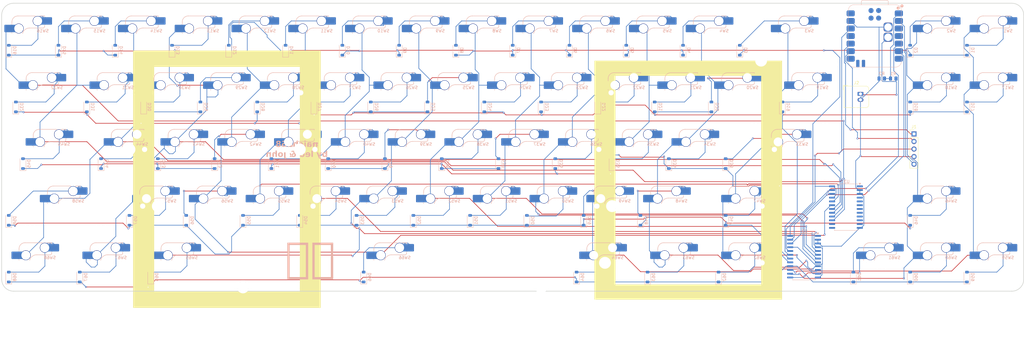
<source format=kicad_pcb>
(kicad_pcb (version 20241229) (generator "pcbnew") (generator_version "9.0")
  (layers (0 "F.Cu" signal) (2 "B.Cu" signal) (13 "F.Paste" user) (15 "B.Paste" user) (5 "F.SilkS" user "F.Silkscreen") (7 "B.SilkS" user "B.Silkscreen") (1 "F.Mask" user) (3 "B.Mask" user) (25 "Edge.Cuts" user))
  (net 0 "")
  (net 1 "GND")
  (net 2 "Net-(D1-A)")
  (net 3 "ROW0")
  (net 4 "Net-(D2-A)")
  (net 5 "Net-(D3-A)")
  (net 6 "Net-(D4-A)")
  (net 7 "COL13")
  (net 8 "Net-(D5-A)")
  (net 9 "Net-(D6-A)")
  (net 10 "Net-(D7-A)")
  (net 11 "Net-(D8-A)")
  (net 12 "Net-(D9-A)")
  (net 13 "COL10")
  (net 14 "Net-(D10-A)")
  (net 15 "Net-(D11-A)")
  (net 16 "Net-(D12-A)")
  (net 17 "Net-(D13-A)")
  (net 18 "Net-(D14-A)")
  (net 19 "Net-(D15-A)")
  (net 20 "Net-(D16-A)")
  (net 21 "COL0")
  (net 22 "Net-(D17-A)")
  (net 23 "Net-(D18-A)")
  (net 24 "Net-(D19-A)")
  (net 25 "Net-(D20-A)")
  (net 26 "Net-(D21-A)")
  (net 27 "Net-(D22-A)")
  (net 28 "Net-(D23-A)")
  (net 29 "Net-(D24-A)")
  (net 30 "Net-(D25-A)")
  (net 31 "Net-(D26-A)")
  (net 32 "Net-(D27-A)")
  (net 33 "Net-(D28-A)")
  (net 34 "Net-(D29-A)")
  (net 35 "Net-(D30-A)")
  (net 36 "Net-(D31-A)")
  (net 37 "Net-(D32-A)")
  (net 38 "Net-(D33-A)")
  (net 39 "Net-(D34-A)")
  (net 40 "Net-(D35-A)")
  (net 41 "Net-(D36-A)")
  (net 42 "Net-(D37-A)")
  (net 43 "Net-(D38-A)")
  (net 44 "Net-(D39-A)")
  (net 45 "Net-(D40-A)")
  (net 46 "Net-(D41-A)")
  (net 47 "Net-(D42-A)")
  (net 48 "Net-(D43-A)")
  (net 49 "Net-(D44-A)")
  (net 50 "Net-(D45-A)")
  (net 51 "Net-(D46-A)")
  (net 52 "Net-(D47-A)")
  (net 53 "Net-(D48-A)")
  (net 54 "Net-(D49-A)")
  (net 55 "Net-(D50-A)")
  (net 56 "Net-(D51-A)")
  (net 57 "Net-(D52-A)")
  (net 58 "Net-(D53-A)")
  (net 59 "Net-(D54-A)")
  (net 60 "Net-(D56-A)")
  (net 61 "Net-(D57-A)")
  (net 62 "Net-(D58-A)")
  (net 63 "Net-(D59-A)")
  (net 64 "Net-(D61-A)")
  (net 65 "Net-(D62-A)")
  (net 66 "Net-(D63-A)")
  (net 67 "Net-(D64-A)")
  (net 68 "Net-(D66-A)")
  (net 69 "Net-(D67-A)")
  (net 70 "Net-(D55-A)")
  (net 71 "Net-(D60-A)")
  (net 72 "Net-(D65-A)")
  (net 73 "Net-(D68-A)")
  (net 74 "BT_PIN")
  (net 75 "VBAT")
  (net 76 "VCC")
  (net 77 "SDA")
  (net 78 "SCL")
  (net 98 "MISO")
  (net 100 "CS")
  (net 102 "SCK")
  (net 106 "ROW1")
  (net 107 "ROW2")
  (net 108 "ROW3")
  (net 109 "ROW4")
  (net 110 "COL1")
  (net 111 "COL2")
  (net 112 "COL3")
  (net 113 "COL4")
  (net 114 "COL5")
  (net 115 "COL6")
  (net 116 "COL7")
  (net 117 "COL8")
  (net 118 "COL9")
  (net 119 "COL11")
  (net 120 "COL12")
  (net 121 "COL14")
  (net 122 "COL15")
  (net 123 "COL16")
  (footprint "Connector_JST:JST_JWPF_B02B-JWPF-SK-R_1x02_P2.00mm_Vertical" (layer "F.Cu") (at 330.5325 148.9712)
    (property "Reference" "J2")
    (property "Value" "Conn_01x02_Pin")
  )
  (footprint "PCM_marbastlib-mx:STAB_MX_6.25u" (layer "F.Cu") (at 173.37 205.74)
    (property "Reference" "S4" (hide yes))
    (property "Value" "STAB_MX_6.25u")
  )
  (footprint "PCM_marbastlib-mx:STAB_MX_2.25u" (layer "F.Cu") (at 63.8325 186.69)
    (property "Reference" "S3" (hide yes))
    (property "Value" "STAB_MX_2.25u")
  )
  (footprint "Connector_PinHeader_2.54mm:PinHeader_1x05_P2.54mm_Vertical" (layer "F.Cu") (at 348.4897 162.4281)
    (property "Reference" "J1")
    (property "Value" "Conn_01x05_Socket")
  )
  (footprint "PCM_marbastlib-mx:STAB_MX_2.25u" (layer "F.Cu") (at 306.72 167.64)
    (property "Reference" "S2" (hide yes))
    (property "Value" "STAB_MX_2.25u" (hide yes))
  )
  (footprint "PCM_marbastlib-mx:STAB_MX_2u" (layer "F.Cu") (at 309.1013 129.54)
    (property "Reference" "S1" (hide yes))
    (property "Value" "STAB_MX_2u" (hide yes))
  )
  (footprint "PCM_marbastlib-mx:SW_MX_HS_CPG151101S11_1u" (layer "B.Cu") (at 104.3138 167.64 180)
    (property "Reference" "SW43")
    (property "Value" "SW_Push")
  )
  (footprint "PCM_marbastlib-mx:SW_MX_HS_CPG151101S11_1u" (layer "B.Cu") (at 199.5638 167.64 180)
    (property "Reference" "SW38")
    (property "Value" "SW_Push")
  )
  (footprint "PCM_marbastlib-mx:SW_MX_HS_CPG151101S11_1u" (layer "B.Cu") (at 147.1763 129.54 180)
    (property "Reference" "SW11")
    (property "Value" "SW_Push")
  )
  (footprint "PCM_marbastlib-mx:SW_MX_HS_CPG151101S11_1u" (layer "B.Cu") (at 101.9325 205.74 180)
    (property "Reference" "SW65")
    (property "Value" "SW_Push")
  )
  (footprint "PCM_marbastlib-mx:SW_MX_HS_CPG151101S11_1u" (layer "B.Cu") (at 51.9263 129.54 180)
    (property "Reference" "SW16")
    (property "Value" "SW_Push")
  )
  (footprint "PCM_marbastlib-mx:SW_MX_HS_CPG151101S11_1u" (layer "B.Cu") (at 59.07 167.64 180)
    (property "Reference" "SW45")
    (property "Value" "SW_Push")
  )
  (footprint "Diode_SMD:D_SOD-123" (layer "B.Cu") (at 94.7888 172.4025 90)
    (property "Reference" "D43")
    (property "Value" "D")
  )
  (footprint "Diode_SMD:D_SOD-123" (layer "B.Cu") (at 151.9388 172.4025 90)
    (property "Reference" "D40")
    (property "Value" "D")
  )
  (footprint "Package_SO:SOIC-24W_7.5x15.4mm_P1.27mm" (layer "B.Cu") (at 311.595 203.6762 180)
    (property "Reference" "U2")
    (property "Value" "PCA9555D")
  )
  (footprint "PCM_marbastlib-mx:SW_MX_HS_CPG151101S11_1u" (layer "B.Cu") (at 94.7888 186.69 180)
    (property "Reference" "SW57")
    (property "Value" "SW_Push")
  )
  (footprint "PCM_marbastlib-mx:SW_MX_HS_CPG151101S11_1u" (layer "B.Cu") (at 185.2763 129.54 180)
    (property "Reference" "SW9")
    (property "Value" "SW_Push")
  )
  (footprint "Diode_SMD:D_SOD-123" (layer "B.Cu") (at 49.545 172.4025 90)
    (property "Reference" "D45")
    (property "Value" "D")
  )
  (footprint "PCM_marbastlib-mx:SW_MX_HS_CPG151101S11_1u" (layer "B.Cu") (at 271.0013 148.59 180)
    (property "Reference" "SW21")
    (property "Value" "SW_Push")
  )
  (footprint "Diode_SMD:D_SOD-123" (layer "B.Cu") (at 109.0763 153.3525 90)
    (property "Reference" "D29")
    (property "Value" "D")
  )
  (footprint "PCM_marbastlib-mx:SW_MX_HS_CPG151101S11_1u" (layer "B.Cu") (at 375.7763 205.74 180)
    (property "Reference" "SW59")
    (property "Value" "SW_Push")
  )
  (footprint "PCM_marbastlib-mx:SW_MX_HS_CPG151101S11_1u" (layer "B.Cu") (at 251.9513 148.59 180)
    (property "Reference" "SW22")
    (property "Value" "SW_Push")
  )
  (footprint "Diode_SMD:D_SOD-123" (layer "B.Cu") (at 285.2888 172.4025 90)
    (property "Reference" "D33")
    (property "Value" "D")
  )
  (footprint "Diode_SMD:D_SOD-123" (layer "B.Cu") (at 228.1388 172.4025 90)
    (property "Reference" "D36")
    (property "Value" "D")
  )
  (footprint "Diode_SMD:D_SOD-123" (layer "B.Cu") (at 347.2013 153.3525 90)
    (property "Reference" "D18")
    (property "Value" "D")
  )
  (footprint "Diode_SMD:D_SOD-123" (layer "B.Cu") (at 366.2513 153.3525 90)
    (property "Reference" "D17")
    (property "Value" "D")
  )
  (footprint "PCM_marbastlib-mx:SW_MX_HS_CPG151101S11_1u" (layer "B.Cu") (at 137.6513 148.59 180)
    (property "Reference" "SW28")
    (property "Value" "SW_Push")
  )
  (footprint "Diode_SMD:D_SOD-123" (layer "B.Cu") (at 104.3138 191.4525 90)
    (property "Reference" "D56")
    (property "Value" "D")
  )
  (footprint "Resistor_SMD:R_0805_2012Metric" (layer "B.Cu") (at 341.5263 143.8275 180)
    (property "Reference" "R1")
    (property "Value" "806k")
  )
  (footprint "Diode_SMD:D_SOD-123" (layer "B.Cu") (at 99.5513 134.3025 90)
    (property "Reference" "D13")
    (property "Value" "D")
  )
  (footprint "Diode_SMD:D_SOD-123" (layer "B.Cu") (at 290.0513 134.3025 90)
    (property "Reference" "D3")
    (property "Value" "D")
  )
  (footprint "PCM_marbastlib-mx:SW_MX_HS_CPG151101S11_1u" (layer "B.Cu") (at 275.7638 167.64 180)
    (property "Reference" "SW34")
    (property "Value" "SW_Push")
  )
  (footprint "Diode_SMD:D_SOD-123" (layer "B.Cu") (at 242.4263 153.3525 90)
    (property "Reference" "D22")
    (property "Value" "D")
  )
  (footprint "PCM_marbastlib-mx:SW_MX_HS_CPG151101S11_1u" (layer "B.Cu") (at 261.4763 129.54 180)
    (property "Reference" "SW5")
    (property "Value" "SW_Push")
  )
  (footprint "PCM_marbastlib-mx:SW_MX_HS_CPG151101S11_1u" (layer "B.Cu") (at 266.2388 186.69 180)
    (property "Reference" "SW48")
    (property "Value" "SW_Push")
  )
  (footprint "PCM_marbastlib-mx:SW_MX_HS_CPG151101S11_1u" (layer "B.Cu") (at 170.9888 186.69 180)
    (property "Reference" "SW53")
    (property "Value" "SW_Push")
  )
  (footprint "Diode_SMD:D_SOD-123" (layer "B.Cu") (at 70.9763 153.3525 90)
    (property "Reference" "D31")
    (property "Value" "D")
  )
  (footprint "PCM_marbastlib-mx:SW_MX_HS_CPG151101S11_1u" (layer "B.Cu") (at 237.6638 167.64 180)
    (property "Reference" "SW36")
    (property "Value" "SW_Push")
  )
  (footprint "PCM_marbastlib-mx:SW_MX_HS_CPG151101S11_1u" (layer "B.Cu") (at 166.2263 129.54 180)
    (property "Reference" "SW10")
    (property "Value" "SW_Push")
  )
  (footprint "PCM_marbastlib-mx:SW_MX_HS_CPG151101S11_1u" (layer "B.Cu") (at 142.4138 167.64 180)
    (property "Reference" "SW41")
    (property "Value" "SW_Push")
  )
  (footprint "Diode_SMD:D_SOD-123" (layer "B.Cu") (at 180.5138 191.4525 90)
    (property "Reference" "D52")
    (property "Value" "D")
  )
  (footprint "PCM_marbastlib-mx:SW_MX_HS_CPG151101S11_1u" (layer "B.Cu") (at 356.7263 148.59 180)
    (property "Reference" "SW18")
    (property "Value" "SW_Push")
  )
  (footprint "PCM_marbastlib-mx:SW_MX_HS_CPG151101S11_1u" (layer "B.Cu") (at 113.8388 186.69 180)
    (property "Reference" "SW56")
    (property "Value" "SW_Push")
  )
  (footprint "Diode_SMD:D_SOD-123" (layer "B.Cu") (at 175.7513 134.3025 90)
    (property "Reference" "D9")
    (property "Value" "D")
  )
  (footprint "Diode_SMD:D_SOD-123" (layer "B.Cu") (at 132.8888 172.4025 90)
    (property "Reference" "D41")
    (property "Value" "D")
  )
  (footprint "PCM_marbastlib-mx:SW_MX_HS_CPG151101S11_1u" (layer "B.Cu") (at 306.72 167.64 180)
    (property "Reference" "SW33")
    (property "Value" "SW_Push")
  )
  (footprint "PCM_marbastlib-mx:SW_MX_HS_CPG151101S11_1u" (layer "B.Cu") (at 85.2638 167.64 180)
    (property "Reference" "SW44")
    (property "Value" "SW_Push")
  )
  (footprint "Diode_SMD:D_SOD-123" (layer "B.Cu") (at 118.6013 134.3025 90)
    (property "Reference" "D12")
    (property "Value" "D")
  )
  (footprint "PCM_marbastlib-mx:SW_MX_HS_CPG151101S11_1u" (layer "B.Cu") (at 118.6013 148.59 180)
    (property "Reference" "SW29")
    (property "Value" "SW_Push")
  )
  (footprint "Diode_SMD:D_SOD-123" (layer "B.Cu") (at 199.5638 191.4525 90)
    (property "Reference" "D51")
    (property "Value" "D")
  )
  (footprint "PCM_marbastlib-mx:SW_MX_HS_CPG151101S11_1u" (layer "B.Cu") (at 292.4325 205.74 180)
    (property "Reference" "SW62")
    (property "Value" "SW_Push")
  )
  (footprint "PCM_marbastlib-mx:SW_MX_HS_CPG151101S11_1u" (layer "B.Cu") (at 242.4263 129.54 180)
    (property "Reference" "SW6")
    (property "Value" "SW_Push")
  )
  (footprint "Diode_SMD:D_SOD-123" (layer "B.Cu") (at 261.4763 153.3525 90)
    (property "Reference" "D21")
    (property "Value" "D")
  )
  (footprint "Diode_SMD:D_SOD-123" (layer "B.Cu") (at 251.9513 134.3025 90)
    (property "Reference" "D5")
    (property "Value" "D")
  )
  (footprint "Resistor_SMD:R_0805_2012Metric" (layer "B.Cu") (at 337.6763 143.8275 180)
    (property "Reference" "R2")
    (property "Value" "2M")
  )
  (footprint "Diode_SMD:D_SOD-123" (layer "B.Cu") (at 213.8513 134.3025 90)
    (property "Reference" "D7")
    (property "Value" "D")
  )
  (footprint "Diode_SMD:D_SOD-123" (layer "B.Cu") (at 90.0263 153.3525 90)
    (property "Reference" "D30")
    (property "Value" "D")
  )
  (footprint "PCM_marbastlib-mx:SW_MX_HS_CPG151101S11_1u" (layer "B.Cu") (at 151.9388 186.69 180)
    (property "Reference" "SW54")
    (property "Value" "SW_Push")
  )
  (footprint "Diode_SMD:D_SOD-123" (layer "B.Cu") (at 163.845 210.5025 90)
    (property "Reference" "D66")
    (property "Value" "D")
  )
  (footprint "PCM_marbastlib-mx:SW_MX_HS_CPG151101S11_1u" (layer "B.Cu") (at 109.0763 129.54 180)
    (property "Reference" "SW13")
    (property "Value" "SW_Push")
  )
  (footprint "PCM_marbastlib-mx:SW_MX_HS_CPG151101S11_1u" (layer "B.Cu") (at 313.5463 148.59 180)
    (property "Reference" "SW19")
    (property "Value" "SW_Push")
  )
  (footprint "Diode_SMD:D_SOD-123" (layer "B.Cu") (at 266.2388 172.4025 90)
    (property "Reference" "D34")
    (property "Value" "D")
  )
  (footprint "PCM_marbastlib-mx:SW_MX_HS_CPG151101S11_1u" (layer "B.Cu") (at 280.5263 129.54 180)
    (property "Reference" "SW4")
    (property "Value" "SW_Push")
  )
  (footprint "PCM_marbastlib-mx:SW_MX_HS_CPG151101S11_1u" (layer "B.Cu") (at 80.5013 148.59 180)
    (property "Reference" "SW31")
    (property "Value" "SW_Push")
  )
  (footprint "Diode_SMD:D_SOD-123" (layer "B.Cu") (at 366.2513 210.5025 90)
    (property "Reference" "D59")
    (property "Value" "D")
  )
  (footprint "PCM_marbastlib-mx:SW_MX_HS_CPG151101S11_1u" (layer "B.Cu") (at 128.1263 129.54 180)
    (property "Reference" "SW12")
    (property "Value" "SW_Push")
  )
  (footprint "PCM_marbastlib-mx:SW_MX_HS_CPG151101S11_1u" (layer "B.Cu") (at 132.8888 186.69 180)
    (property "Reference" "SW55")
    (property "Value" "SW_Push")
  )
  (footprint "Diode_SMD:D_SOD-123" (layer "B.Cu") (at 204.3263 153.3525 90)
    (property "Reference" "D24")
    (property "Value" "D")
  )
  (footprint "PCM_marbastlib-mx:SW_MX_HS_CPG151101S11_1u" (layer "B.Cu") (at 56.6888 148.59 180)
    (property "Reference" "SW32")
    (property "Value" "SW_Push")
  )
  (footprint "Diode_SMD:D_SOD-123" (layer "B.Cu") (at 328.1513 210.5025 90)
    (property "Reference" "D61")
    (property "Value" "D")
  )
  (footprint "Diode_SMD:D_SOD-123" (layer "B.Cu") (at 347.2013 134.3025 90)
    (property "Reference" "D2")
    (property "Value" "D")
  )
  (footprint "Diode_SMD:D_SOD-123" (layer "B.Cu") (at 235.2825 210.5025 90)
    (property "Reference" "D64")
    (property "Value" "D")
  )
  (footprint "PCM_marbastlib-mx:SW_MX_HS_CPG151101S11_1u" (layer "B.Cu") (at 63.8325 186.69 180)
    (property "Reference" "SW58")
    (property "Value" "SW_Push")
  )
  (footprint "Diode_SMD:D_SOD-123" (layer "B.Cu") (at 218.6138 191.4525 90)
    (property "Reference" "D50")
    (property "Value" "D")
  )
  (footprint "Diode_SMD:D_SOD-123" (layer "B.Cu") (at 347.2013 210.5025 90)
    (property "Reference" "D60")
    (property "Value" "D")
  )
  (footprint "PCM_marbastlib-mx:SW_MX_HS_CPG151101S11_1u" (layer "B.Cu") (at 375.7763 129.54 180)
    (property "Reference" "SW1")
    (property "Value" "SW_Push")
  )
  (footprint "Package_SO:SOIC-24W_7.5x15.4mm_P1.27mm" (layer "B.Cu") (at 325.6575 187.0075 180)
    (property "Reference" "U3")
    (property "Value" "PCA9555D")
  )
  (footprint "Diode_SMD:D_SOD-123" (layer "B.Cu") (at 166.2263 153.3525 90)
    (property "Reference" "D26")
    (property "Value" "D")
  )
  (footprint "PCM_marbastlib-mx:SW_MX_HS_CPG151101S11_1u" (layer "B.Cu") (at 54.3075 205.74 180)
    (property "Reference" "SW68")
    (property "Value" "SW_Push")
  )
  (footprint "Diode_SMD:D_SOD-123" (layer "B.Cu") (at 85.2638 191.4525 90)
    (property "Reference" "D57")
    (property "Value" "D")
  )
  (footprint "Diode_SMD:D_SOD-123" (layer "B.Cu") (at 237.6638 191.4525 90)
    (property "Reference" "D49")
    (property "Value" "D")
  )
  (footprint "PCM_marbastlib-mx:SW_MX_HS_CPG151101S11_1u" (layer "B.Cu") (at 244.8075 205.74 180)
    (property "Reference" "SW64")
    (property "Value" "SW_Push")
  )
  (footprint "Diode_SMD:D_SOD-123" (layer "B.Cu") (at 156.7013 134.3025 90)
    (property "Reference" "D10")
    (property "Value" "D")
  )
  (footprint "Diode_SMD:D_SOD-123" (layer "B.Cu") (at 232.9013 134.3025 90)
    (property "Reference" "D6")
    (property "Value" "D")
  )
  (footprint "Diode_SMD:D_SOD-123" (layer "B.Cu") (at 366.2513 134.3025 90)
    (property "Reference" "D1")
    (property "Value" "D")
  )
  (footprint "PCM_marbastlib-mx:SW_MX_HS_CPG151101S11_1u" (layer "B.Cu") (at 194.8013 148.59 180)
    (property "Reference" "SW25")
    (property "Value" "SW_Push")
  )
  (footprint "PCM_marbastlib-mx:SW_MX_HS_CPG151101S11_1u" (layer "B.Cu") (at 213.8513 148.59 180)
    (property "Reference" "SW24")
    (property "Value" "SW_Push")
  )
  (footprint "Diode_SMD:D_SOD-123" (layer "B.Cu") (at 194.8013 134.3025 90)
    (property "Reference" "D8")
    (property "Value" "D")
  )
  (footprint "PCM_marbastlib-mx:SW_MX_HS_CPG151101S11_1u" (layer "B.Cu") (at 173.37 205.74 180)
    (property "Reference" "SW66")
    (property "Value" "SW_Push")
  )
  (footprint "PCM_marbastlib-mx:SW_MX_HS_CPG151101S11_1u" (layer "B.Cu") (at 356.7263 186.69 180)
    (property "Reference" "SW46")
    (property "Value" "SW_Push")
  )
  (footprint "PCM_marbastlib-mx:SW_MX_HS_CPG151101S11_1u" (layer "B.Cu") (at 156.7013 148.59 180)
    (property "Reference" "SW27")
    (property "Value" "SW_Push")
  )
  (footprint "Diode_SMD:D_SOD-123" (layer "B.Cu") (at 280.5263 153.3525 90)
    (property "Reference" "D20")
    (property "Value" "D")
  )
  (footprint "PCM_marbastlib-mx:SW_MX_HS_CPG151101S11_1u" (layer "B.Cu") (at 161.4638 167.64 180)
    (property "Reference" "SW40")
    (property "Value" "SW_Push")
  )
  (footprint "PCM_marbastlib-mx:SW_MX_HS_CPG151101S11_1u" (layer "B.Cu") (at 123.3638 167.64 180)
    (property "Reference" "SW42")
    (property "Value" "SW_Push")
  )
  (footprint "PCM_marbastlib-mx:SW_MX_HS_CPG151101S11_1u" (layer "B.Cu") (at 90.0263 129.54 180)
    (property "Reference" "SW14")
    (property "Value" "SW_Push")
  )
  (footprint "Diode_SMD:D_SOD-123" (layer "B.Cu") (at 147.1763 153.3525 90)
    (property "Reference" "D27")
    (property "Value" "D")
  )
  (footprint "Diode_SMD:D_SOD-123" (layer "B.Cu") (at 44.7825 134.3025 90)
    (property "Reference" "D16")
    (property "Value" "D")
  )
  (footprint "PCM_marbastlib-mx:SW_MX_HS_CPG151101S11_1u" (layer "B.Cu") (at 209.0888 186.69 180)
    (property "Reference" "SW51")
    (property "Value" "SW_Push")
  )
  (footprint "Diode_SMD:D_SOD-123" (layer "B.Cu") (at 80.5013 134.3025 90)
    (property "Reference" "D14")
    (property "Value" "D")
  )
  (footprint "Diode_SMD:D_SOD-123" (layer "B.Cu") (at 304.3388 153.3525 90)
    (property "Reference" "D19")
    (property "Value" "D")
  )
  (footprint "PCM_marbastlib-mx:SW_MX_HS_CPG151101S11_1u" (layer "B.Cu") (at 337.6763 205.74 180)
    (property "Reference" "SW61")
    (property "Value" "SW_Push")
  )
  (footprint "Diode_SMD:D_SOD-123" (layer "B.Cu") (at 47.1638 153.3525 90)
    (property "Reference" "D32")
    (property "Value" "D")
  )
  (footprint "Diode_SMD:D_SOD-123" (layer "B.Cu") (at 142.4138 191.4525 90)
    (property "Reference" "D54")
    (property "Value" "D")
  )
  (footprint "PCM_marbastlib-mx:SW_MX_HS_CPG151101S11_1u" (layer "B.Cu") (at 99.5513 148.59 180)
    (property "Reference" "SW30")
    (property "Value" "SW_Push")
  )
  (footprint "Diode_SMD:D_SOD-123" (layer "B.Cu") (at 190.0388 172.4025 90)
    (property "Reference" "D38")
    (property "Value" "D")
  )
  (footprint "PCM_marbastlib-mx:SW_MX_HS_CPG151101S11_1u" (layer "B.Cu") (at 218.6138 167.64 180)
    (property "Reference" "SW37")
    (property "Value" "SW_Push")
  )
  (footprint "PCM_marbastlib-mx:SW_MX_HS_CPG151101S11_1u" (layer "B.Cu") (at 223.3763 129.54 180)
    (property "Reference" "SW7")
    (property "Value" "SW_Push")
  )
  (footprint "Diode_SMD:D_SOD-123" (layer "B.Cu") (at 285.2888 191.4525 90)
    (property "Reference" "D47")
    (property "Value" "D")
  )
  (footprint "PCM_marbastlib-mx:SW_MX_HS_CPG151101S11_1u" (layer "B.Cu") (at 292.4326 186.69 180)
    (property "Reference" "SW47")
    (property "Value" "SW_Push")
  )
  (footprint "Diode_SMD:D_SOD-123" (layer "B.Cu") (at 61.4513 134.3025 90)
    (property "Reference" "D15")
    (property "Value" "D")
  )
  (footprint "Modified XIAO:modified-XIAO-nRF52840-SMD" (layer "B.Cu") (at 335.295 129.54 180)
    (property "Reference" "U4" (hide yes))
    (property "Value" "XIAO-nRF52840-SMD")
  )
  (footprint "Diode_SMD:D_SOD-123" (layer "B.Cu") (at 185.2763 153.3525 90)
    (property "Reference" "D25")
    (property "Value" "D")
  )
  (footprint "PCM_marbastlib-mx:SW_MX_HS_CPG151101S11_1u" (layer "B.Cu") (at 204.3263 129.54 180)
    (property "Reference" "SW8")
    (property "Value" "SW_Push")
  )
  (footprint "PCM_marbastlib-mx:SW_MX_HS_CPG151101S11_1u" (layer "B.Cu") (at 356.7263 129.54 180)
    (property "Reference" "SW2")
    (property "Value" "SW_Push")
  )
  (footprint "Diode_SMD:D_SOD-123" (layer "B.Cu") (at 247.1888 172.4025 90)
    (property "Reference" "D35")
    (property "Value" "D")
  )
  (footprint "Diode_SMD:D_SOD-123" (layer "B.Cu") (at 92.4075 210.5025 90)
    (property "Reference" "D65")
    (property "Value" "D")
  )
  (footprint "Diode_SMD:D_SOD-123" (layer "B.Cu") (at 44.7825 210.5025 90)
    (property "Reference" "D68")
    (property "Value" "D")
  )
  (footprint "PCM_marbastlib-mx:SW_MX_HS_CPG151101S11_1u" (layer "B.Cu") (at 256.7138 167.64 180)
    (property "Reference" "SW35")
    (property "Value" "SW_Push")
  )
  (footprint "PCM_marbastlib-mx:SW_MX_HS_CPG151101S11_1u" (layer "B.Cu") (at 247.1888 186.69 180)
    (property "Reference" "SW49")
    (property "Value" "SW_Push")
  )
  (footprint "PCM_marbastlib-mx:SW_MX_HS_CPG151101S11_1u" (layer "B.Cu") (at 228.1388 186.69 180)
    (property "Reference" "SW50")
    (property "Value" "SW_Push")
  )
  (footprint "Diode_SMD:D_SOD-123" (layer "B.Cu") (at 223.3763 153.3525 90)
    (property "Reference" "D23")
    (property "Value" "D")
  )
  (footprint "Diode_SMD:D_SOD-123" (layer "B.Cu") (at 282.9075 210.5025 90)
    (property "Reference" "D62")
    (property "Value" "D")
  )
  (footprint "PCM_marbastlib-mx:SW_MX_HS_CPG151101S11_1u" (layer "B.Cu") (at 356.7263 205.74 180)
    (property "Reference" "SW60")
    (property "Value" "SW_Push")
  )
  (footprint "Diode_SMD:D_SOD-123" (layer "B.Cu") (at 113.8388 172.4025 90)
    (property "Reference" "D42")
    (property "Value" "D")
  )
  (footprint "Diode_SMD:D_SOD-123" (layer "B.Cu") (at 170.9888 172.4025 90)
    (property "Reference" "D39")
    (property "Value" "D")
  )
  (footprint "PCM_marbastlib-mx:SW_MX_HS_CPG151101S11_1u" (layer "B.Cu") (at 309.1013 129.54 180)
    (property "Reference" "SW3")
    (property "Value" "SW_Push")
  )
  (footprint "PCM_marbastlib-mx:SW_MX_HS_CPG151101S11_1u" (layer "B.Cu") (at 180.5138 167.64 180)
    (property "Reference" "SW39")
    (property "Value" "SW_Push")
  )
  (footprint "Diode_SMD:D_SOD-123" (layer "B.Cu") (at 259.095 210.5025 90)
    (property "Reference" "D63")
    (property "Value" "D")
  )
  (footprint "PCM_marbastlib-mx:SW_MX_HS_CPG151101S11_1u" (layer "B.Cu") (at 232.9013 148.59 180)
    (property "Reference" "SW23")
    (property "Value" "SW_Push")
  )
  (footprint "Diode_SMD:D_SOD-123" (layer "B.Cu") (at 347.2013 191.4525 90)
    (property "Reference" "D46")
    (property "Value" "D")
  )
  (footprint "Diode_SMD:D_SOD-123" (layer "B.Cu") (at 44.7825 191.4525 90)
    (property "Reference" "D58")
    (property "Value" "D")
  )
  (footprint "Diode_SMD:D_SOD-123" (layer "B.Cu") (at 128.1263 153.3525 90)
    (property "Reference" "D28")
    (property "Value" "D")
  )
  (footprint "PCM_marbastlib-mx:SW_MX_HS_CPG151101S11_1u" (layer "B.Cu") (at 175.7513 148.59 180)
    (property "Reference" "SW26")
    (property "Value" "SW_Push")
  )
  (footprint "Diode_SMD:D_SOD-123" (layer "B.Cu") (at 123.3638 191.4525 90)
    (property "Reference" "D55")
    (property "Value" "D")
  )
  (footprint "Diode_SMD:D_SOD-123" (layer "B.Cu") (at 161.4638 191.4525 90)
    (property "Reference" "D53")
    (property "Value" "D")
  )
  (footprint "PCM_marbastlib-mx:SW_MX_HS_CPG151101S11_1u" (layer "B.Cu") (at 78.12 205.74 180)
    (property "Reference" "SW67")
    (property "Value" "SW_Push")
  )
  (footprint "Diode_SMD:D_SOD-123" (layer "B.Cu") (at 137.6513 134.3025 90)
    (property "Reference" "D11")
    (property "Value" "D")
  )
  (footprint "Diode_SMD:D_SOD-123" (layer "B.Cu") (at 75.7388 172.4025 90)
    (property "Reference" "D44")
    (property "Value" "D")
  )
  (footprint "PCM_marbastlib-mx:SW_MX_HS_CPG151101S11_1u" (layer "B.Cu") (at 70.9763 129.54 180)
    (property "Reference" "SW15")
    (property "Value" "SW_Push")
  )
  (footprint "PCM_marbastlib-mx:SW_MX_HS_CPG151101S11_1u" (layer "B.Cu") (at 375.7763 148.59 180)
    (property "Reference" "SW17")
    (property "Value" "SW_Push")
  )
  (footprint "PCM_marbastlib-mx:SW_MX_HS_CPG151101S11_1u" (layer "B.Cu") (at 290.0513 148.59 180)
    (property "Reference" "SW20")
    (property "Value" "SW_Push")
  )
  (footprint "Diode_SMD:D_SOD-123" (layer "B.Cu") (at 68.595 210.5025 90)
    (property "Reference" "D67")
    (property "Value" "D")
  )
  (footprint "PCM_marbastlib-mx:SW_MX_HS_CPG151101S11_1u" (layer "B.Cu") (at 268.62 205.74 180)
    (property "Reference" "SW63")
    (property "Value" "SW_Push")
  )
  (footprint "PCM_marbastlib-mx:SW_MX_HS_CPG151101S11_1u" (layer "B.Cu") (at 190.0388 186.69 180)
    (property "Reference" "SW52")
    (property "Value" "SW_Push")
  )
  (footprint "Diode_SMD:D_SOD-123" (layer "B.Cu") (at 256.7138 191.4525 90)
    (property "Reference" "D48")
    (property "Value" "D")
  )
  (footprint "Diode_SMD:D_SOD-123" (layer "B.Cu") (at 209.0888 172.4025 90)
    (property "Reference" "D37")
    (property "Value" "D")
  )
  (footprint "Diode_SMD:D_SOD-123" (layer "B.Cu") (at 271.0013 134.3025 90)
    (property "Reference" "D4")
    (property "Value" "D")
  )
  (gr_arc (start 385.30125 211.265) (mid 384.129677 214.093427) (end 381.30125 215.265) (stroke (width 0.2)) (layer "Edge.Cuts"))
  (gr_line (start 385.30125 122.515) (end 385.30125 211.265) (stroke (width 0.2)) (layer "Edge.Cuts"))
  (gr_arc (start 381.30125 118.515) (mid 384.129677 119.686573) (end 385.30125 122.515) (stroke (width 0.2)) (layer "Edge.Cuts"))
  (gr_line (start 42.40125 211.265) (end 42.40125 122.515) (stroke (width 0.2)) (layer "Edge.Cuts"))
  (gr_line (start 46.40125 118.515) (end 381.30125 118.515) (stroke (width 0.2)) (layer "Edge.Cuts"))
  (gr_arc (start 46.40125 215.265) (mid 43.572823 214.093427) (end 42.40125 211.265) (stroke (width 0.2)) (layer "Edge.Cuts"))
  (gr_line (start 381.30125 215.265) (end 46.40125 215.265) (stroke (width 0.2)) (layer "Edge.Cuts"))
  (gr_arc (start 42.40125 122.515) (mid 43.572823 119.686573) (end 46.40125 118.515) (stroke (width 0.2)) (layer "Edge.Cuts"))
  (gr_text "茶" (at 234.994998 212.88375 -0) (layer "F.SilkS") (effects (font (size 65 90) (thickness 10) (bold yes)) (justify left bottom)))
  (gr_text "奶" (at 80.213748 215.265 -0) (layer "F.SilkS") (effects (font (size 70 90) (thickness 10) (bold yes)) (justify left bottom)))
  (gr_text "奶茶" (at 154.32 210.5025 -0) (layer "B.SilkS") (effects (font (size 10 10) (thickness 0.1)) (justify left bottom mirror)))
  (gr_text "naicha68\nby leo & john" (at 141.417338 167.64 -0) (layer "B.SilkS") (effects (font (size 2 2) (thickness 0.4) (bold yes)) (justify mirror)))
  (segment (start 330.7531 170.0481) (end 330.5325 169.8275) (width 0.2) (layer "F.Cu") (net 1))
  (segment (start 348.4897 170.0481) (end 330.7531 170.0481) (width 0.2) (layer "F.Cu") (net 1))
  (via (at 330.5325 169.8275) (size 0.6) (drill 0.3) (layers "F.Cu" "B.Cu") (net 1))
  (segment (start 317.6183 200.8003) (end 317.6183 200.1535) (width 0.2) (layer "B.Cu") (net 1))
  (segment (start 317.7616 200.9436) (end 317.6183 200.8003) (width 0.2) (layer "B.Cu") (net 1))
  (segment (start 316.7205 210.6612) (end 317.6183 209.7634) (width 0.2) (layer "B.Cu") (net 1))
  (segment (start 330.3075 182.5625) (end 330.7672 182.5625) (width 0.2) (layer "B.Cu") (net 1))
  (segment (start 330.5325 150.8827) (end 330.5325 150.9712) (width 0.2) (layer "B.Cu") (net 1))
  (segment (start 329.8797 181.2925) (end 330.3075 181.2925) (width 0.2) (layer "B.Cu") (net 1))
  (segment (start 330.7504 193.9925) (end 330.3075 193.9925) (width 0.2) (layer "B.Cu") (net 1))
  (segment (start 330.5325 150.8827) (end 330.5325 169.8275) (width 0.2) (layer "B.Cu") (net 1))
  (segment (start 315.1522 206.2162) (end 309.4372 200.5012) (width 0.2) (layer "B.Cu") (net 1))
  (segment (start 331.6587 183.454) (end 331.6587 193.0842) (width 0.2) (layer "B.Cu") (net 1))
  (segment (start 324.1465 200.1535) (end 330.3075 193.9925) (width 0.2) (layer "B.Cu") (net 1))
  (segment (start 317.6183 200.1535) (end 324.1465 200.1535) (width 0.2) (layer "B.Cu") (net 1))
  (segment (start 316.245 197.9612) (end 316.245 199.2312) (width 0.2) (layer "B.Cu") (net 1))
  (segment (start 328.939 171.421) (end 328.939 180.3518) (width 0.2) (layer "B.Cu") (net 1))
  (segment (start 316.696 199.2312) (end 316.245 199.2312) (width 0.2) (layer "B.Cu") (net 1))
  (segment (start 329.32 126.54) (end 336.7638 126.54) (width 0.2) (layer "B.Cu") (net 1))
  (segment (start 317.7616 206.0729) (end 317.7616 200.9436) (width 0.2) (layer "B.Cu") (net 1))
  (segment (start 316.245 210.6612) (end 316.7205 210.6612) (width 0.2) (layer "B.Cu") (net 1))
  (segment (start 317.6183 209.7634) (end 317.6183 206.2162) (width 0.2) (layer "B.Cu") (net 1))
  (segment (start 330.5325 150.7943) (end 330.5325 150.0195) (width 0.2) (layer "B.Cu") (net 1))
  (segment (start 336.7638 144.7399) (end 336.7638 143.8275) (width 0.2) (layer "B.Cu") (net 1))
  (segment (start 330.7672 182.5625) (end 331.6587 183.454) (width 0.2) (layer "B.Cu") (net 1))
  (segment (start 330.5325 150.7943) (end 330.5325 150.8827) (width 0.2) (layer "B.Cu") (net 1))
  (segment (start 331.4842 150.0195) (end 336.7638 144.7399) (width 0.2) (layer "B.Cu") (net 1))
  (segment (start 330.3075 181.2925) (end 330.3075 182.5625) (width 0.2) (layer "B.Cu") (net 1))
  (segment (start 317.6183 200.1535) (end 316.696 199.2312) (width 0.2) (layer "B.Cu") (net 1))
  (segment (start 330.5325 150.0195) (end 331.4842 150.0195) (width 0.2) (layer "B.Cu") (net 1))
  (segment (start 317.6183 206.2162) (end 317.7616 206.0729) (width 0.2) (layer "B.Cu") (net 1))
  (segment (start 317.6183 206.2162) (end 315.1522 206.2162) (width 0.2) (layer "B.Cu") (net 1))
  (segment (start 328.939 180.3518) (end 329.8797 181.2925) (width 0.2) (layer "B.Cu") (net 1))
  (segment (start 330.5325 169.8275) (end 328.939 171.421) (width 0.2) (layer "B.Cu") (net 1))
  (segment (start 336.7638 143.8275) (end 336.7638 126.54) (width 0.2) (layer "B.Cu") (net 1))
  (segment (start 317.7616 200.9436) (end 317.6183 200.8003) (width 0.2) (layer "B.Cu") (net 1))
  (segment (start 327.24 124.46) (end 329.32 126.54) (width 0.2) (layer "B.Cu") (net 1))
  (segment (start 331.6587 193.0842) (end 330.7504 193.9925) (width 0.2) (layer "B.Cu") (net 1))
  (segment (start 336.7638 126.54) (end 339.795 126.54) (width 0.2) (layer "B.Cu") (net 1))
  (segment (start 309.4372 200.5012) (end 306.945 200.5012) (width 0.2) (layer "B.Cu") (net 1))
  (segment (start 380.1163 124.46) (end 380.1163 122.9083) (width 0.2) (layer "B.Cu") (net 2))
  (segment (start 366.2513 132.6525) (end 376.2662 132.6525) (width 0.2) (layer "B.Cu") (net 2))
  (segment (start 378.4152 124.5589) (end 378.3163 124.46) (width 0.2) (layer "B.Cu") (net 2))
  (segment (start 378.4152 130.5035) (end 378.4152 124.5589) (width 0.2) (layer "B.Cu") (net 2))
  (segment (start 381.8663 123.6841) (end 381.0905 122.9083) (width 0.2) (layer "B.Cu") (net 2))
  (segment (start 379.0921 122.9083) (end 380.1163 122.9083) (width 0.2) (layer "B.Cu") (net 2))
  (segment (start 376.2662 132.6525) (end 378.4152 130.5035) (width 0.2) (layer "B.Cu") (net 2))
  (segment (start 378.3163 124.46) (end 378.3163 123.6841) (width 0.2) (layer "B.Cu") (net 2))
  (segment (start 378.3163 123.6841) (end 379.0921 122.9083) (width 0.2) (layer "B.Cu") (net 2))
  (segment (start 381.0905 122.9083) (end 380.1163 122.9083) (width 0.2) (layer "B.Cu") (net 2))
  (segment (start 381.8663 124.46) (end 381.8663 123.6841) (width 0.2) (layer "B.Cu") (net 2))
  (segment (start 252.638 134.3027) (end 231.7535 134.3027) (width 0.2) (layer "F.Cu") (net 3))
  (segment (start 139.4548 134.3523) (end 162.1994 134.3523) (width 0.2) (layer "F.Cu") (net 3))
  (segment (start 291.4235 134.3027) (end 270.539 134.3027) (width 0.2) (layer "F.Cu") (net 3))
  (segment (start 346.2882 134.3584) (end 318.2526 134.3584) (width 0.2) (layer "F.Cu") (net 3))
  (segment (start 175.067 134.3027) (end 200.3909 134.3027) (width 0.2) (layer "F.Cu") (net 3))
  (segment (start 270.539 134.3027) (end 252.638 134.3027) (width 0.2) (layer "F.Cu") (net 3))
  (segment (start 200.6609 134.5727) (end 213.5825 134.5727) (width 0.2) (layer "F.Cu") (net 3))
  (segment (start 318.2526 134.3584) (end 291.4792 134.3584) (width 0.2) (layer "F.Cu") (net 3))
  (segment (start 76.6115 134.5727) (end 100.2095 134.5727) (width 0.2) (layer "F.Cu") (net 3))
  (segment (start 174.797 134.5727) (end 175.067 134.3027) (width 0.2) (layer "F.Cu") (net 3))
  (segment (start 76.6115 134.5727) (end 61.964 134.5727) (width 0.2) (layer "F.Cu") (net 3))
  (segment (start 291.4792 134.3584) (end 291.4235 134.3027) (width 0.2) (layer "F.Cu") (net 3))
  (segment (start 162.4198 134.5727) (end 174.797 134.5727) (width 0.2) (layer "F.Cu") (net 3))
  (segment (start 213.8525 134.3027) (end 231.7535 134.3027) (width 0.2) (layer "F.Cu") (net 3))
  (segment (start 100.2095 134.5727) (end 100.4795 134.3027) (width 0.2) (layer "F.Cu") (net 3))
  (segment (start 162.1994 134.3523) (end 162.4198 134.5727) (width 0.2) (layer "F.Cu") (net 3))
  (segment (start 200.3909 134.3027) (end 200.6609 134.5727) (width 0.2) (layer "F.Cu") (net 3))
  (segment (start 213.5825 134.5727) (end 213.8525 134.3027) (width 0.2) (layer "F.Cu") (net 3))
  (segment (start 61.964 134.5727) (end 61.694 134.3027) (width 0.2) (layer "F.Cu") (net 3))
  (via (at 175.067 134.3027) (size 0.6) (drill 0.3) (layers "F.Cu" "B.Cu") (net 3))
  (via (at 346.2882 134.3584) (size 0.6) (drill 0.3) (layers "F.Cu" "B.Cu") (net 3))
  (via (at 318.2526 134.3584) (size 0.6) (drill 0.3) (layers "F.Cu" "B.Cu") (net 3))
  (via (at 200.6609 134.5727) (size 0.6) (drill 0.3) (layers "F.Cu" "B.Cu") (net 3))
  (via (at 213.8525 134.3027) (size 0.6) (drill 0.3) (layers "F.Cu" "B.Cu") (net 3))
  (via (at 61.694 134.3027) (size 0.6) (drill 0.3) (layers "F.Cu" "B.Cu") (net 3))
  (via (at 76.6115 134.5727) (size 0.6) (drill 0.3) (layers "F.Cu" "B.Cu") (net 3))
  (via (at 270.539 134.3027) (size 0.6) (drill 0.3) (layers "F.Cu" "B.Cu") (net 3))
  (via (at 100.4795 134.3027) (size 0.6) (drill 0.3) (layers "F.Cu" "B.Cu") (net 3))
  (via (at 231.7535 134.3027) (size 0.6) (drill 0.3) (layers "F.Cu" "B.Cu") (net 3))
  (via (at 291.4235 134.3027) (size 0.6) (drill 0.3) (layers "F.Cu" "B.Cu") (net 3))
  (via (at 252.638 134.3027) (size 0.6) (drill 0.3) (layers "F.Cu" "B.Cu") (net 3))
  (via (at 139.4548 134.3523) (size 0.6) (drill 0.3) (layers "F.Cu" "B.Cu") (net 3))
  (via (at 162.4198 134.5727) (size 0.6) (drill 0.3) (layers "F.Cu" "B.Cu") (net 3))
  (segment (start 119.5615 134.9923) (end 119.5615 130.5298) (width 0.2) (layer "B.Cu") (net 3))
  (segment (start 291.4235 134.3027) (end 290.0513 135.6749) (width 0.2) (layer "B.Cu") (net 3))
  (segment (start 231.7535 134.3027) (end 232.9013 135.4505) (width 0.2) (layer "B.Cu") (net 3))
  (segment (start 61.4513 134.5454) (end 61.4513 135.9525) (width 0.2) (layer "B.Cu") (net 3))
  (segment (start 119.5615 130.5298) (end 118.9917 129.96) (width 0.2) (layer "B.Cu") (net 3))
  (segment (start 61.694 134.3027) (end 61.4513 134.5454) (width 0.2) (layer "B.Cu") (net 3))
  (segment (start 131.4576 129.226) (end 131.4576 129.8536) (width 0.2) (layer "B.Cu") (net 3))
  (segment (start 158.081 134.5728) (end 162.4198 134.5728) (width 0.2) (layer "B.Cu") (net 3))
  (segment (start 119.999 124.955) (end 127.1866 124.955) (width 0.2) (layer "B.Cu") (net 3))
  (segment (start 156.7013 135.9525) (end 158.081 134.5728) (width 0.2) (layer "B.Cu") (net 3))
  (segment (start 80.5013 135.9525) (end 77.9913 135.9525) (width 0.2) (layer "B.Cu") (net 3))
  (segment (start 306.4904 201.7712) (end 305.6145 200.8953) (width 0.2) (layer "B.Cu") (net 3))
  (segment (start 305.6145 200.8953) (end 305.6145 194.381) (width 0.2) (layer "B.Cu") (net 3))
  (segment (start 305.6145 194.381) (end 314.5594 185.4361) (width 0.2) (layer "B.Cu") (net 3))
  (segment (start 118.9917 129.96) (end 118.9917 125.9623) (width 0.2) (layer "B.Cu") (net 3))
  (segment (start 290.0513 135.6749) (end 290.0513 135.9525) (width 0.2) (layer "B.Cu") (net 3))
  (segment (start 271.0013 134.765) (end 271.0013 135.9525) (width 0.2) (layer "B.Cu") (net 3))
  (segment (start 321.1868 134.3585) (end 318.2526 134.3585) (width 0.2) (layer "B.Cu") (net 3))
  (segment (start 137.8546 135.9525) (end 139.4548 134.3523) (width 0.2) (layer "B.Cu") (net 3))
  (segment (start 99.5513 135.2309) (end 99.5513 135.9525) (width 0.2) (layer "B.Cu") (net 3))
  (segment (start 99.5513 135.9525) (end 118.6013 135.9525) (width 0.2) (layer "B.Cu") (net 3))
  (segment (start 194.8013 135.9525) (end 199.2811 135.9525) (width 0.2) (layer "B.Cu") (net 3))
  (segment (start 162.4198 134.5728) (end 162.4198 134.5727) (width 0.2) (layer "B.Cu") (net 3))
  (segment (start 175.067 134.3027) (end 175.7513 134.987) (width 0.2) (layer "B.Cu") (net 3))
  (segment (start 100.4795 134.3027) (end 99.5513 135.2309) (width 0.2) (layer "B.Cu") (net 3))
  (segment (start 118.9917 125.9623) (end 119.999 124.955) (width 0.2) (layer "B.Cu") (net 3))
  (segment (start 137.6513 135.9525) (end 137.8546 135.9525) (width 0.2) (layer "B.Cu") (net 3))
  (segment (start 323.6172 136.7889) (end 321.1868 134.3585) (width 0.2) (layer "B.Cu") (net 3))
  (segment (start 347.2013 135.9525) (end 347.2013 135.2715) (width 0.2) (layer "B.Cu") (net 3))
  (segment (start 314.5594 185.4361) (end 314.5594 159.0228) (width 0.2) (layer "B.Cu") (net 3))
  (segment (start 137.5565 135.9525) (end 137.6513 135.9525) (width 0.2) (layer "B.Cu") (net 3))
  (segment (start 213.8513 135.9525) (end 213.8525 135.9513) (width 0.2) (layer "B.Cu") (net 3))
  (segment (start 61.4513 135.9525) (end 44.7825 135.9525) (width 0.2) (layer "B.Cu") (net 3))
  (segment (start 306.945 201.7712) (end 306.4904 201.7712) (width 0.2) (layer "B.Cu") (net 3))
  (segment (start 232.9013 135.4505) (end 232.9013 135.9525) (width 0.2) (layer "B.Cu") (net 3))
  (segment (start 127.1866 124.955) (end 131.4576 129.226) (width 0.2) (layer "B.Cu") (net 3))
  (segment (start 213.8525 135.9513) (end 213.8525 134.3027) (width 0.2) (layer "B.Cu") (net 3))
  (segment (start 252.638 135.2658) (end 252.638 134.3027) (width 0.2) (layer "B.Cu") (net 3))
  (segment (start 77.9913 135.9525) (end 76.6115 134.5727) (width 0.2) (layer "B.Cu") (net 3))
  (segment (start 270.539 134.3027) (end 271.0013 134.765) (width 0.2) (layer "B.Cu") (net 3))
  (segment (start 118.6013 135.9525) (end 119.5615 134.9923) (width 0.2) (layer "B.Cu") (net 3))
  (segment (start 314.5594 159.0228) (end 323.6172 149.965) (width 0.2) (layer "B.Cu") (net 3))
  (segment (start 347.2013 135.9525) (end 366.2513 135.9525) (width 0.2) (layer "B.Cu") (net 3))
  (segment (start 251.9513 135.9525) (end 252.638 135.2658) (width 0.2) (layer "B.Cu") (net 3))
  (segment (start 199.2811 135.9525) (end 200.6609 134.5727) (width 0.2) (layer "B.Cu") (net 3))
  (segment (start 318.2526 134.3585) (end 318.2526 134.3584) (width 0.2) (layer "B.Cu") (net 3))
  (segment (start 175.7513 134.987) (end 175.7513 135.9525) (width 0.2) (layer "B.Cu") (net 3))
  (segment (start 347.2013 135.2715) (end 346.2882 134.3584) (width 0.2) (layer "B.Cu") (net 3))
  (segment (start 131.4576 129.8536) (end 137.5565 135.9525) (width 0.2) (layer "B.Cu") (net 3))
  (segment (start 323.6172 149.965) (end 323.6172 136.7889) (width 0.2) (layer "B.Cu") (net 3))
  (segment (start 362.8163 123.6841) (end 362.0405 122.9083) (width 0.2) (layer "B.Cu") (net 4))
  (segment (start 347.2013 126.347) (end 349.0883 124.46) (width 0.2) (layer "B.Cu") (net 4))
  (segment (start 347.2013 132.6525) (end 347.2013 126.347) (width 0.2) (layer "B.Cu") (net 4))
  (segment (start 361.0663 124.46) (end 361.0663 123.6841) (width 0.2) (layer "B.Cu") (net 4))
  (segment (start 361.0663 123.6841) (end 360.0422 123.6841) (width 0.2) (layer "B.Cu") (net 4))
  (segment (start 360.0422 123.6841) (end 359.2663 124.46) (width 0.2) (layer "B.Cu") (net 4))
  (segment (start 349.0883 124.46) (end 359.2663 124.46) (width 0.2) (layer "B.Cu") (net 4))
  (segment (start 362.0405 122.9083) (end 361.0663 122.9083) (width 0.2) (layer "B.Cu") (net 4))
  (segment (start 362.8163 124.46) (end 362.8163 123.6841) (width 0.2) (layer "B.Cu") (net 4))
  (segment (start 361.0663 123.6841) (end 361.0663 122.9083) (width 0.2) (layer "B.Cu") (net 4))
  (segment (start 290.0513 132.6525) (end 298.2438 124.46) (width 0.2) (layer "B.Cu") (net 5))
  (segment (start 315.1913 123.6841) (end 314.4155 122.9083) (width 0.2) (layer "B.Cu") (net 5))
  (segment (start 313.4413 123.6841) (end 312.4172 123.6841) (width 0.2) (layer "B.Cu") (net 5))
  (segment (start 313.4413 123.6841) (end 313.4413 122.9083) (width 0.2) (layer "B.Cu") (net 5))
  (segment (start 314.4155 122.9083) (end 313.4413 122.9083) (width 0.2) (layer "B.Cu") (net 5))
  (segment (start 312.4172 123.6841) (end 311.6413 124.46) (width 0.2) (layer "B.Cu") (net 5))
  (segment (start 298.2438 124.46) (end 311.6413 124.46) (width 0.2) (layer "B.Cu") (net 5))
  (segment (start 315.1913 124.46) (end 315.1913 123.6841) (width 0.2) (layer "B.Cu") (net 5))
  (segment (start 313.4413 124.46) (end 313.4413 123.6841) (width 0.2) (layer "B.Cu") (net 5))
  (segment (start 284.8663 124.46) (end 284.8663 122.9083) (width 0.2) (layer "B.Cu") (net 6))
  (segment (start 286.6163 123.6841) (end 285.8405 122.9083) (width 0.2) (layer "B.Cu") (net 6))
  (segment (start 283.0663 124.46) (end 272.8931 124.46) (width 0.2) (layer "B.Cu") (net 6))
  (segment (start 283.8421 122.9083) (end 284.8663 122.9083) (width 0.2) (layer "B.Cu") (net 6))
  (segment (start 283.0663 124.46) (end 283.0663 123.6841) (width 0.2) (layer "B.Cu") (net 6))
  (segment (start 286.6163 124.46) (end 286.6163 123.6841) (width 0.2) (layer "B.Cu") (net 6))
  (segment (start 272.8931 124.46) (end 271.0013 126.3518) (width 0.2) (layer "B.Cu") (net 6))
  (segment (start 271.0013 126.3518) (end 271.0013 132.6525) (width 0.2) (layer "B.Cu") (net 6))
  (segment (start 285.8405 122.9083) (end 284.8663 122.9083) (width 0.2) (layer "B.Cu") (net 6))
  (segment (start 283.0663 123.6841) (end 283.8421 122.9083) (width 0.2) (layer "B.Cu") (net 6))
  (segment (start 316.8074 171.0062) (end 116.7638 171.0062) (width 0.2) (layer "F.Cu") (net 7))
  (segment (start 114.7913 146.05) (end 101.5862 146.05) (width 0.2) (layer "F.Cu") (net 7))
  (segment (start 110.7982 165.0406) (end 100.5632 165.0406) (width 0.2) (layer "F.Cu") (net 7))
  (segment (start 101.5862 146.05) (end 101.3903 146.2459) (width 0.2) (layer "F.Cu") (net 7))
  (segment (start 318.275 172.4738) (end 316.8074 171.0062) (width 0.2) (layer "F.Cu") (net 7))
  (segment (start 116.7638 171.0062) (end 110.7982 165.0406) (width 0.2) (layer "F.Cu") (net 7))
  (segment (start 100.5632 165.0406) (end 100.5038 165.1) (width 0.2) (layer "F.Cu") (net 7))
  (via (at 318.275 172.4738) (size 0.6) (drill 0.3) (layers "F.Cu" "B.Cu") (net 7))
  (via (at 101.3903 146.2459) (size 0.6) (drill 0.3) (layers "F.Cu" "B.Cu") (net 7))
  (segment (start 99.8679 169.0729) (end 98.6403 169.0729) (width 0.2) (layer "B.Cu") (net 7))
  (segment (start 90.9788 184.15) (end 89.1538 184.15) (width 0.2) (layer "B.Cu") (net 7))
  (segment (start 100.6833 168.2575) (end 99.8679 169.0729) (width 0.2) (layer "B.Cu") (net 7))
  (segment (start 318.275 172.4738) (end 318.8241 172.4738) (width 0.2) (layer "B.Cu") (net 7))
  (segment (start 323.7014 178.2459) (end 323.7014 185.356) (width 0.2) (layer "B.Cu") (net 7))
  (segment (start 98.6288 130.0875) (end 101.7163 127) (width 0.2) (layer "B.Cu") (net 7))
  (segment (start 323.7014 185.356) (end 321.4149 187.6425) (width 0.2) (layer "B.Cu") (net 7))
  (segment (start 318.8241 172.4738) (end 323.5514 177.2011) (width 0.2) (layer "B.Cu") (net 7))
  (segment (start 111.2413 154.3625) (end 111.2413 150.0229) (width 0.2) (layer "B.Cu") (net 7))
  (segment (start 114.9708 146.2295) (end 114.9708 149.2075) (width 0.2) (layer "B.Cu") (net 7))
  (segment (start 323.5514 178.0959) (end 323.7014 178.2459) (width 0.2) (layer "B.Cu") (net 7))
  (segment (start 111.2413 150.0229) (end 111.2413 146.05) (width 0.2) (layer "B.Cu") (net 7))
  (segment (start 70.76 205.4864) (end 70.76 203.2) (width 0.2) (layer "B.Cu") (net 7))
  (segment (start 100.5038 165.1) (end 111.2413 154.3625) (width 0.2) (layer "B.Cu") (net 7))
  (segment (start 73.6741 207.1729) (end 72.4465 207.1729) (width 0.2) (layer "B.Cu") (net 7))
  (segment (start 114.1554 150.0229) (end 111.2413 150.0229) (width 0.2) (layer "B.Cu") (net 7))
  (segment (start 96.9538 167.3864) (end 96.9538 165.1) (width 0.2) (layer "B.Cu") (net 7))
  (segment (start 98.6403 169.0729) (end 96.9538 167.3864) (width 0.2) (layer "B.Cu") (net 7))
  (segment (start 98.6788 165.1) (end 96.9538 165.1) (width 0.2) (layer "B.Cu") (net 7))
  (segment (start 74.4895 206.3575) (end 73.6741 207.1729) (width 0.2) (layer "B.Cu") (net 7))
  (segment (start 74.31 203.2) (end 80.6913 196.8187) (width 0.2) (layer "B.Cu") (net 7))
  (segment (start 72.4465 207.1729) (end 70.76 205.4864) (width 0.2) (layer "B.Cu") (net 7))
  (segment (start 72.485 203.2) (end 70.76 203.2) (width 0.2) (layer "B.Cu") (net 7))
  (segment (start 74.31 203.2) (end 74.4895 203.3795) (width 0.2) (layer "B.Cu") (net 7))
  (segment (start 103.4413 127) (end 101.7163 127) (width 0.2) (layer "B.Cu") (net 7))
  (segment (start 100.6833 165.2795) (end 100.6833 168.2575) (width 0.2) (layer "B.Cu") (net 7))
  (segment (start 87.4288 184.15) (end 89.1538 184.15) (width 0.2) (layer "B.Cu") (net 7))
  (segment (start 101.3903 146.2459) (end 98.6288 143.4844) (width 0.2) (layer "B.Cu") (net 7))
  (segment (start 98.6288 143.4844) (end 98.6288 130.0875) (width 0.2) (layer "B.Cu") (net 7))
  (segment (start 74.4895 203.3795) (end 74.4895 206.3575) (width 0.2) (layer "B.Cu") (net 7))
  (segment (start 114.7913 146.05) (end 114.9708 146.2295) (width 0.2) (layer "B.Cu") (net 7))
  (segment (start 114.9708 149.2075) (end 114.1554 150.0229) (width 0.2) (layer "B.Cu") (net 7))
  (segment (start 323.5514 177.2011) (end 323.5514 178.0959) (width 0.2) (layer "B.Cu") (net 7))
  (segment (start 112.9663 146.05) (end 111.2413 146.05) (width 0.2) (layer "B.Cu") (net 7))
  (segment (start 90.9788 173.0962) (end 90.9788 184.15) (width 0.2) (layer "B.Cu") (net 7))
  (segment (start 96.9538 167.3864) (end 96.6886 167.3864) (width 0.2) (layer "B.Cu") (net 7))
  (segment (start 100.5038 165.1) (end 100.6833 165.2795) (width 0.2) (layer "B.Cu") (net 7))
  (segment (start 105.2663 127) (end 103.4413 127) (width 0.2) (layer "B.Cu") (net 7))
  (segment (start 80.6913 196.8187) (end 80.6913 190.8875) (width 0.2) (layer "B.Cu") (net 7))
  (segment (start 80.6913 190.8875) (end 87.4288 184.15) (width 0.2) (layer "B.Cu") (net 7))
  (segment (start 321.4149 187.6425) (end 321.0075 187.6425) (width 0.2) (layer "B.Cu") (net 7))
  (segment (start 96.6886 167.3864) (end 90.9788 173.0962) (width 0.2) (layer "B.Cu") (net 7))
  (segment (start 264.7921 122.9083) (end 265.8163 122.9083) (width 0.2) (layer "B.Cu") (net 8))
  (segment (start 251.9513 126.3518) (end 251.9513 132.6525) (width 0.2) (layer "B.Cu") (net 8))
  (segment (start 264.0163 124.46) (end 253.8431 124.46) (width 0.2) (layer "B.Cu") (net 8))
  (segment (start 253.8431 124.46) (end 251.9513 126.3518) (width 0.2) (layer "B.Cu") (net 8))
  (segment (start 264.0163 124.46) (end 264.0163 123.6841) (width 0.2) (layer "B.Cu") (net 8))
  (segment (start 266.7905 122.9083) (end 267.5663 123.6841) (width 0.2) (layer "B.Cu") (net 8))
  (segment (start 267.5663 123.6841) (end 267.5663 124.46) (width 0.2) (layer "B.Cu") (net 8))
  (segment (start 265.8163 124.46) (end 265.8163 122.9083) (width 0.2) (layer "B.Cu") (net 8))
  (segment (start 264.0163 123.6841) (end 264.7921 122.9083) (width 0.2) (layer "B.Cu") (net 8))
  (segment (start 265.8163 122.9083) (end 266.7905 122.9083) (width 0.2) (layer "B.Cu") (net 8))
  (segment (start 245.7422 123.6841) (end 244.9663 124.46) (width 0.2) (layer "B.Cu") (net 9))
  (segment (start 244.9663 124.46) (end 234.7931 124.46) (width 0.2) (layer "B.Cu") (net 9))
  (segment (start 246.7663 122.9083) (end 247.7405 122.9083) (width 0.2) (layer "B.Cu") (net 9))
  (segment (start 246.7663 124.46) (end 246.7663 123.6841) (width 0.2) (layer "B.Cu") (net 9))
  (segment (start 247.7405 122.9083) (end 248.5163 123.6841) (width 0.2) (layer "B.Cu") (net 9))
  (segment (start 232.9013 126.3518) (end 232.9013 132.6525) (width 0.2) (layer "B.Cu") (net 9))
  (segment (start 246.7663 123.6841) (end 246.7663 122.9083) (width 0.2) (layer "B.Cu") (net 9))
  (segment (start 248.5163 123.6841) (end 248.5163 124.46) (width 0.2) (layer "B.Cu") (net 9))
  (segment (start 234.7931 124.46) (end 232.9013 126.3518) (width 0.2) (layer "B.Cu") (net 9))
  (segment (start 246.7663 123.6841) (end 245.7422 123.6841) (width 0.2) (layer "B.Cu") (net 9))
  (segment (start 228.6905 122.9083) (end 229.4663 123.6841) (width 0.2) (layer "B.Cu") (net 10))
  (segment (start 227.7163 123.6841) (end 226.6922 123.6841) (width 0.2) (layer "B.Cu") (net 10))
  (segment (start 227.7163 124.46) (end 227.7163 123.6841) (width 0.2) (layer "B.Cu") (net 10))
  (segment (start 213.8513 126.3518) (end 213.8513 132.6525) (width 0.2) (layer "B.Cu") (net 10))
  (segment (start 227.7163 123.6841) (end 227.7163 122.9083) (width 0.2) (layer "B.Cu") (net 10))
  (segment (start 215.7431 124.46) (end 213.8513 126.3518) (width 0.2) (layer "B.Cu") (net 10))
  (segment (start 229.4663 123.6841) (end 229.4663 124.46) (width 0.2) (layer "B.Cu") (net 10))
  (segment (start 225.9163 124.46) (end 215.7431 124.46) (width 0.2) (layer "B.Cu") (net 10))
  (segment (start 227.7163 122.9083) (end 228.6905 122.9083) (width 0.2) (layer "B.Cu") (net 10))
  (segment (start 226.6922 123.6841) (end 225.9163 124.46) (width 0.2) (layer "B.Cu") (net 10))
  (segment (start 208.6663 123.6841) (end 209.6404 123.6841) (width 0.2) (layer "B.Cu") (net 11))
  (segment (start 207.6421 122.9083) (end 208.6663 122.9083) (width 0.2) (layer "B.Cu") (net 11))
  (segment (start 208.6663 123.6841) (end 208.6663 122.9083) (width 0.2) (layer "B.Cu") (net 11))
  (segment (start 206.8663 123.6841) (end 207.6421 122.9083) (width 0.2) (layer "B.Cu") (net 11))
  (segment (start 194.8013 126.3527) (end 196.694 124.46) (width 0.2) (layer "B.Cu") (net 11))
  (segment (start 194.8013 132.6525) (end 194.8013 126.3527) (width 0.2) (layer "B.Cu") (net 11))
  (segment (start 209.6404 123.6841) (end 210.4163 124.46) (width 0.2) (layer "B.Cu") (net 11))
  (segment (start 196.694 124.46) (end 206.8663 124.46) (width 0.2) (layer "B.Cu") (net 11))
  (segment (start 206.8663 124.46) (end 206.8663 123.6841) (width 0.2) (layer "B.Cu") (net 11))
  (segment (start 208.6663 124.46) (end 208.6663 123.6841) (width 0.2) (layer "B.Cu") (net 11))
  (segment (start 189.6163 123.6841) (end 189.6163 122.9083) (width 0.2) (layer "B.Cu") (net 12))
  (segment (start 188.5922 123.6841) (end 187.8163 124.46) (width 0.2) (layer "B.Cu") (net 12))
  (segment (start 175.7513 126.3248) (end 175.7513 132.6525) (width 0.2) (layer "B.Cu") (net 12))
  (segment (start 187.8163 124.46) (end 177.6161 124.46) (width 0.2) (layer "B.Cu") (net 12))
  (segment (start 189.6163 123.6841) (end 188.5922 123.6841) (width 0.2) (layer "B.Cu") (net 12))
  (segment (start 177.6161 124.46) (end 175.7513 126.3248) (width 0.2) (layer "B.Cu") (net 12))
  (segment (start 191.3663 123.6841) (end 190.5905 122.9083) (width 0.2) (layer "B.Cu") (net 12))
  (segment (start 189.6163 124.46) (end 189.6163 123.6841) (width 0.2) (layer "B.Cu") (net 12))
  (segment (start 191.3663 124.46) (end 191.3663 123.6841) (width 0.2) (layer "B.Cu") (net 12))
  (segment (start 190.5905 122.9083) (end 189.6163 122.9083) (width 0.2) (layer "B.Cu") (net 12))
  (segment (start 315.1397 195.1934) (end 169.5237 195.1934) (width 0.2) (layer "F.Cu") (net 13))
  (segment (start 148.1822 184.0966) (end 148.1288 184.15) (width 0.2) (layer "F.Cu") (net 13))
  (segment (start 169.5237 195.1934) (end 158.4269 184.0966) (width 0.2) (layer "F.Cu") (net 13))
  (segment (start 158.4269 184.0966) (end 148.1822 184.0966) (width 0.2) (layer "F.Cu") (net 13))
  (segment (start 315.5414 195.5951) (end 315.1397 195.1934) (width 0.2) (layer "F.Cu") (net 13))
  (via (at 315.5414 195.5951) (size 0.6) (drill 0.3) (layers "F.Cu" "B.Cu") (net 13))
  (segment (start 157.6538 156.2177) (end 157.6538 165.1) (width 0.2) (layer "B.Cu") (net 13))
  (segment (start 146.3038 184.15) (end 144.5788 184.15) (width 0.2) (layer "B.Cu") (net 13))
  (segment (start 165.7235 146.05) (end 168.3913 146.05) (width 0.2) (layer "B.Cu") (net 13))
  (segment (start 314.9177 196.2188) (end 315.5414 195.5951) (width 0.2) (layer "B.Cu") (net 13))
  (segment (start 160.5913 127) (end 158.8663 127) (width 0.2) (layer "B.Cu") (net 13))
  (segment (start 165.7235 146.05) (end 165.7235 148.148) (width 0.2) (layer "B.Cu") (net 13))
  (segment (start 316.245 200.5012) (end 315.8307 200.5012) (width 0.2) (layer "B.Cu") (net 13))
  (segment (start 154.1038 165.1) (end 148.1288 171.075) (width 0.2) (layer "B.Cu") (net 13))
  (segment (start 154.1038 165.1) (end 155.8288 165.1) (width 0.2) (layer "B.Cu") (net 13))
  (segment (start 148.1288 171.075) (end 148.1288 184.15) (width 0.2) (layer "B.Cu") (net 13))
  (segment (start 148.1288 184.15) (end 148.3196 184.3408) (width 0.2) (layer "B.Cu") (net 13))
  (segment (start 144.5788 186.4482) (end 144.5788 184.15) (width 0.2) (layer "B.Cu") (net 13))
  (segment (start 171.9413 146.05) (end 170.1163 146.05) (width 0.2) (layer "B.Cu") (net 13))
  (segment (start 163.2984 127.8821) (end 163.2984 140.9571) (width 0.2) (layer "B.Cu") (net 13))
  (segment (start 148.3196 184.3408) (end 148.3196 187.256) (width 0.2) (layer "B.Cu") (net 13))
  (segment (start 168.3913 146.05) (end 170.1163 146.05) (width 0.2) (layer "B.Cu") (net 13))
  (segment (start 146.2535 188.1229) (end 144.5788 186.4482) (width 0.2) (layer "B.Cu") (net 13))
  (segment (start 162.4163 127) (end 163.2984 127.8821) (width 0.2) (layer "B.Cu") (net 13))
  (segment (start 314.9177 199.5882) (end 314.9177 196.2188) (width 0.2) (layer "B.Cu") (net 13))
  (segment (start 165.7235 148.148) (end 157.6538 156.2177) (width 0.2) (layer "B.Cu") (net 13))
  (segment (start 160.5913 127) (end 162.4163 127) (width 0.2) (layer "B.Cu") (net 13))
  (segment (start 163.2984 140.9571) (end 165.7235 143.3822) (width 0.2) (layer "B.Cu") (net 13))
  (segment (start 147.4527 188.1229) (end 146.2535 188.1229) (width 0.2) (layer "B.Cu") (net 13))
  (segment (start 148.3196 187.256) (end 147.4527 188.1229) (width 0.2) (layer "B.Cu") (net 13))
  (segment (start 315.8307 200.5012) (end 314.9177 199.5882) (width 0.2) (layer "B.Cu") (net 13))
  (segment (start 165.7235 143.3822) (end 165.7235 146.05) (width 0.2) (layer "B.Cu") (net 13))
  (segment (start 157.6538 165.1) (end 155.8288 165.1) (width 0.2) (layer "B.Cu") (net 13))
  (segment (start 172.3163 123.6841) (end 171.5405 122.9083) (width 0.2) (layer "B.Cu") (net 14))
  (segment (start 158.594 124.46) (end 168.7663 124.46) (width 0.2) (layer "B.Cu") (net 14))
  (segment (start 170.5663 124.46) (end 170.5663 122.9083) (width 0.2) (layer "B.Cu") (net 14))
  (segment (start 156.7013 126.3527) (end 158.594 124.46) (width 0.2) (layer "B.Cu") (net 14))
  (segment (start 169.5915 126.0117) (end 168.7663 125.1865) (width 0.2) (layer "B.Cu") (net 14))
  (segment (start 172.3163 124.46) (end 172.3163 123.6841) (width 0.2) (layer "B.Cu") (net 14))
  (segment (start 171.5405 122.9083) (end 170.5663 122.9083) (width 0.2) (layer "B.Cu") (net 14))
  (segment (start 156.7013 132.6525) (end 156.7013 126.3527) (width 0.2) (layer "B.Cu") (net 14))
  (segment (start 170.5663 126.0117) (end 169.5915 126.0117) (width 0.2) (layer "B.Cu") (net 14))
  (segment (start 170.5663 124.46) (end 170.5663 126.0117) (width 0.2) (layer "B.Cu") (net 14))
  (segment (start 168.7663 125.1865) (end 168.7663 124.46) (width 0.2) (layer "B.Cu") (net 14))
  (segment (start 149.7163 123.6841) (end 150.4921 122.9083) (width 0.2) (layer "B.Cu") (net 15))
  (segment (start 149.7163 124.46) (end 149.7163 123.6841) (width 0.2) (layer "B.Cu") (net 15))
  (segment (start 151.5163 124.46) (end 151.5163 123.6841) (width 0.2) (layer "B.Cu") (net 15))
  (segment (start 150.4921 122.9083) (end 151.5163 122.9083) (width 0.2) (layer "B.Cu") (net 15))
  (segment (start 152.4904 123.6841) (end 153.2663 124.46) (width 0.2) (layer "B.Cu") (net 15))
  (segment (start 139.5431 124.46) (end 137.6513 126.3518) (width 0.2) (layer "B.Cu") (net 15))
  (segment (start 151.5163 123.6841) (end 152.4904 123.6841) (width 0.2) (layer "B.Cu") (net 15))
  (segment (start 149.7163 124.46) (end 139.5431 124.46) (width 0.2) (layer "B.Cu") (net 15))
  (segment (start 137.6513 126.3518) (end 137.6513 132.6525) (width 0.2) (layer "B.Cu") (net 15))
  (segment (start 151.5163 123.6841) (end 151.5163 122.9083) (width 0.2) (layer "B.Cu") (net 15))
  (segment (start 132.4663 124.46) (end 132.4663 123.6841) (width 0.2) (layer "B.Cu") (net 16))
  (segment (start 132.4663 123.6841) (end 131.4422 123.6841) (width 0.2) (layer "B.Cu") (net 16))
  (segment (start 133.4405 122.9083) (end 132.4663 122.9083) (width 0.2) (layer "B.Cu") (net 16))
  (segment (start 134.2163 124.46) (end 134.2163 123.6841) (width 0.2) (layer "B.Cu") (net 16))
  (segment (start 134.2163 123.6841) (end 133.4405 122.9083) (width 0.2) (layer "B.Cu") (net 16))
  (segment (start 118.5487 125.8373) (end 118.5487 132.5999) (width 0.2) (layer "B.Cu") (net 16))
  (segment (start 119.926 124.46) (end 118.5487 125.8373) (width 0.2) (layer "B.Cu") (net 16))
  (segment (start 131.4422 123.6841) (end 130.6663 124.46) (width 0.2) (layer "B.Cu") (net 16))
  (segment (start 130.6663 124.46) (end 119.926 124.46) (width 0.2) (layer "B.Cu") (net 16))
  (segment (start 118.5487 132.5999) (end 118.6013 132.6525) (width 0.2) (layer "B.Cu") (net 16))
  (segment (start 132.4663 123.6841) (end 132.4663 122.9083) (width 0.2) (layer "B.Cu") (net 16))
  (segment (start 111.6163 124.46) (end 111.6163 123.6841) (width 0.2) (layer "B.Cu") (net 17))
  (segment (start 111.6675 124.5112) (end 111.6675 130.5623) (width 0.2) (layer "B.Cu") (net 17))
  (segment (start 115.1663 124.46) (end 115.1663 123.6841) (width 0.2) (layer "B.Cu") (net 17))
  (segment (start 114.3905 122.9083) (end 113.4163 122.9083) (width 0.2) (layer "B.Cu") (net 17))
  (segment (start 111.6675 130.5623) (end 109.5773 132.6525) (width 0.2) (layer "B.Cu") (net 17))
  (segment (start 115.1663 123.6841) (end 114.3905 122.9083) (width 0.2) (layer "B.Cu") (net 17))
  (segment (start 112.3921 122.9083) (end 113.4163 122.9083) (width 0.2) (layer "B.Cu") (net 17))
  (segment (start 111.6163 124.46) (end 111.6675 124.5112) (width 0.2) (layer "B.Cu") (net 17))
  (segment (start 113.4163 124.46) (end 113.4163 122.9083) (width 0.2) (layer "B.Cu") (net 17))
  (segment (start 109.5773 132.6525) (end 99.5513 132.6525) (width 0.2) (layer "B.Cu") (net 17))
  (segment (start 111.6163 123.6841) (end 112.3921 122.9083) (width 0.2) (layer "B.Cu") (net 17))
  (segment (start 92.5663 124.46) (end 82.3931 124.46) (width 0.2) (layer "B.Cu") (net 18))
  (segment (start 95.3404 123.6841) (end 96.1163 124.46) (width 0.2) (layer "B.Cu") (net 18))
  (segment (start 93.3421 122.9083) (end 94.3663 122.9083) (width 0.2) (layer "B.Cu") (net 18))
  (segment (start 80.5013 126.3518) (end 80.5013 132.6525) (width 0.2) (layer "B.Cu") (net 18))
  (segment (start 92.5663 124.46) (end 92.5663 123.6841) (width 0.2) (layer "B.Cu") (net 18))
  (segment (start 92.5663 123.6841) (end 93.3421 122.9083) (width 0.2) (layer "B.Cu") (net 18))
  (segment (start 82.3931 124.46) (end 80.5013 126.3518) (width 0.2) (layer "B.Cu") (net 18))
  (segment (start 94.3663 124.46) (end 94.3663 123.6841) (width 0.2) (layer "B.Cu") (net 18))
  (segment (start 94.3663 123.6841) (end 94.3663 122.9083) (width 0.2) (layer "B.Cu") (net 18))
  (segment (start 94.3663 123.6841) (end 95.3404 123.6841) (width 0.2) (layer "B.Cu") (net 18))
  (segment (start 61.4513 132.6525) (end 61.4513 126.3527) (width 0.2) (layer "B.Cu") (net 19))
  (segment (start 75.3163 123.6841) (end 74.2922 123.6841) (width 0.2) (layer "B.Cu") (net 19))
  (segment (start 77.0663 124.46) (end 77.0663 123.6841) (width 0.2) (layer "B.Cu") (net 19))
  (segment (start 75.3163 124.46) (end 75.3163 123.6841) (width 0.2) (layer "B.Cu") (net 19))
  (segment (start 61.4513 126.3527) (end 63.344 124.46) (width 0.2) (layer "B.Cu") (net 19))
  (segment (start 75.3163 123.6841) (end 75.3163 122.9083) (width 0.2) (layer "B.Cu") (net 19))
  (segment (start 77.0663 123.6841) (end 76.2905 122.9083) (width 0.2) (layer "B.Cu") (net 19))
  (segment (start 74.2922 123.6841) (end 73.5163 124.46) (width 0.2) (layer "B.Cu") (net 19))
  (segment (start 76.2905 122.9083) (end 75.3163 122.9083) (width 0.2) (layer "B.Cu") (net 19))
  (segment (start 63.344 124.46) (end 73.5163 124.46) (width 0.2) (layer "B.Cu") (net 19))
  (segment (start 56.2663 123.6841) (end 56.2663 122.9083) (width 0.2) (layer "B.Cu") (net 20))
  (segment (start 54.5652 124.5589) (end 54.4663 124.46) (width 0.2) (layer "B.Cu") (net 20))
  (segment (start 52.4445 132.6525) (end 54.5652 130.5318) (width 0.2) (layer "B.Cu") (net 20))
  (segment (start 55.2421 122.9083) (end 56.2663 122.9083) (width 0.2) (layer "B.Cu") (net 20))
  (segment (start 54.4663 123.6841) (end 55.2421 122.9083) (width 0.2) (layer "B.Cu") (net 20))
  (segment (start 54.5652 130.5318) (end 54.5652 124.5589) (width 0.2) (layer "B.Cu") (net 20))
  (segment (start 56.2663 124.46) (end 56.2663 123.6841) (width 0.2) (layer "B.Cu") (net 20))
  (segment (start 54.4663 124.46) (end 54.4663 123.6841) (width 0.2) (layer "B.Cu") (net 20))
  (segment (start 44.7825 132.6525) (end 52.4445 132.6525) (width 0.2) (layer "B.Cu") (net 20))
  (segment (start 57.2404 123.6841) (end 58.0163 124.46) (width 0.2) (layer "B.Cu") (net 20))
  (segment (start 56.2663 123.6841) (end 57.2404 123.6841) (width 0.2) (layer "B.Cu") (net 20))
  (segment (start 366.4296 203.2) (end 361.1373 208.4923) (width 0.2) (layer "F.Cu") (net 21))
  (segment (start 361.1373 208.4923) (end 309.2565 208.4923) (width 0.2) (layer "F.Cu") (net 21))
  (segment (start 309.2565 208.4923) (end 308.6991 209.0497) (width 0.2) (layer "F.Cu") (net 21))
  (segment (start 371.9663 203.2) (end 366.4296 203.2) (width 0.2) (layer "F.Cu") (net 21))
  (via (at 308.6991 209.0497) (size 0.6) (drill 0.3) (layers "F.Cu" "B.Cu") (net 21))
  (segment (start 368.4163 146.05) (end 368.4163 136.753) (width 0.2) (layer "B.Cu") (net 21))
  (segment (start 307.7706 208.1212) (end 308.6991 209.0497) (width 0.2) (layer "B.Cu") (net 21))
  (segment (start 368.4163 136.753) (end 365.3015 133.6382) (width 0.2) (layer "B.Cu") (net 21))
  (segment (start 365.3015 133.6382) (end 365.3015 130.1148) (width 0.2) (layer "B.Cu") (net 21))
  (segment (start 368.4163 203.2) (end 370.1413 203.2) (width 0.2) (layer "B.Cu") (net 21))
  (segment (start 306.945 208.1212) (end 307.7706 208.1212) (width 0.2) (layer "B.Cu") (net 21))
  (segment (start 365.3006 152.6873) (end 365.3006 149.1657) (width 0.2) (layer "B.Cu") (net 21))
  (segment (start 365.3006 149.1657) (end 368.4163 146.05) (width 0.2) (layer "B.Cu") (net 21))
  (segment (start 368.4163 155.803) (end 365.3006 152.6873) (width 0.2) (layer "B.Cu") (net 21))
  (segment (start 368.4163 127) (end 370.1413 127) (width 0.2) (layer "B.Cu") (net 21))
  (segment (start 371.9663 127) (end 370.1413 127) (width 0.2) (layer "B.Cu") (net 21))
  (segment (start 371.9663 146.05) (end 370.1413 146.05) (width 0.2) (layer "B.Cu") (net 21))
  (segment (start 371.9663 203.2) (end 370.1413 203.2) (width 0.2) (layer "B.Cu") (net 21))
  (segment (start 368.4163 203.2) (end 368.4163 155.803) (width 0.2) (layer "B.Cu") (net 21))
  (segment (start 365.3015 130.1148) (end 368.4163 127) (width 0.2) (layer "B.Cu") (net 21))
  (segment (start 368.4163 146.05) (end 370.1413 146.05) (width 0.2) (layer "B.Cu") (net 21))
  (segment (start 376.299 151.7025) (end 378.4152 149.5863) (width 0.2) (layer "B.Cu") (net 22))
  (segment (start 378.4152 143.6089) (end 378.3163 143.51) (width 0.2) (layer "B.Cu") (net 22))
  (segment (start 380.1163 143.51) (end 380.1163 142.7341) (width 0.2) (layer "B.Cu") (net 22))
  (segment (start 378.4152 149.5863) (end 378.4152 143.6089) (width 0.2) (layer "B.Cu") (net 22))
  (segment (start 380.1163 142.7341) (end 379.29 142.7341) (width 0.2) (layer "B.Cu") (net 22))
  (segment (start 380.1163 141.9583) (end 381.0905 141.9583) (width 0.2) (layer "B.Cu") (net 22))
  (segment (start 381.8663 142.7341) (end 381.8663 143.51) (width 0.2) (layer "B.Cu") (net 22))
  (segment (start 366.2513 151.7025) (end 376.299 151.7025) (width 0.2) (layer "B.Cu") (net 22))
  (segment (start 380.1163 142.7341) (end 380.1163 141.9583) (width 0.2) (layer "B.Cu") (net 22))
  (segment (start 381.0905 141.9583) (end 381.8663 142.7341) (width 0.2) (layer "B.Cu") (net 22))
  (segment (start 379.29 142.7341) (end 378.4152 143.6089) (width 0.2) (layer "B.Cu") (net 22))
  (segment (start 361.0663 142.7341) (end 360.24 142.7341) (width 0.2) (layer "B.Cu") (net 23))
  (segment (start 362.0405 141.9583) (end 362.8163 142.7341) (width 0.2) (layer "B.Cu") (net 23))
  (segment (start 362.8163 142.7341) (end 362.8163 143.51) (width 0.2) (layer "B.Cu") (net 23))
  (segment (start 361.0663 143.51) (end 361.0663 142.7341) (width 0.2) (layer "B.Cu") (net 23))
  (segment (start 347.2013 151.7025) (end 357.2445 151.7025) (width 0.2) (layer "B.Cu") (net 23))
  (segment (start 359.3652 143.6089) (end 359.2663 143.51) (width 0.2) (layer "B.Cu") (net 23))
  (segment (start 357.2445 151.7025) (end 359.3652 149.5818) (width 0.2) (layer "B.Cu") (net 23))
  (segment (start 361.0663 142.7341) (end 361.0663 141.9583) (width 0.2) (layer "B.Cu") (net 23))
  (segment (start 361.0663 141.9583) (end 362.0405 141.9583) (width 0.2) (layer "B.Cu") (net 23))
  (segment (start 360.24 142.7341) (end 359.3652 143.6089) (width 0.2) (layer "B.Cu") (net 23))
  (segment (start 359.3652 149.5818) (end 359.3652 143.6089) (width 0.2) (layer "B.Cu") (net 23))
  (segment (start 314.0554 151.7025) (end 316.1852 149.5727) (width 0.2) (layer "B.Cu") (net 24))
  (segment (start 304.3388 151.7025) (end 314.0554 151.7025) (width 0.2) (layer "B.Cu") (net 24))
  (segment (start 317.8863 142.7341) (end 317.06 142.7341) (width 0.2) (layer "B.Cu") (net 24))
  (segment (start 316.1852 143.6089) (end 316.0863 143.51) (width 0.2) (layer "B.Cu") (net 24))
  (segment (start 318.8605 141.9583) (end 319.6363 142.7341) (width 0.2) (layer "B.Cu") (net 24))
  (segment (start 319.6363 142.7341) (end 319.6363 143.51) (width 0.2) (layer "B.Cu") (net 24))
  (segment (start 316.1852 149.5727) (end 316.1852 143.6089) (width 0.2) (layer "B.Cu") (net 24))
  (segment (start 317.8863 142.7341) (end 317.8863 141.9583) (width 0.2) (layer "B.Cu") (net 24))
  (segment (start 317.8863 143.51) (end 317.8863 142.7341) (width 0.2) (layer "B.Cu") (net 24))
  (segment (start 317.8863 141.9583) (end 318.8605 141.9583) (width 0.2) (layer "B.Cu") (net 24))
  (segment (start 317.06 142.7341) (end 316.1852 143.6089) (width 0.2) (layer "B.Cu") (net 24))
  (segment (start 279.3537 143.7069) (end 292.3944 143.7069) (width 0.2) (layer "F.Cu") (net 25))
  (segment (start 292.3944 143.7069) (end 292.5913 143.51) (width 0.2) (layer "F.Cu") (net 25))
  (via (at 279.3537 143.7069) (size 0.6) (drill 0.3) (layers "F.Cu" "B.Cu") (net 25))
  (segment (start 292.5913 143.51) (end 292.5913 142.7347) (width 0.2) (layer "B.Cu") (net 25))
  (segment (start 292.5913 142.7347) (end 293.3677 141.9583) (width 0.2) (layer "B.Cu") (net 25))
  (segment (start 295.3655 141.9583) (end 296.1413 142.7341) (width 0.2) (layer "B.Cu") (net 25))
  (segment (start 294.3913 141.9583) (end 295.3655 141.9583) (width 0.2) (layer "B.Cu") (net 25))
  (segment (start 280.5263 151.7025) (end 280.5263 144.8795) (width 0.2) (layer "B.Cu") (net 25))
  (segment (start 293.3677 141.9583) (end 294.3913 141.9583) (width 0.2) (layer "B.Cu") (net 25))
  (segment (start 280.5263 144.8795) (end 279.3537 143.7069) (width 0.2) (layer "B.Cu") (net 25))
  (segment (start 294.3913 143.51) (end 294.3913 141.9583) (width 0.2) (layer "B.Cu") (net 25))
  (segment (start 296.1413 142.7341) (end 296.1413 143.51) (width 0.2) (layer "B.Cu") (net 25))
  (segment (start 277.0913 142.7341) (end 276.3155 141.9583) (width 0.2) (layer "B.Cu") (net 26))
  (segment (start 276.3155 141.9583) (end 275.3413 141.9583) (width 0.2) (layer "B.Cu") (net 26))
  (segment (start 277.0913 143.51) (end 277.0913 142.7341) (width 0.2) (layer "B.Cu") (net 26))
  (segment (start 275.3413 143.51) (end 275.3413 141.9583) (width 0.2) (layer "B.Cu") (net 26))
  (segment (start 273.5413 143.51) (end 273.5413 142.7341) (width 0.2) (layer "B.Cu") (net 26))
  (segment (start 271.5195 151.7025) (end 273.6402 149.5818) (width 0.2) (layer "B.Cu") (net 26))
  (segment (start 261.4763 151.7025) (end 271.5195 151.7025) (width 0.2) (layer "B.Cu") (net 26))
  (segment (start 273.6402 149.5818) (end 273.6402 143.6089) (width 0.2) (layer "B.Cu") (net 26))
  (segment (start 273.6402 143.6089) (end 273.5413 143.51) (width 0.2) (layer "B.Cu") (net 26))
  (segment (start 273.5413 142.7341) (end 274.3171 141.9583) (width 0.2) (layer "B.Cu") (net 26))
  (segment (start 274.3171 141.9583) (end 275.3413 141.9583) (width 0.2) (layer "B.Cu") (net 26))
  (segment (start 258.0413 142.7341) (end 257.2655 141.9583) (width 0.2) (layer "B.Cu") (net 27))
  (segment (start 254.4913 143.51) (end 254.4913 142.7341) (width 0.2) (layer "B.Cu") (net 27))
  (segment (start 242.4263 151.7025) (end 252.5053 151.7025) (width 0.2) (layer "B.Cu") (net 27))
  (segment (start 254.5902 143.6089) (end 254.4913 143.51) (width 0.2) (layer "B.Cu") (net 27))
  (segment (start 256.2913 143.51) (end 256.2913 141.9583) (width 0.2) (layer "B.Cu") (net 27))
  (segment (start 254.4913 142.7341) (end 255.2671 141.9583) (width 0.2) (layer "B.Cu") (net 27))
  (segment (start 254.5902 149.6176) (end 254.5902 143.6089) (width 0.2) (layer "B.Cu") (net 27))
  (segment (start 257.2655 141.9583) (end 256.2913 141.9583) (width 0.2) (layer "B.Cu") (net 27))
  (segment (start 252.5053 151.7025) (end 254.5902 149.6176) (width 0.2) (layer "B.Cu") (net 27))
  (segment (start 258.0413 143.51) (end 258.0413 142.7341) (width 0.2) (layer "B.Cu") (net 27))
  (segment (start 255.2671 141.9583) (end 256.2913 141.9583) (width 0.2) (layer "B.Cu") (net 27))
  (segment (start 235.4925 149.6376) (end 233.4276 151.7025) (width 0.2) (layer "B.Cu") (net 28))
  (segment (start 237.2413 142.7341) (end 237.2413 141.9583) (width 0.2) (layer "B.Cu") (net 28))
  (segment (start 237.2413 143.51) (end 237.2413 142.7341) (width 0.2) (layer "B.Cu") (net 28))
  (segment (start 238.2155 141.9583) (end 237.2413 141.9583) (width 0.2) (layer "B.Cu") (net 28))
  (segment (start 236.2172 142.7341) (end 235.4413 143.51) (width 0.2) (layer "B.Cu") (net 28))
  (segment (start 237.2413 142.7341) (end 236.2172 142.7341) (width 0.2) (layer "B.Cu") (net 28))
  (segment (start 233.4276 151.7025) (end 223.3763 151.7025) (width 0.2) (layer "B.Cu") (net 28))
  (segment (start 238.9913 142.7341) (end 238.2155 141.9583) (width 0.2) (layer "B.Cu") (net 28))
  (segment (start 238.9913 143.51) (end 238.9913 142.7341) (width 0.2) (layer "B.Cu") (net 28))
  (segment (start 235.4413 143.51) (end 235.4925 143.5612) (width 0.2) (layer "B.Cu") (net 28))
  (segment (start 235.4925 143.5612) (end 235.4925 149.6376) (width 0.2) (layer "B.Cu") (net 28))
  (segment (start 218.1913 143.51) (end 218.1913 141.9583) (width 0.2) (layer "B.Cu") (net 29))
  (segment (start 214.4115 151.7025) (end 204.3263 151.7025) (width 0.2) (layer "B.Cu") (net 29))
  (segment (start 219.9413 142.7341) (end 219.1655 141.9583) (width 0.2) (layer "B.Cu") (net 29))
  (segment (start 216.4767 149.6373) (end 214.4115 151.7025) (width 0.2) (layer "B.Cu") (net 29))
  (segment (start 219.9413 143.51) (end 219.9413 142.7341) (width 0.2) (layer "B.Cu") (net 29))
  (segment (start 216.3913 143.51) (end 216.4767 143.5954) (width 0.2) (layer "B.Cu") (net 29))
  (segment (start 216.4767 143.5954) (end 216.4767 149.6373) (width 0.2) (layer "B.Cu") (net 29))
  (segment (start 219.1655 141.9583) (end 218.1913 141.9583) (width 0.2) (layer "B.Cu") (net 29))
  (segment (start 216.3913 142.7341) (end 217.1671 141.9583) (width 0.2) (layer "B.Cu") (net 29))
  (segment (start 217.1671 141.9583) (end 218.1913 141.9583) (width 0.2) (layer "B.Cu") (net 29))
  (segment (start 216.3913 143.51) (end 216.3913 142.7341) (width 0.2) (layer "B.Cu") (net 29))
  (segment (start 197.3413 143.51) (end 186.8546 143.51) (width 0.2) (layer "F.Cu") (net 30))
  (segment (start 186.8546 143.51) (end 185.7327 144.6319) (width 0.2) (layer "F.Cu") (net 30))
  (via (at 185.7327 144.6319) (size 0.6) (drill 0.3) (layers "F.Cu" "B.Cu") (net 30))
  (segment (start 200.1155 141.9583) (end 199.1413 141.9583) (width 0.2) (layer "B.Cu") (net 30))
  (segment (start 185.7327 144.6319) (end 185.2763 145.0883) (width 0.2) (layer "B.Cu") (net 30))
  (segment (start 198.1172 142.7341) (end 197.3413 143.51) (width 0.2) (layer "B.Cu") (net 30))
  (segment (start 200.8913 142.7341) (end 200.1155 141.9583) (width 0.2) (layer "B.Cu") (net 30))
  (segment (start 199.1413 142.7341) (end 199.1413 141.9583) (width 0.2) (layer "B.Cu") (net 30))
  (segment (start 200.8913 143.51) (end 200.8913 142.7341) (width 0.2) (layer "B.Cu") (net 30))
  (segment (start 185.2763 145.0883) (end 185.2763 151.7025) (width 0.2) (layer "B.Cu") (net 30))
  (segment (start 199.1413 142.7341) (end 198.1172 142.7341) (width 0.2) (layer "B.Cu") (net 30))
  (segment (start 199.1413 143.51) (end 199.1413 142.7341) (width 0.2) (layer "B.Cu") (net 30))
  (segment (start 180.0913 142.7341) (end 179.0672 142.7341) (width 0.2) (layer "B.Cu") (net 31))
  (segment (start 180.0913 143.51) (end 180.0913 142.7341) (width 0.2) (layer "B.Cu") (net 31))
  (segment (start 178.3902 149.5818) (end 178.3902 143.6089) (width 0.2) (layer "B.Cu") (net 31))
  (segment (start 181.8413 143.51) (end 181.8413 142.7341) (width 0.2) (layer "B.Cu") (net 31))
  (segment (start 181.8413 142.7341) (end 181.0655 141.9583) (width 0.2) (layer "B.Cu") (net 31))
  (segment (start 176.2695 151.7025) (end 178.3902 149.5818) (width 0.2) (layer "B.Cu") (net 31))
  (segment (start 166.2263 151.7025) (end 176.2695 151.7025) (width 0.2) (layer "B.Cu") (net 31))
  (segment (start 178.3902 143.6089) (end 178.2913 143.51) (width 0.2) (layer "B.Cu") (net 31))
  (segment (start 181.0655 141.9583) (end 180.0913 141.9583) (width 0.2) (layer "B.Cu") (net 31))
  (segment (start 180.0913 142.7341) (end 180.0913 141.9583) (width 0.2) (layer "B.Cu") (net 31))
  (segment (start 179.0672 142.7341) (end 178.2913 143.51) (width 0.2) (layer "B.Cu") (net 31))
  (segment (start 162.7913 142.7341) (end 162.7913 143.51) (width 0.2) (layer "B.Cu") (net 32))
  (segment (start 159.3383 143.51) (end 159.2413 143.51) (width 0.2) (layer "B.Cu") (net 32))
  (segment (start 162.0155 141.9583) (end 162.7913 142.7341) (width 0.2) (layer "B.Cu") (net 32))
  (segment (start 160.1142 142.7341) (end 159.3383 143.51) (width 0.2) (layer "B.Cu") (net 32))
  (segment (start 161.0413 142.7341) (end 161.0413 141.9583) (width 0.2) (layer "B.Cu") (net 32))
  (segment (start 159.3383 143.51) (end 159.3383 149.5918) (width 0.2) (layer "B.Cu") (net 32))
  (segment (start 161.0413 143.51) (end 161.0413 142.7341) (width 0.2) (layer "B.Cu") (net 32))
  (segment (start 161.0413 142.7341) (end 160.1142 142.7341) (width 0.2) (layer "B.Cu") (net 32))
  (segment (start 157.2276 151.7025) (end 147.1763 151.7025) (width 0.2) (layer "B.Cu") (net 32))
  (segment (start 161.0413 141.9583) (end 162.0155 141.9583) (width 0.2) (layer "B.Cu") (net 32))
  (segment (start 159.3383 149.5918) (end 157.2276 151.7025) (width 0.2) (layer "B.Cu") (net 32))
  (segment (start 142.9655 141.9583) (end 143.7413 142.7341) (width 0.2) (layer "B.Cu") (net 33))
  (segment (start 140.2767 149.6045) (end 138.1787 151.7025) (width 0.2) (layer "B.Cu") (net 33))
  (segment (start 140.1913 143.51) (end 140.2767 143.5954) (width 0.2) (layer "B.Cu") (net 33))
  (segment (start 141.9913 143.51) (end 141.9913 142.7341) (width 0.2) (layer "B.Cu") (net 33))
  (segment (start 140.9672 142.7341) (end 140.1913 143.51) (width 0.2) (layer "B.Cu") (net 33))
  (segment (start 141.9913 142.7341) (end 141.9913 141.9583) (width 0.2) (layer "B.Cu") (net 33))
  (segment (start 141.9913 142.7341) (end 140.9672 142.7341) (width 0.2) (layer "B.Cu") (net 33))
  (segment (start 141.9913 141.9583) (end 142.9655 141.9583) (width 0.2) (layer "B.Cu") (net 33))
  (segment (start 138.1787 151.7025) (end 128.1263 151.7025) (width 0.2) (layer "B.Cu") (net 33))
  (segment (start 140.2767 143.5954) (end 140.2767 149.6045) (width 0.2) (layer "B.Cu") (net 33))
  (segment (start 143.7413 142.7341) (end 143.7413 143.51) (width 0.2) (layer "B.Cu") (net 33))
  (segment (start 124.6913 142.7341) (end 124.6913 143.51) (width 0.2) (layer "B.Cu") (net 34))
  (segment (start 122.9413 143.51) (end 122.9413 141.9583) (width 0.2) (layer "B.Cu") (net 34))
  (segment (start 123.9155 141.9583) (end 124.6913 142.7341) (width 0.2) (layer "B.Cu") (net 34))
  (segment (start 122.9413 141.9583) (end 123.9155 141.9583) (width 0.2) (layer "B.Cu") (net 34))
  (segment (start 110.9156 143.51) (end 109.0763 145.3493) (width 0.2) (layer "B.Cu") (net 34))
  (segment (start 121.1413 143.51) (end 121.1413 142.7347) (width 0.2) (layer "B.Cu") (net 34))
  (segment (start 121.9177 141.9583) (end 122.9413 141.9583) (width 0.2) (layer "B.Cu") (net 34))
  (segment (start 121.1413 142.7347) (end 121.9177 141.9583) (width 0.2) (layer "B.Cu") (net 34))
  (segment (start 121.1413 143.51) (end 110.9156 143.51) (width 0.2) (layer "B.Cu") (net 34))
  (segment (start 109.0763 145.3493) (end 109.0763 151.7025) (width 0.2) (layer "B.Cu") (net 34))
  (segment (start 105.6413 142.7341) (end 104.8655 141.9583) (width 0.2) (layer "B.Cu") (net 35))
  (segment (start 103.8913 142.7341) (end 103.8913 141.9583) (width 0.2) (layer "B.Cu") (net 35))
  (segment (start 104.8655 141.9583) (end 103.8913 141.9583) (width 0.2) (layer "B.Cu") (net 35))
  (segment (start 102.1883 149.5809) (end 100.0667 151.7025) (width 0.2) (layer "B.Cu") (net 35))
  (segment (start 105.6413 143.51) (end 105.6413 142.7341) (width 0.2) (layer "B.Cu") (net 35))
  (segment (start 103.8913 143.51) (end 103.8913 142.7341) (width 0.2) (layer "B.Cu") (net 35))
  (segment (start 102.1883 143.51) (end 102.0913 143.51) (width 0.2) (layer "B.Cu") (net 35))
  (segment (start 103.8913 142.7341) (end 102.9642 142.7341) (width 0.2) (layer "B.Cu") (net 35))
  (segment (start 102.1883 143.51) (end 102.1883 149.5809) (width 0.2) (layer "B.Cu") (net 35))
  (segment (start 102.9642 142.7341) (end 102.1883 143.51) (width 0.2) (layer "B.Cu") (net 35))
  (segment (start 100.0667 151.7025) (end 90.0263 151.7025) (width 0.2) (layer "B.Cu") (net 35))
  (segment (start 84.8413 142.7341) (end 83.8172 142.7341) (width 0.2) (layer "B.Cu") (net 36))
  (segment (start 84.8413 143.51) (end 84.8413 142.7341) (width 0.2) (layer "B.Cu") (net 36))
  (segment (start 86.5913 142.7341) (end 85.8155 141.9583) (width 0.2) (layer "B.Cu") (net 36))
  (segment (start 83.8325 148.8895) (end 83.8325 146.0705) (width 0.2) (layer "B.Cu") (net 36))
  (segment (start 85.8155 141.9583) (end 84.8413 141.9583) (width 0.2) (layer "B.Cu") (net 36))
  (segment (start 83.8172 142.7341) (end 83.0413 143.51) (width 0.2) (layer "B.Cu") (net 36))
  (segment (start 83.8325 146.0705) (end 84.8413 145.0617) (width 0.2) (layer "B.Cu") (net 36))
  (segment (start 70.9763 151.7025) (end 81.0195 151.7025) (width 0.2) (layer "B.Cu") (net 36))
  (segment (start 86.5913 143.51) (end 86.5913 142.7341) (width 0.2) (layer "B.Cu") (net 36))
  (segment (start 84.8413 142.7341) (end 84.8413 141.9583) (width 0.2) (layer "B.Cu") (net 36))
  (segment (start 81.0195 151.7025) (end 83.8325 148.8895) (width 0.2) (layer "B.Cu") (net 36))
  (segment (start 84.8413 143.51) (end 84.8413 145.0617) (width 0.2) (layer "B.Cu") (net 36))
  (segment (start 61.0288 142.7341) (end 61.0288 141.9583) (width 0.2) (layer "B.Cu") (net 37))
  (segment (start 62.7788 143.51) (end 62.7788 142.7341) (width 0.2) (layer "B.Cu") (net 37))
  (segment (start 47.1638 151.7025) (end 57.2463 151.7025) (width 0.2) (layer "B.Cu") (net 37))
  (segment (start 61.0288 143.51) (end 61.0288 142.7341) (width 0.2) (layer "B.Cu") (net 37))
  (segment (start 61.0288 142.7341) (end 60.0047 142.7341) (width 0.2) (layer "B.Cu") (net 37))
  (segment (start 57.2463 151.7025) (end 60.0201 148.9287) (width 0.2) (layer "B.Cu") (net 37))
  (segment (start 60.0201 148.9287) (end 60.0201 146.0704) (width 0.2) (layer "B.Cu") (net 37))
  (segment (start 62.003 141.9583) (end 61.0288 141.9583) (width 0.2) (layer "B.Cu") (net 37))
  (segment (start 60.0047 142.7341) (end 59.2288 143.51) (width 0.2) (layer "B.Cu") (net 37))
  (segment (start 61.0288 143.51) (end 61.0288 145.0617) (width 0.2) (layer "B.Cu") (net 37))
  (segment (start 62.7788 142.7341) (end 62.003 141.9583) (width 0.2) (layer "B.Cu") (net 37))
  (segment (start 60.0201 146.0704) (end 61.0288 145.0617) (width 0.2) (layer "B.Cu") (net 37))
  (segment (start 301.4237 162.56) (end 309.26 162.56) (width 0.2) (layer "F.Cu") (net 38))
  (segment (start 294.407 163.9517) (end 300.032 163.9517) (width 0.2) (layer "F.Cu") (net 38))
  (segment (start 300.032 163.9517) (end 301.4237 162.56) (width 0.2) (layer "F.Cu") (net 38))
  (via (at 294.407 163.9517) (size 0.6) (drill 0.3) (layers "F.Cu" "B.Cu") (net 38))
  (segment (start 285.2888 170.7525) (end 287.6062 170.7525) (width 0.2) (layer "B.Cu") (net 38))
  (segment (start 312.0342 161.0083) (end 311.06 161.0083) (width 0.2) (layer "B.Cu") (net 38))
  (segment (start 311.06 162.56) (end 311.06 161.0083) (width 0.2) (layer "B.Cu") (net 38))
  (segment (start 312.81 162.56) (end 312.81 161.7841) (width 0.2) (layer "B.Cu") (net 38))
  (segment (start 287.6062 170.7525) (end 294.407 163.9517) (width 0.2) (layer "B.Cu") (net 38))
  (segment (start 309.26 162.56) (end 309.26 161.7841) (width 0.2) (layer "B.Cu") (net 38))
  (segment (start 310.0358 161.0083) (end 311.06 161.0083) (width 0.2) (layer "B.Cu") (net 38))
  (segment (start 312.81 161.7841) (end 312.0342 161.0083) (width 0.2) (layer "B.Cu") (net 38))
  (segment (start 311.06 162.56) (end 311.06 161.0083) (width 0.2) (layer "B.Cu") (net 38))
  (segment (start 309.26 161.7841) (end 310.0358 161.0083) (width 0.2) (layer "B.Cu") (net 38))
  (segment (start 266.2388 170.7525) (end 276.282 170.7525) (width 0.2) (layer "B.Cu") (net 39))
  (segment (start 278.4027 168.6318) (end 278.4027 164.1117) (width 0.2) (layer "B.Cu") (net 39))
  (segment (start 276.282 170.7525) (end 278.4027 168.6318) (width 0.2) (layer "B.Cu") (net 39))
  (segment (start 281.078 161.0083) (end 281.8538 161.7841) (width 0.2) (layer "B.Cu") (net 39))
  (segment (start 280.1038 161.0083) (end 281.078 161.0083) (width 0.2) (layer "B.Cu") (net 39))
  (segment (start 280.1038 162.56) (end 280.1038 164.1117) (width 0.2) (layer "B.Cu") (net 39))
  (segment (start 278.4027 164.1117) (end 280.1038 164.1117) (width 0.2) (layer "B.Cu") (net 39))
  (segment (start 280.1038 162.56) (end 280.1038 161.0083) (width 0.2) (layer "B.Cu") (net 39))
  (segment (start 278.4027 164.1117) (end 278.4027 162.6589) (width 0.2) (layer "B.Cu") (net 39))
  (segment (start 278.4027 162.6589) (end 278.3038 162.56) (width 0.2) (layer "B.Cu") (net 39))
  (segment (start 281.8538 161.7841) (end 281.8538 162.56) (width 0.2) (layer "B.Cu") (net 39))
  (segment (start 262.028 161.0083) (end 261.0538 161.0083) (width 0.2) (layer "B.Cu") (net 40))
  (segment (start 262.8038 161.7841) (end 262.028 161.0083) (width 0.2) (layer "B.Cu") (net 40))
  (segment (start 259.2538 162.56) (end 259.2538 161.7841) (width 0.2) (layer "B.Cu") (net 40))
  (segment (start 259.3527 168.6711) (end 259.3527 162.6589) (width 0.2) (layer "B.Cu") (net 40))
  (segment (start 259.2538 161.7841) (end 260.0296 161.0083) (width 0.2) (layer "B.Cu") (net 40))
  (segment (start 259.3527 162.6589) (end 259.2538 162.56) (width 0.2) (layer "B.Cu") (net 40))
  (segment (start 257.2713 170.7525) (end 259.3527 168.6711) (width 0.2) (layer "B.Cu") (net 40))
  (segment (start 262.8038 162.56) (end 262.8038 161.7841) (width 0.2) (layer "B.Cu") (net 40))
  (segment (start 260.0296 161.0083) (end 261.0538 161.0083) (width 0.2) (layer "B.Cu") (net 40))
  (segment (start 261.0538 162.56) (end 261.0538 161.0083) (width 0.2) (layer "B.Cu") (net 40))
  (segment (start 261.0538 162.56) (end 261.0538 161.0083) (width 0.2) (layer "B.Cu") (net 40))
  (segment (start 247.1888 170.7525) (end 257.2713 170.7525) (width 0.2) (layer "B.Cu") (net 40))
  (segment (start 240.2038 162.56) (end 240.2038 161.7841) (width 0.2) (layer "B.Cu") (net 41))
  (segment (start 240.2038 161.7841) (end 240.9796 161.0083) (width 0.2) (layer "B.Cu") (net 41))
  (segment (start 240.3027 168.6318) (end 240.3027 162.6589) (width 0.2) (layer "B.Cu") (net 41))
  (segment (start 240.9796 161.0083) (end 242.0038 161.0083) (width 0.2) (layer "B.Cu") (net 41))
  (segment (start 228.1388 170.7525) (end 238.182 170.7525) (width 0.2) (layer "B.Cu") (net 41))
  (segment (start 243.7538 161.7841) (end 242.978 161.0083) (width 0.2) (layer "B.Cu") (net 41))
  (segment (start 243.7538 162.56) (end 243.7538 161.7841) (width 0.2) (layer "B.Cu") (net 41))
  (segment (start 240.3027 162.6589) (end 240.2038 162.56) (width 0.2) (layer "B.Cu") (net 41))
  (segment (start 242.0038 162.56) (end 242.0038 161.0083) (width 0.2) (layer "B.Cu") (net 41))
  (segment (start 242.978 161.0083) (end 242.0038 161.0083) (width 0.2) (layer "B.Cu") (net 41))
  (segment (start 238.182 170.7525) (end 240.3027 168.6318) (width 0.2) (layer "B.Cu") (net 41))
  (segment (start 209.5452 162.56) (end 208.1535 163.9517) (width 0.2) (layer "F.Cu") (net 42))
  (segment (start 221.1538 162.56) (end 209.5452 162.56) (width 0.2) (layer "F.Cu") (net 42))
  (via (at 208.1535 163.9517) (size 0.6) (drill 0.3) (layers "F.Cu" "B.Cu") (net 42))
  (segment (start 222.9538 162.56) (end 222.9538 161.0083) (width 0.2) (layer "B.Cu") (net 42))
  (segment (start 223.928 161.0083) (end 222.9538 161.0083) (width 0.2) (layer "B.Cu") (net 42))
  (segment (start 208.1535 163.9517) (end 208.1535 169.8172) (width 0.2) (layer "B.Cu") (net 42))
  (segment (start 208.1535 169.8172) (end 209.0888 170.7525) (width 0.2) (layer "B.Cu") (net 42))
  (segment (start 221.1538 162.56) (end 221.1538 161.7841) (width 0.2) (layer "B.Cu") (net 42))
  (segment (start 224.7038 162.56) (end 224.7038 161.7841) (width 0.2) (layer "B.Cu") (net 42))
  (segment (start 221.9296 161.0083) (end 222.9538 161.0083) (width 0.2) (layer "B.Cu") (net 42))
  (segment (start 224.7038 161.7841) (end 223.928 161.0083) (width 0.2) (layer "B.Cu") (net 42))
  (segment (start 221.1538 161.7841) (end 221.9296 161.0083) (width 0.2) (layer "B.Cu") (net 42))
  (segment (start 202.2027 162.6589) (end 202.1038 162.56) (width 0.2) (layer "B.Cu") (net 43))
  (segment (start 202.8796 161.0083) (end 203.9038 161.0083) (width 0.2) (layer "B.Cu") (net 43))
  (segment (start 203.9038 162.56) (end 203.9038 161.0083) (width 0.2) (layer "B.Cu") (net 43))
  (segment (start 202.1038 162.56) (end 202.1038 161.7841) (width 0.2) (layer "B.Cu") (net 43))
  (segment (start 202.2027 168.6318) (end 202.2027 162.6589) (width 0.2) (layer "B.Cu") (net 43))
  (segment (start 204.878 161.0083) (end 203.9038 161.0083) (width 0.2) (layer "B.Cu") (net 43))
  (segment (start 205.6538 161.7841) (end 204.878 161.0083) (width 0.2) (layer "B.Cu") (net 43))
  (segment (start 200.082 170.7525) (end 202.2027 168.6318) (width 0.2) (layer "B.Cu") (net 43))
  (segment (start 202.1038 161.7841) (end 202.8796 161.0083) (width 0.2) (layer "B.Cu") (net 43))
  (segment (start 190.0388 170.7525) (end 200.082 170.7525) (width 0.2) (layer "B.Cu") (net 43))
  (segment (start 205.6538 162.56) (end 205.6538 161.7841) (width 0.2) (layer "B.Cu") (net 43))
  (segment (start 172.0835 161.0138) (end 181.5076 161.0138) (width 0.2) (layer "F.Cu") (net 44))
  (segment (start 181.5076 161.0138) (end 183.0538 162.56) (width 0.2) (layer "F.Cu") (net 44))
  (via (at 172.0835 161.0138) (size 0.6) (drill 0.3) (layers "F.Cu" "B.Cu") (net 44))
  (segment (start 186.6038 162.56) (end 186.6038 161.7841) (width 0.2) (layer "B.Cu") (net 44))
  (segment (start 183.0538 161.7841) (end 183.8296 161.0083) (width 0.2) (layer "B.Cu") (net 44))
  (segment (start 170.9888 170.7525) (end 170.9888 162.1085) (width 0.2) (layer "B.Cu") (net 44))
  (segment (start 184.8538 162.56) (end 184.8538 161.0083) (width 0.2) (layer "B.Cu") (net 44))
  (segment (start 183.8296 161.0083) (end 184.8538 161.0083) (width 0.2) (layer "B.Cu") (net 44))
  (segment (start 186.6038 161.7841) (end 185.828 161.0083) (width 0.2) (layer "B.Cu") (net 44))
  (segment (start 183.0538 162.56) (end 183.0538 161.7841) (width 0.2) (layer "B.Cu") (net 44))
  (segment (start 170.9888 162.1085) (end 172.0835 161.0138) (width 0.2) (layer "B.Cu") (net 44))
  (segment (start 185.828 161.0083) (end 184.8538 161.0083) (width 0.2) (layer "B.Cu") (net 44))
  (segment (start 166.778 161.0083) (end 165.8038 161.0083) (width 0.2) (layer "B.Cu") (net 45))
  (segment (start 164.055 162.6112) (end 164.055 168.6876) (width 0.2) (layer "B.Cu") (net 45))
  (segment (start 164.0038 162.56) (end 164.055 162.6112) (width 0.2) (layer "B.Cu") (net 45))
  (segment (start 167.5538 162.56) (end 167.5538 161.7841) (width 0.2) (layer "B.Cu") (net 45))
  (segment (start 165.8038 162.56) (end 165.8038 161.7841) (width 0.2) (layer "B.Cu") (net 45))
  (segment (start 164.7797 161.7841) (end 164.0038 162.56) (width 0.2) (layer "B.Cu") (net 45))
  (segment (start 167.5538 161.7841) (end 166.778 161.0083) (width 0.2) (layer "B.Cu") (net 45))
  (segment (start 164.055 168.6876) (end 161.9901 170.7525) (width 0.2) (layer "B.Cu") (net 45))
  (segment (start 161.9901 170.7525) (end 151.9388 170.7525) (width 0.2) (layer "B.Cu") (net 45))
  (segment (start 165.8038 161.7841) (end 164.7797 161.7841) (width 0.2) (layer "B.Cu") (net 45))
  (segment (start 165.8038 161.7841) (end 165.8038 161.0083) (width 0.2) (layer "B.Cu") (net 45))
  (segment (start 146.7538 162.56) (end 146.7538 161.7841) (width 0.2) (layer "B.Cu") (net 46))
  (segment (start 146.7538 161.7841) (end 147.7279 161.7841) (width 0.2) (layer "B.Cu") (net 46))
  (segment (start 147.7279 161.7841) (end 148.5038 162.56) (width 0.2) (layer "B.Cu") (net 46))
  (segment (start 145.7451 165.1204) (end 146.7538 164.1117) (width 0.2) (layer "B.Cu") (net 46))
  (segment (start 144.9538 161.7841) (end 145.7296 161.0083) (width 0.2) (layer "B.Cu") (net 46))
  (segment (start 132.8888 170.7525) (end 142.9594 170.7525) (width 0.2) (layer "B.Cu") (net 46))
  (segment (start 146.7538 162.56) (end 146.7538 164.1117) (width 0.2) (layer "B.Cu") (net 46))
  (segment (start 144.9538 162.56) (end 144.9538 161.7841) (width 0.2) (layer "B.Cu") (net 46))
  (segment (start 146.7538 161.7841) (end 146.7538 161.0083) (width 0.2) (layer "B.Cu") (net 46))
  (segment (start 145.7451 167.9668) (end 145.7451 165.1204) (width 0.2) (layer "B.Cu") (net 46))
  (segment (start 142.9594 170.7525) (end 145.7451 167.9668) (width 0.2) (layer "B.Cu") (net 46))
  (segment (start 145.7296 161.0083) (end 146.7538 161.0083) (width 0.2) (layer "B.Cu") (net 46))
  (segment (start 115.397 163.1659) (end 116.0029 162.56) (width 0.2) (layer "F.Cu") (net 47))
  (segment (start 116.0029 162.56) (end 125.9038 162.56) (width 0.2) (layer "F.Cu") (net 47))
  (via (at 115.397 163.1659) (size 0.6) (drill 0.3) (layers "F.Cu" "B.Cu") (net 47))
  (segment (start 127.7038 162.56) (end 127.7038 161.7841) (width 0.2) (layer "B.Cu") (net 47))
  (segment (start 115.0645 163.1659) (end 115.397 163.1659) (width 0.2) (layer "B.Cu") (net 47))
  (segment (start 127.7038 161.7841) (end 127.7038 161.0083) (width 0.2) (layer "B.Cu") (net 47))
  (segment (start 127.7038 161.7841) (end 126.6797 161.7841) (width 0.2) (layer "B.Cu") (net 47))
  (segment (start 129.4538 161.7841) (end 128.678 161.0083) (width 0.2) (layer "B.Cu") (net 47))
  (segment (start 129.4538 162.56) (end 129.4538 161.7841) (width 0.2) (layer "B.Cu") (net 47))
  (segment (start 113.8388 164.3916) (end 115.0645 163.1659) (width 0.2) (layer "B.Cu") (net 47))
  (segment (start 113.8388 170.7525) (end 113.8388 164.3916) (width 0.2) (layer "B.Cu") (net 47))
  (segment (start 126.6797 161.7841) (end 125.9038 162.56) (width 0.2) (layer "B.Cu") (net 47))
  (segment (start 128.678 161.0083) (end 127.7038 161.0083) (width 0.2) (layer "B.Cu") (net 47))
  (segment (start 109.628 161.0083) (end 108.6538 161.0083) (width 0.2) (layer "B.Cu") (net 48))
  (segment (start 106.8538 161.7841) (end 107.6296 161.0083) (width 0.2) (layer "B.Cu") (net 48))
  (segment (start 107.6296 161.0083) (end 108.6538 161.0083) (width 0.2) (layer "B.Cu") (net 48))
  (segment (start 94.7888 170.7525) (end 104.832 170.7525) (width 0.2) (layer "B.Cu") (net 48))
  (segment (start 110.4038 161.7841) (end 109.628 161.0083) (width 0.2) (layer "B.Cu") (net 48))
  (segment (start 110.4038 162.56) (end 110.4038 161.7841) (width 0.2) (layer "B.Cu") (net 48))
  (segment (start 106.9527 162.6589) (end 106.8538 162.56) (width 0.2) (layer "B.Cu") (net 48))
  (segment (start 108.6538 162.56) (end 108.6538 161.0083) (width 0.2) (layer "B.Cu") (net 48))
  (segment (start 106.9527 168.6318) (end 106.9527 162.6589) (width 0.2) (layer "B.Cu") (net 48))
  (segment (start 106.8538 162.56) (end 106.8538 161.7841) (width 0.2) (layer "B.Cu") (net 48))
  (segment (start 104.832 170.7525) (end 106.9527 168.6318) (width 0.2) (layer "B.Cu") (net 48))
  (segment (start 75.7388 170.7525) (end 85.782 170.7525) (width 0.2) (layer "B.Cu") (net 49))
  (segment (start 91.3538 161.7841) (end 90.578 161.0083) (width 0.2) (layer "B.Cu") (net 49))
  (segment (start 85.782 170.7525) (end 87.9027 168.6318) (width 0.2) (layer "B.Cu") (net 49))
  (segment (start 89.6038 162.56) (end 89.6038 161.0083) (width 0.2) (layer "B.Cu") (net 49))
  (segment (start 88.5796 161.0083) (end 89.6038 161.0083) (width 0.2) (layer "B.Cu") (net 49))
  (segment (start 91.3538 162.56) (end 91.3538 161.7841) (width 0.2) (layer "B.Cu") (net 49))
  (segment (start 87.9027 162.6589) (end 87.8038 162.56) (width 0.2) (layer "B.Cu") (net 49))
  (segment (start 87.9027 168.6318) (end 87.9027 162.6589) (width 0.2) (layer "B.Cu") (net 49))
  (segment (start 87.8038 162.56) (end 87.8038 161.7841) (width 0.2) (layer "B.Cu") (net 49))
  (segment (start 87.8038 161.7841) (end 88.5796 161.0083) (width 0.2) (layer "B.Cu") (net 49))
  (segment (start 90.578 161.0083) (end 89.6038 161.0083) (width 0.2) (layer "B.Cu") (net 49))
  (segment (start 63.41 161.0083) (end 64.3842 161.0083) (width 0.2) (layer "B.Cu") (net 50))
  (segment (start 65.16 161.7841) (end 65.16 162.56) (width 0.2) (layer "B.Cu") (net 50))
  (segment (start 64.3842 161.0083) (end 65.16 161.7841) (width 0.2) (layer "B.Cu") (net 50))
  (segment (start 59.6441 170.7525) (end 49.545 170.7525) (width 0.2) (layer "B.Cu") (net 50))
  (segment (start 61.707 168.6896) (end 59.6441 170.7525) (width 0.2) (layer "B.Cu") (net 50))
  (segment (start 63.41 161.7841) (end 62.4829 161.7841) (width 0.2) (layer "B.Cu") (net 50))
  (segment (start 61.707 162.56) (end 61.61 162.56) (width 0.2) (layer "B.Cu") (net 50))
  (segment (start 63.41 161.7841) (end 63.41 161.0083) (width 0.2) (layer "B.Cu") (net 50))
  (segment (start 61.707 162.56) (end 61.707 168.6896) (width 0.2) (layer "B.Cu") (net 50))
  (segment (start 62.4829 161.7841) (end 61.707 162.56) (width 0.2) (layer "B.Cu") (net 50))
  (segment (start 63.41 162.56) (end 63.41 161.7841) (width 0.2) (layer "B.Cu") (net 50))
  (segment (start 359.3175 187.7165) (end 357.2315 189.8025) (width 0.2) (layer "B.Cu") (net 51))
  (segment (start 359.3175 181.6612) (end 359.3175 187.7165) (width 0.2) (layer "B.Cu") (net 51))
  (segment (start 359.2663 181.61) (end 359.2663 180.8341) (width 0.2) (layer "B.Cu") (net 51))
  (segment (start 362.0405 180.0583) (end 362.8163 180.8341) (width 0.2) (layer "B.Cu") (net 51))
  (segment (start 359.2663 180.8341) (end 360.0421 180.0583) (width 0.2) (layer "B.Cu") (net 51))
  (segment (start 362.8163 180.8341) (end 362.8163 181.61) (width 0.2) (layer "B.Cu") (net 51))
  (segment (start 361.0663 180.0583) (end 362.0405 180.0583) (width 0.2) (layer "B.Cu") (net 51))
  (segment (start 359.2663 181.61) (end 359.3175 181.6612) (width 0.2) (layer "B.Cu") (net 51))
  (segment (start 361.0663 181.61) (end 361.0663 180.0583) (width 0.2) (layer "B.Cu") (net 51))
  (segment (start 360.0421 180.0583) (end 361.0663 180.0583) (width 0.2) (layer "B.Cu") (net 51))
  (segment (start 357.2315 189.8025) (end 347.2013 189.8025) (width 0.2) (layer "B.Cu") (net 51))
  (segment (start 295.0715 187.6535) (end 295.0715 183.1617) (width 0.2) (layer "B.Cu") (net 52))
  (segment (start 297.7468 182.3858) (end 298.5226 181.61) (width 0.2) (layer "B.Cu") (net 52))
  (segment (start 292.9225 189.8025) (end 295.0715 187.6535) (width 0.2) (layer "B.Cu") (net 52))
  (segment (start 296.7726 181.61) (end 296.7726 182.3858) (width 0.2) (layer "B.Cu") (net 52))
  (segment (start 285.2888 189.8025) (end 292.9225 189.8025) (width 0.2) (layer "B.Cu") (net 52))
  (segment (start 296.7726 182.3858) (end 297.7468 182.3858) (width 0.2) (layer "B.Cu") (net 52))
  (segment (start 296.7726 182.3858) (end 296.7726 183.1617) (width 0.2) (layer "B.Cu") (net 52))
  (segment (start 295.0715 183.1617) (end 295.0715 181.7089) (width 0.2) (layer "B.Cu") (net 52))
  (segment (start 295.0715 181.7089) (end 294.9726 181.61) (width 0.2) (layer "B.Cu") (net 52))
  (segment (start 295.0715 183.1617) (end 296.7726 183.1617) (width 0.2) (layer "B.Cu") (net 52))
  (segment (start 268.7788 181.61) (end 255.8649 181.61) (width 0.2) (layer "F.Cu") (net 53))
  (segment (start 255.8649 181.61) (end 255.834 181.5791) (width 0.2) (layer "F.Cu") (net 53))
  (via (at 255.834 181.5791) (size 0.6) (drill 0.3) (layers "F.Cu" "B.Cu") (net 53))
  (segment (start 268.7788 180.8341) (end 268.7788 181.61) (width 0.2) (layer "B.Cu") (net 53))
  (segment (start 272.3288 180.8341) (end 272.3288 181.61) (width 0.2) (layer "B.Cu") (net 53))
  (segment (start 269.5546 180.0583) (end 268.7788 180.8341) (width 0.2) (layer "B.Cu") (net 53))
  (segment (start 271.553 180.0583) (end 272.3288 180.8341) (width 0.2) (layer "B.Cu") (net 53))
  (segment (start 270.5788 181.61) (end 270.5788 180.0583) (width 0.2) (layer "B.Cu") (net 53))
  (segment (start 255.834 188.9227) (end 256.7138 189.8025) (width 0.2) (layer "B.Cu") (net 53))
  (segment (start 270.5788 180.0583) (end 269.5546 180.0583) (width 0.2) (layer "B.Cu") (net 53))
  (segment (start 255.834 181.5791) (end 255.834 188.9227) (width 0.2) (layer "B.Cu") (net 53))
  (segment (start 270.5788 180.0583) (end 271.553 180.0583) (width 0.2) (layer "B.Cu") (net 53))
  (segment (start 249.6234 181.5046) (end 249.7288 181.61) (width 0.2) (layer "F.Cu") (net 54))
  (segment (start 240.704 181.5046) (end 249.6234 181.5046) (width 0.2) (layer "F.Cu") (net 54))
  (via (at 240.704 181.5046) (size 0.6) (drill 0.3) (layers "F.Cu" "B.Cu") (net 54))
  (segment (start 252.5029 180.8341) (end 253.2788 181.61) (width 0.2) (layer "B.Cu") (net 54))
  (segment (start 237.6638 183.4178) (end 239.577 181.5046) (width 0.2) (layer "B.Cu") (net 54))
  (segment (start 251.5288 180.8341) (end 252.5029 180.8341) (width 0.2) (layer "B.Cu") (net 54))
  (segment (start 237.6638 189.8025) (end 237.6638 183.4178) (width 0.2) (layer "B.Cu") (net 54))
  (segment (start 250.5046 180.0583) (end 251.5288 180.0583) (width 0.2) (layer "B.Cu") (net 54))
  (segment (start 249.7288 180.8341) (end 250.5046 180.0583) (width 0.2) (layer "B.Cu") (net 54))
  (segment (start 251.5288 181.61) (end 251.5288 180.8341) (width 0.2) (layer "B.Cu") (net 54))
  (segment (start 239.577 181.5046) (end 240.704 181.5046) (width 0.2) (layer "B.Cu") (net 54))
  (segment (start 249.7288 181.61) (end 249.7288 180.8341) (width 0.2) (layer "B.Cu") (net 54))
  (segment (start 251.5288 180.8341) (end 251.5288 180.0583) (width 0.2) (layer "B.Cu") (net 54))
  (segment (start 231.4546 180.0583) (end 232.4788 180.0583) (width 0.2) (layer "B.Cu") (net 55))
  (segment (start 233.453 180.0583) (end 232.4788 180.0583) (width 0.2) (layer "B.Cu") (net 55))
  (segment (start 230.73 187.7376) (end 230.73 181.6612) (width 0.2) (layer "B.Cu") (net 55))
  (segment (start 230.6788 181.61) (end 230.6788 180.8341) (width 0.2) (layer "B.Cu") (net 55))
  (segment (start 232.4788 181.61) (end 232.4788 180.0583) (width 0.2) (layer "B.Cu") (net 55))
  (segment (start 234.2288 181.61) (end 234.2288 180.8341) (width 0.2) (layer "B.Cu") (net 55))
  (segment (start 234.2288 180.8341) (end 233.453 180.0583) (width 0.2) (layer "B.Cu") (net 55))
  (segment (start 230.6788 180.8341) (end 231.4546 180.0583) (width 0.2) (layer "B.Cu") (net 55))
  (segment (start 230.73 181.6612) (end 230.6788 181.61) (width 0.2) (layer "B.Cu") (net 55))
  (segment (start 228.4554 190.0122) (end 230.73 187.7376) (width 0.2) (layer "B.Cu") (net 55))
  (segment (start 218.8235 190.0122) (end 228.4554 190.0122) (width 0.2) (layer "B.Cu") (net 55))
  (segment (start 218.6138 189.8025) (end 218.8235 190.0122) (width 0.2) (layer "B.Cu") (net 55))
  (segment (start 215.1788 180.8341) (end 215.1788 181.61) (width 0.2) (layer "B.Cu") (net 56))
  (segment (start 213.4288 180.8341) (end 213.4288 180.0583) (width 0.2) (layer "B.Cu") (net 56))
  (segment (start 211.6842 187.7253) (end 211.6842 181.6654) (width 0.2) (layer "B.Cu") (net 56))
  (segment (start 213.4288 181.61) (end 213.4288 180.8341) (width 0.2) (layer "B.Cu") (net 56))
  (segment (start 212.4047 180.8341) (end 211.6288 181.61) (width 0.2) (layer "B.Cu") (net 56))
  (segment (start 213.4288 180.8341) (end 212.4047 180.8341) (width 0.2) (layer "B.Cu") (net 56))
  (segment (start 211.6842 181.6654) (end 211.6288 181.61) (width 0.2) (layer "B.Cu") (net 56))
  (segment (start 214.403 180.0583) (end 215.1788 180.8341) (width 0.2) (layer "B.Cu") (net 56))
  (segment (start 199.5638 189.8025) (end 209.607 189.8025) (width 0.2) (layer "B.Cu") (net 56))
  (segment (start 209.607 189.8025) (end 211.6842 187.7253) (width 0.2) (layer "B.Cu") (net 56))
  (segment (start 213.4288 180.0583) (end 214.403 180.0583) (width 0.2) (layer "B.Cu") (net 56))
  (segment (start 194.3788 181.61) (end 194.3788 180.0583) (width 0.2) (layer "B.Cu") (net 57))
  (segment (start 196.1288 180.8341) (end 195.353 180.0583) (width 0.2) (layer "B.Cu") (net 57))
  (segment (start 192.5788 180.8341) (end 193.3546 180.0583) (width 0.2) (layer "B.Cu") (net 57))
  (segment (start 192.63 181.6612) (end 192.63 187.7376) (width 0.2) (layer "B.Cu") (net 57))
  (segment (start 192.5788 181.61) (end 192.63 181.6612) (width 0.2) (layer "B.Cu") (net 57))
  (segment (start 195.353 180.0583) (end 194.3788 180.0583) (width 0.2) (layer "B.Cu") (net 57))
  (segment (start 190.5651 189.8025) (end 180.5138 189.8025) (width 0.2) (layer "B.Cu") (net 57))
  (segment (start 193.3546 180.0583) (end 194.3788 180.0583) (width 0.2) (layer "B.Cu") (net 57))
  (segment (start 196.1288 181.61) (end 196.1288 180.8341) (width 0.2) (layer "B.Cu") (net 57))
  (segment (start 192.5788 181.61) (end 192.5788 180.8341) (width 0.2) (layer "B.Cu") (net 57))
  (segment (start 192.63 187.7376) (end 190.5651 189.8025) (width 0.2) (layer "B.Cu") (net 57))
  (segment (start 175.3288 181.61) (end 175.3288 183.1617) (width 0.2) (layer "B.Cu") (net 58))
  (segment (start 161.4638 189.8025) (end 171.5463 189.8025) (width 0.2) (layer "B.Cu") (net 58))
  (segment (start 175.3288 180.8341) (end 176.3029 180.8341) (width 0.2) (layer "B.Cu") (net 58))
  (segment (start 175.3288 180.8341) (end 175.3288 180.0583) (width 0.2) (layer "B.Cu") (net 58))
  (segment (start 175.3288 181.61) (end 175.3288 180.8341) (width 0.2) (layer "B.Cu") (net 58))
  (segment (start 173.5288 180.8341) (end 174.3046 180.0583) (width 0.2) (layer "B.Cu") (net 58))
  (segment (start 174.3046 180.0583) (end 175.3288 180.0583) (width 0.2) (layer "B.Cu") (net 58))
  (segment (start 171.5463 189.8025) (end 174.3201 187.0287) (width 0.2) (layer "B.Cu") (net 58))
  (segment (start 173.5288 181.61) (end 173.5288 180.8341) (width 0.2) (layer "B.Cu") (net 58))
  (segment (start 176.3029 180.8341) (end 177.0788 181.61) (width 0.2) (layer "B.Cu") (net 58))
  (segment (start 174.3201 184.1704) (end 175.3288 183.1617) (width 0.2) (layer "B.Cu") (net 58))
  (segment (start 174.3201 187.0287) (end 174.3201 184.1704) (width 0.2) (layer "B.Cu") (net 58))
  (segment (start 156.2788 181.61) (end 156.2788 180.8341) (width 0.2) (layer "B.Cu") (net 59))
  (segment (start 152.4305 189.8025) (end 142.4138 189.8025) (width 0.2) (layer "B.Cu") (net 59))
  (segment (start 154.5758 187.6572) (end 152.4305 189.8025) (width 0.2) (layer "B.Cu") (net 59))
  (segment (start 156.2788 180.8341) (end 156.2788 180.0583) (width 0.2) (layer "B.Cu") (net 59))
  (segment (start 157.253 180.0583) (end 158.0288 180.8341) (width 0.2) (layer "B.Cu") (net 59))
  (segment (start 156.2788 180.0583) (end 157.253 180.0583) (width 0.2) (layer "B.Cu") (net 59))
  (segment (start 155.3517 180.8341) (end 154.5758 181.61) (width 0.2) (layer "B.Cu") (net 59))
  (segment (start 158.0288 180.8341) (end 158.0288 181.61) (width 0.2) (layer "B.Cu") (net 59))
  (segment (start 154.5758 181.61) (end 154.4788 181.61) (width 0.2) (layer "B.Cu") (net 59))
  (segment (start 154.5758 181.61) (end 154.5758 187.6572) (width 0.2) (layer "B.Cu") (net 59))
  (segment (start 156.2788 180.8341) (end 155.3517 180.8341) (width 0.2) (layer "B.Cu") (net 59))
  (segment (start 116.3788 181.61) (end 103.5856 181.61) (width 0.2) (layer "F.Cu") (net 60))
  (segment (start 103.5856 181.61) (end 103.5547 181.5791) (width 0.2) (layer "F.Cu") (net 60))
  (via (at 103.5547 181.5791) (size 0.6) (drill 0.3) (layers "F.Cu" "B.Cu") (net 60))
  (segment (start 119.153 180.0583) (end 119.9288 180.8341) (width 0.2) (layer "B.Cu") (net 60))
  (segment (start 116.3788 182.3365) (end 116.3788 181.61) (width 0.2) (layer "B.Cu") (net 60))
  (segment (start 118.1788 180.0583) (end 119.153 180.0583) (width 0.2) (layer "B.Cu") (net 60))
  (segment (start 117.204 183.1617) (end 116.3788 182.3365) (width 0.2) (layer "B.Cu") (net 60))
  (segment (start 103.5547 189.0434) (end 104.3138 189.8025) (width 0.2) (layer "B.Cu") (net 60))
  (segment (start 118.1788 181.61) (end 118.1788 180.0583) (width 0.2) (layer "B.Cu") (net 60))
  (segment (start 103.5547 181.5791) (end 103.5547 189.0434) (width 0.2) (layer "B.Cu") (net 60))
  (segment (start 118.1788 183.1617) (end 117.204 183.1617) (width 0.2) (layer "B.Cu") (net 60))
  (segment (start 118.1788 181.61) (end 118.1788 183.1617) (width 0.2) (layer "B.Cu") (net 60))
  (segment (start 119.9288 180.8341) (end 119.9288 181.61) (width 0.2) (layer "B.Cu") (net 60))
  (segment (start 97.3288 181.61) (end 97.3288 180.8341) (width 0.2) (layer "B.Cu") (net 61))
  (segment (start 97.38 187.7376) (end 95.3151 189.8025) (width 0.2) (layer "B.Cu") (net 61))
  (segment (start 97.3288 180.8341) (end 98.1046 180.0583) (width 0.2) (layer "B.Cu") (net 61))
  (segment (start 98.1046 180.0583) (end 99.1288 180.0583) (width 0.2) (layer "B.Cu") (net 61))
  (segment (start 95.3151 189.8025) (end 85.2638 189.8025) (width 0.2) (layer "B.Cu") (net 61))
  (segment (start 97.38 181.6612) (end 97.38 187.7376) (width 0.2) (layer "B.Cu") (net 61))
  (segment (start 100.8788 181.61) (end 100.8788 180.8341) (width 0.2) (layer "B.Cu") (net 61))
  (segment (start 100.103 180.0583) (end 99.1288 180.0583) (width 0.2) (layer "B.Cu") (net 61))
  (segment (start 100.8788 180.8341) (end 100.103 180.0583) (width 0.2) (layer "B.Cu") (net 61))
  (segment (start 99.1288 181.61) (end 99.1288 180.0583) (width 0.2) (layer "B.Cu") (net 61))
  (segment (start 97.3288 181.61) (end 97.38 181.6612) (width 0.2) (layer "B.Cu") (net 61))
  (segment (start 68.1725 180.8341) (end 67.1484 180.8341) (width 0.2) (layer "B.Cu") (net 62))
  (segment (start 68.1725 180.8341) (end 68.1725 180.0583) (width 0.2) (layer "B.Cu") (net 62))
  (segment (start 68.1725 181.61) (end 68.1725 180.8341) (width 0.2) (layer "B.Cu") (net 62))
  (segment (start 69.1467 180.0583) (end 69.9225 180.8341) (width 0.2) (layer "B.Cu") (net 62))
  (segment (start 52.975 181.61) (end 66.3725 181.61) (width 0.2) (layer "B.Cu") (net 62))
  (segment (start 68.1725 180.0583) (end 69.1467 180.0583) (width 0.2) (layer "B.Cu") (net 62))
  (segment (start 67.1484 180.8341) (end 66.3725 181.61) (width 0.2) (layer "B.Cu") (net 62))
  (segment (start 44.7825 189.8025) (end 52.975 181.61) (width 0.2) (layer "B.Cu") (net 62))
  (segment (start 69.9225 180.8341) (end 69.9225 181.61) (width 0.2) (layer "B.Cu") (net 62))
  (segment (start 376.2932 208.8525) (end 378.3762 206.7695) (width 0.2) (layer "B.Cu") (net 63))
  (segment (start 378.3762 206.7695) (end 378.3762 200.7199) (width 0.2) (layer "B.Cu") (net 63))
  (segment (start 381.0905 199.1083) (end 381.8663 199.8841) (width 0.2) (layer "B.Cu") (net 63))
  (segment (start 381.8663 199.8841) (end 381.8663 200.66) (width 0.2) (layer "B.Cu") (net 63))
  (segment (start 380.1163 199.1083) (end 381.0905 199.1083) (width 0.2) (layer "B.Cu") (net 63))
  (segment (start 379.0922 199.8841) (end 378.3163 200.66) (width 0.2) (layer "B.Cu") (net 63))
  (segment (start 366.2513 208.8525) (end 376.2932 208.8525) (width 0.2) (layer "B.Cu") (net 63))
  (segment (start 380.1163 199.8841) (end 380.1163 199.1083) (width 0.2) (layer "B.Cu") (net 63))
  (segment (start 380.1163 200.66) (end 380.1163 199.8841) (width 0.2) (layer "B.Cu") (net 63))
  (segment (start 380.1163 199.8841) (end 379.0922 199.8841) (width 0.2) (layer "B.Cu") (net 63))
  (segment (start 378.3762 200.7199) (end 378.3163 200.66) (width 0.2) (layer "B.Cu") (net 63))
  (segment (start 342.0163 200.66) (end 342.0163 199.8841) (width 0.2) (layer "B.Cu") (net 64))
  (segment (start 342.0163 199.1083) (end 342.9905 199.1083) (width 0.2) (layer "B.Cu") (net 64))
  (segment (start 328.1513 202.4753) (end 329.9666 200.66) (width 0.2) (layer "B.Cu") (net 64))
  (segment (start 329.9666 200.66) (end 340.2163 200.66) (width 0.2) (layer "B.Cu") (net 64))
  (segment (start 340.9922 199.8841) (end 340.2163 200.66) (width 0.2) (layer "B.Cu") (net 64))
  (segment (start 342.9905 199.1083) (end 343.7663 199.8841) (width 0.2) (layer "B.Cu") (net 64))
  (segment (start 342.0163 199.8841) (end 340.9922 199.8841) (width 0.2) (layer "B.Cu") (net 64))
  (segment (start 343.7663 199.8841) (end 343.7663 200.66) (width 0.2) (layer "B.Cu") (net 64))
  (segment (start 328.1513 208.8525) (end 328.1513 202.4753) (width 0.2) (layer "B.Cu") (net 64))
  (segment (start 342.0163 199.8841) (end 342.0163 199.1083) (width 0.2) (layer "B.Cu") (net 64))
  (segment (start 296.7725 199.8841) (end 296.7725 199.1083) (width 0.2) (layer "B.Cu") (net 65))
  (segment (start 294.9725 200.66) (end 295.0573 200.7448) (width 0.2) (layer "B.Cu") (net 65))
  (segment (start 296.7725 199.8841) (end 297.7466 199.8841) (width 0.2) (layer "B.Cu") (net 65))
  (segment (start 292.9588 208.8525) (end 282.9075 208.8525) (width 0.2) (layer "B.Cu") (net 65))
  (segment (start 294.9725 199.8841) (end 295.7483 199.1083) (width 0.2) (layer "B.Cu") (net 65))
  (segment (start 294.9725 200.66) (end 294.9725 199.8841) (width 0.2) (layer "B.Cu") (net 65))
  (segment (start 295.7483 199.1083) (end 296.7725 199.1083) (width 0.2) (layer "B.Cu") (net 65))
  (segment (start 296.7725 200.66) (end 296.7725 199.8841) (width 0.2) (layer "B.Cu") (net 65))
  (segment (start 295.0573 200.7448) (end 295.0573 206.754) (width 0.2) (layer "B.Cu") (net 65))
  (segment (start 297.7466 199.8841) (end 298.5225 200.66) (width 0.2) (layer "B.Cu") (net 65))
  (segment (start 295.0573 206.754) (end 292.9588 208.8525) (width 0.2) (layer "B.Cu") (net 65))
  (segment (start 274.71 200.66) (end 274.71 199.8841) (width 0.2) (layer "B.Cu") (net 66))
  (segment (start 272.96 200.66) (end 272.96 199.1083) (width 0.2) (layer "B.Cu") (net 66))
  (segment (start 271.16 200.66) (end 271.16 199.8841) (width 0.2) (layer "B.Cu") (net 66))
  (segment (start 273.9342 199.1083) (end 272.96 199.1083) (width 0.2) (layer "B.Cu") (net 66))
  (segment (start 274.71 199.8841) (end 273.9342 199.1083) (width 0.2) (layer "B.Cu") (net 66))
  (segment (start 271.2589 200.7589) (end 271.16 200.66) (width 0.2) (layer "B.Cu") (net 66))
  (segment (start 259.095 208.8525) (end 269.1382 208.8525) (width 0.2) (layer "B.Cu") (net 66))
  (segment (start 271.2589 206.7318) (end 271.2589 200.7589) (width 0.2) (layer "B.Cu") (net 66))
  (segment (start 269.1382 208.8525) (end 271.2589 206.7318) (width 0.2) (layer "B.Cu") (net 66))
  (segment (start 271.16 199.8841) (end 271.9358 199.1083) (width 0.2) (layer "B.Cu") (net 66))
  (segment (start 271.9358 199.1083) (end 272.96 199.1083) (width 0.2) (layer "B.Cu") (net 66))
  (segment (start 248.1233 199.1083) (end 249.1475 199.1083) (width 0.2) (layer "B.Cu") (net 67))
  (segment (start 247.4464 206.7305) (end 247.4464 200.7589) (width 0.2) (layer "B.Cu") (net 67))
  (segment (start 250.8975 200.66) (end 250.8975 199.8841) (width 0.2) (layer "B.Cu") (net 67))
  (segment (start 235.2825 208.8525) (end 245.3244 208.8525) (width 0.2) (layer "B.Cu") (net 67))
  (segment (start 249.1475 200.66) (end 249.1475 199.1083) (width 0.2) (layer "B.Cu") (net 67))
  (segment (start 250.1217 199.1083) (end 249.1475 199.1083) (width 0.2) (layer "B.Cu") (net 67))
  (segment (start 247.3475 199.8841) (end 248.1233 199.1083) (width 0.2) (layer "B.Cu") (net 67))
  (segment (start 247.3475 200.66) (end 247.3475 199.8841) (width 0.2) (layer "B.Cu") (net 67))
  (segment (start 250.8975 199.8841) (end 250.1217 199.1083) (width 0.2) (layer "B.Cu") (net 67))
  (segment (start 245.3244 208.8525) (end 247.4464 206.7305) (width 0.2) (layer "B.Cu") (net 67))
  (segment (start 247.4464 200.7589) (end 247.3475 200.66) (width 0.2) (layer "B.Cu") (net 67))
  (segment (start 177.71 199.1083) (end 178.6842 199.1083) (width 0.2) (layer "B.Cu") (net 68))
  (segment (start 163.845 202.4892) (end 165.6742 200.66) (width 0.2) (layer "B.Cu") (net 68))
  (segment (start 177.71 200.66) (end 177.71 199.1083) (width 0.2) (layer "B.Cu") (net 68))
  (segment (start 176.6858 199.1083) (end 177.71 199.1083) (width 0.2) (layer "B.Cu") (net 68))
  (segment (start 178.6842 199.1083) (end 179.46 199.8841) (width 0.2) (layer "B.Cu") (net 68))
  (segment (start 179.46 199.8841) (end 179.46 200.66) (width 0.2) (layer "B.Cu") (net 68))
  (segment (start 177.71 200.66) (end 177.71 199.1083) (width 0.2) (layer "B.Cu") (net 68))
  (segment (start 175.91 200.66) (end 175.91 199.8841) (width 0.2) (layer "B.Cu") (net 68))
  (segment (start 165.6742 200.66) (end 175.91 200.66) (width 0.2) (layer "B.Cu") (net 68))
  (segment (start 163.845 208.8525) (end 163.845 202.4892) (width 0.2) (layer "B.Cu") (net 68))
  (segment (start 175.91 199.8841) (end 176.6858 199.1083) (width 0.2) (layer "B.Cu") (net 68))
  (segment (start 80.7461 200.7461) (end 80.66 200.66) (width 0.2) (layer "B.Cu") (net 69))
  (segment (start 82.46 199.8841) (end 81.4359 199.8841) (width 0.2) (layer "B.Cu") (net 69))
  (segment (start 80.7461 206.7433) (end 80.7461 200.7461) (width 0.2) (layer "B.Cu") (net 69))
  (segment (start 84.21 199.8841) (end 83.4342 199.1083) (width 0.2) (layer "B.Cu") (net 69))
  (segment (start 83.4342 199.1083) (end 82.46 199.1083) (width 0.2) (layer "B.Cu") (net 69))
  (segment (start 82.46 200.66) (end 82.46 199.8841) (width 0.2) (layer "B.Cu") (net 69))
  (segment (start 82.46 199.8841) (end 82.46 199.1083) (width 0.2) (layer "B.Cu") (net 69))
  (segment (start 81.4359 199.8841) (end 80.66 200.66) (width 0.2) (layer "B.Cu") (net 69))
  (segment (start 68.595 208.8525) (end 78.6369 208.8525) (width 0.2) (layer "B.Cu") (net 69))
  (segment (start 84.21 200.66) (end 84.21 199.8841) (width 0.2) (layer "B.Cu") (net 69))
  (segment (start 78.6369 208.8525) (end 80.7461 206.7433) (width 0.2) (layer "B.Cu") (net 69))
  (segment (start 138.9788 181.61) (end 138.9788 180.8341) (width 0.2) (layer "B.Cu") (net 70))
  (segment (start 135.4288 181.61) (end 135.48 181.6612) (width 0.2) (layer "B.Cu") (net 70))
  (segment (start 135.48 181.6612) (end 135.48 187.7376) (width 0.2) (layer "B.Cu") (net 70))
  (segment (start 138.9788 180.8341) (end 138.203 180.0583) (width 0.2) (layer "B.Cu") (net 70))
  (segment (start 135.4288 181.61) (end 135.4288 180.8341) (width 0.2) (layer "B.Cu") (net 70))
  (segment (start 137.2288 181.61) (end 137.2288 180.0583) (width 0.2) (layer "B.Cu") (net 70))
  (segment (start 133.4151 189.8025) (end 123.3638 189.8025) (width 0.2) (layer "B.Cu") (net 70))
  (segment (start 136.2046 180.0583) (end 137.2288 180.0583) (width 0.2) (layer "B.Cu") (net 70))
  (segment (start 138.203 180.0583) (end 137.2288 180.0583) (width 0.2) (layer "B.Cu") (net 70))
  (segment (start 135.48 187.7376) (end 133.4151 189.8025) (width 0.2) (layer "B.Cu") (net 70))
  (segment (start 135.4288 180.8341) (end 136.2046 180.0583) (width 0.2) (layer "B.Cu") (net 70))
  (segment (start 359.2663 200.66) (end 359.2663 199.8841) (width 0.2) (layer "B.Cu") (net 71))
  (segment (start 361.0663 200.66) (end 361.0663 199.1083) (width 0.2) (layer "B.Cu") (net 71))
  (segment (start 357.2432 208.8525) (end 359.3652 206.7305) (width 0.2) (layer "B.Cu") (net 71))
  (segment (start 347.2013 208.8525) (end 357.2432 208.8525) (width 0.2) (layer "B.Cu") (net 71))
  (segment (start 362.8163 200.66) (end 362.8163 199.8841) (width 0.2) (layer "B.Cu") (net 71))
  (segment (start 360.0421 199.1083) (end 361.0663 199.1083) (width 0.2) (layer "B.Cu") (net 71))
  (segment (start 362.8163 199.8841) (end 362.0405 199.1083) (width 0.2) (layer "B.Cu") (net 71))
  (segment (start 359.2663 199.8841) (end 360.0421 199.1083) (width 0.2) (layer "B.Cu") (net 71))
  (segment (start 362.0405 199.1083) (end 361.0663 199.1083) (width 0.2) (layer "B.Cu") (net 71))
  (segment (start 359.3652 206.7305) (end 359.3652 200.7589) (width 0.2) (layer "B.Cu") (net 71))
  (segment (start 359.3652 200.7589) (end 359.2663 200.66) (width 0.2) (layer "B.Cu") (net 71))
  (segment (start 105.2483 199.1083) (end 106.2725 199.1083) (width 0.2) (layer "B.Cu") (net 72))
  (segment (start 104.5714 206.7305) (end 104.5714 200.7589) (width 0.2) (layer "B.Cu") (net 72))
  (segment (start 108.0225 199.8841) (end 107.2467 199.1083) (width 0.2) (layer "B.Cu") (net 72))
  (segment (start 92.4075 208.8525) (end 102.4494 208.8525) (width 0.2) (layer "B.Cu") (net 72))
  (segment (start 106.2725 200.66) (end 106.2725 199.1083) (width 0.2) (layer "B.Cu") (net 72))
  (segment (start 106.2725 200.66) (end 106.2725 199.1083) (width 0.2) (layer "B.Cu") (net 72))
  (segment (start 102.4494 208.8525) (end 104.5714 206.7305) (width 0.2) (layer "B.Cu") (net 72))
  (segment (start 104.4725 199.8841) (end 105.2483 199.1083) (width 0.2) (layer "B.Cu") (net 72))
  (segment (start 104.4725 200.66) (end 104.4725 199.8841) (width 0.2) (layer "B.Cu") (net 72))
  (segment (start 108.0225 200.66) (end 108.0225 199.8841) (width 0.2) (layer "B.Cu") (net 72))
  (segment (start 107.2467 199.1083) (end 106.2725 199.1083) (width 0.2) (layer "B.Cu") (net 72))
  (segment (start 104.5714 200.7589) (end 104.4725 200.66) (width 0.2) (layer "B.Cu") (net 72))
  (segment (start 54.871 208.8525) (end 44.7825 208.8525) (width 0.2) (layer "B.Cu") (net 73))
  (segment (start 59.6217 199.1083) (end 60.3975 199.8841) (width 0.2) (layer "B.Cu") (net 73))
  (segment (start 56.8475 199.8841) (end 57.6233 199.1083) (width 0.2) (layer "B.Cu") (net 73))
  (segment (start 57.6233 199.1083) (end 58.6475 199.1083) (width 0.2) (layer "B.Cu") (net 73))
  (segment (start 58.6475 199.1083) (end 59.6217 199.1083) (width 0.2) (layer "B.Cu") (net 73))
  (segment (start 56.8987 200.7112) (end 56.8987 206.8248) (width 0.2) (layer "B.Cu") (net 73))
  (segment (start 56.8987 206.8248) (end 54.871 208.8525) (width 0.2) (layer "B.Cu") (net 73))
  (segment (start 56.8475 200.66) (end 56.8475 199.8841) (width 0.2) (layer "B.Cu") (net 73))
  (segment (start 56.8475 200.66) (end 56.8987 200.7112) (width 0.2) (layer "B.Cu") (net 73))
  (segment (start 58.6475 200.66) (end 58.6475 199.1083) (width 0.2) (layer "B.Cu") (net 73))
  (segment (start 60.3975 199.8841) (end 60.3975 200.66) (width 0.2) (layer "B.Cu") (net 73))
  (segment (start 340.6138 133.4448) (end 340.6138 143.8275) (width 0.2) (layer "B.Cu") (net 74))
  (segment (start 338.5888 143.8275) (end 340.6138 143.8275) (width 0.2) (layer "B.Cu") (net 74))
  (segment (start 343.405 121.92) (end 341.6767 123.6483) (width 0.2) (layer "B.Cu") (net 74))
  (segment (start 341.6767 132.3819) (end 340.6138 133.4448) (width 0.2) (layer "B.Cu") (net 74))
  (segment (start 341.6767 123.6483) (end 341.6767 132.3819) (width 0.2) (layer "B.Cu") (net 74))
  (segment (start 342.5995 149.2622) (end 330.8235 149.2622) (width 0.2) (layer "F.Cu") (net 75))
  (segment (start 330.8235 149.2622) (end 330.5325 148.9712) (width 0.2) (layer "F.Cu") (net 75))
  (via (at 342.5995 149.2622) (size 0.6) (drill 0.3) (layers "F.Cu" "B.Cu") (net 75))
  (segment (start 342.4388 144.8436) (end 338.0781 144.8436) (width 0.2) (layer "B.Cu") (net 75))
  (segment (start 342.5995 149.2622) (end 342.5995 145.0043) (width 0.2) (layer "B.Cu") (net 75))
  (segment (start 342.5995 145.0043) (end 342.4388 144.8436) (width 0.2) (layer "B.Cu") (net 75))
  (segment (start 338.0781 144.8436) (end 337.7369 144.5024) (width 0.2) (layer "B.Cu") (net 75))
  (segment (start 337.7369 144.5024) (end 337.7369 131.9981) (width 0.2) (layer "B.Cu") (net 75))
  (segment (start 342.4388 143.8275) (end 342.4388 144.8436) (width 0.2) (layer "B.Cu") (net 75))
  (segment (start 337.7369 131.9981) (end 339.795 129.94) (width 0.2) (layer "B.Cu") (net 75))
  (segment (start 315.2915 169.7333) (end 316.0751 168.9497) (width 0.2) (layer "F.Cu") (net 76))
  (segment (start 348.4897 167.5081) (end 324.8058 167.5081) (width 0.2) (layer "F.Cu") (net 76))
  (segment (start 324.8058 167.5081) (end 323.3642 168.9497) (width 0.2) (layer "F.Cu") (net 76))
  (segment (start 316.0751 168.9497) (end 323.3642 168.9497) (width 0.2) (layer "F.Cu") (net 76))
  (via (at 315.2915 169.7333) (size 0.6) (drill 0.3) (layers "F.Cu" "B.Cu") (net 76))
  (via (at 323.3642 168.9497) (size 0.6) (drill 0.3) (layers "F.Cu" "B.Cu") (net 76))
  (segment (start 321.0075 180.0225) (end 315.2915 180.0225) (width 0.2) (layer "B.Cu") (net 76))
  (segment (start 321.4218 183.8325) (end 321.0075 183.8325) (width 0.2) (layer "B.Cu") (net 76))
  (segment (start 321.4024 180.0225) (end 322.3348 180.9549) (width 0.2) (layer "B.Cu") (net 76))
  (segment (start 322.3348 182.9195) (end 321.4218 183.8325) (width 0.2) (layer "B.Cu") (net 76))
  (segment (start 327.24 127) (end 324.2406 129.9994) (width 0.2) (layer "B.Cu") (net 76))
  (segment (start 315.2915 180.0225) (end 315.2915 169.7333) (width 0.2) (layer "B.Cu") (net 76))
  (segment (start 324.2406 168.0733) (end 323.3642 168.9497) (width 0.2) (layer "B.Cu") (net 76))
  (segment (start 315.2915 180.0225) (end 315.2915 185.3051) (width 0.2) (layer "B.Cu") (net 76))
  (segment (start 322.3348 180.9549) (end 322.3348 182.9195) (width 0.2) (layer "B.Cu") (net 76))
  (segment (start 324.2406 129.9994) (end 324.2406 168.0733) (width 0.2) (layer "B.Cu") (net 76))
  (segment (start 315.2915 185.3051) (end 306.945 193.6516) (width 0.2) (layer "B.Cu") (net 76))
  (segment (start 306.945 193.6516) (end 306.945 196.6912) (width 0.2) (layer "B.Cu") (net 76))
  (segment (start 321.0075 180.0225) (end 321.4024 180.0225) (width 0.2) (layer "B.Cu") (net 76))
  (segment (start 320.6868 180.7606) (end 319.5988 181.8486) (width 0.2) (layer "F.Cu") (net 77))
  (segment (start 332.3625 180.7606) (end 320.6868 180.7606) (width 0.2) (layer "F.Cu") (net 77))
  (via (at 332.3625 180.7606) (size 0.6) (drill 0.3) (layers "F.Cu" "B.Cu") (net 77))
  (via (at 319.5988 181.8486) (size 0.6) (drill 0.3) (layers "F.Cu" "B.Cu") (net 77))
  (segment (start 308.3 197.0348) (end 307.3736 197.9612) (width 0.2) (layer "B.Cu") (net 77))
  (segment (start 343.405 132.08) (end 341.705 133.78) (width 0.2) (layer "B.Cu") (net 77))
  (segment (start 308.3 193.0128) (end 308.3 197.0348) (width 0.2) (layer "B.Cu") (net 77))
  (segment (start 343.2566 142.7901) (end 343.2566 169.8665) (width 0.2) (layer "B.Cu") (net 77))
  (segment (start 321.0075 181.2925) (end 320.1549 181.2925) (width 0.2) (layer "B.Cu") (net 77))
  (segment (start 307.3736 197.9612) (end 306.945 197.9612) (width 0.2) (layer "B.Cu") (net 77))
  (segment (start 320.1549 181.2925) (end 319.5988 181.8486) (width 0.2) (layer "B.Cu") (net 77))
  (segment (start 341.705 133.78) (end 341.705 141.2385) (width 0.2) (layer "B.Cu") (net 77))
  (segment (start 341.705 141.2385) (end 343.2566 142.7901) (width 0.2) (layer "B.Cu") (net 77))
  (segment (start 319.4642 181.8486) (end 308.3 193.0128) (width 0.2) (layer "B.Cu") (net 77))
  (segment (start 343.2566 169.8665) (end 332.3625 180.7606) (width 0.2) (layer "B.Cu") (net 77))
  (segment (start 319.5988 181.8486) (end 319.4642 181.8486) (width 0.2) (layer "B.Cu") (net 77))
  (segment (start 331.9559 182.8157) (end 333.1925 181.5791) (width 0.2) (layer "F.Cu") (net 78))
  (segment (start 319.3479 182.8157) (end 331.9559 182.8157) (width 0.2) (layer "F.Cu") (net 78))
  (via (at 319.3479 182.8157) (size 0.6) (drill 0.3) (layers "F.Cu" "B.Cu") (net 78))
  (via (at 333.1925 181.5791) (size 0.6) (drill 0.3) (layers "F.Cu" "B.Cu") (net 78))
  (segment (start 307.4356 199.2312) (end 306.945 199.2312) (width 0.2) (layer "B.Cu") (net 78))
  (segment (start 319.3479 182.8157) (end 319.3316 182.8157) (width 0.2) (layer "B.Cu") (net 78))
  (segment (start 310.6092 191.5381) (end 310.6092 196.0576) (width 0.2) (layer "B.Cu") (net 78))
  (segment (start 319.6011 182.5625) (end 319.3479 182.8157) (width 0.2) (layer "B.Cu") (net 78))
  (segment (start 319.3316 182.8157) (end 310.6092 191.5381) (width 0.2) (layer "B.Cu") (net 78))
  (segment (start 343.405 134.62) (end 345.0891 136.3041) (width 0.2) (layer "B.Cu") (net 78))
  (segment (start 321.0075 182.5625) (end 319.6011 182.5625) (width 0.2) (layer "B.Cu") (net 78))
  (segment (start 345.0891 169.6825) (end 333.1925 181.5791) (width 0.2) (layer "B.Cu") (net 78))
  (segment (start 345.0891 136.3041) (end 345.0891 169.6825) (width 0.2) (layer "B.Cu") (net 78))
  (segment (start 310.6092 196.0576) (end 307.4356 199.2312) (width 0.2) (layer "B.Cu") (net 78))
  (segment (start 347.338 162.4281) (end 345.9237 161.0138) (width 0.2) (layer "F.Cu") (net 98))
  (segment (start 345.9237 161.0138) (end 327.2255 161.0138) (width 0.2) (layer "F.Cu") (net 98))
  (segment (start 348.4897 162.4281) (end 347.338 162.4281) (width 0.2) (layer "F.Cu") (net 98))
  (via (at 327.2255 161.0138) (size 0.6) (drill 0.3) (layers "F.Cu" "B.Cu") (net 98))
  (segment (start 327.24 132.08) (end 325.1247 134.1953) (width 0.2) (layer "B.Cu") (net 98))
  (segment (start 325.3601 138.6638) (end 325.5264 138.8301) (width 0.2) (layer "B.Cu") (net 98))
  (segment (start 325.1247 138.4284) (end 325.3601 138.6638) (width 0.2) (layer "B.Cu") (net 98))
  (segment (start 325.3601 138.6638) (end 325.5264 138.8301) (width 0.2) (layer "B.Cu") (net 98))
  (segment (start 325.1247 134.1953) (end 325.1247 138.4284) (width 0.2) (layer "B.Cu") (net 98))
  (segment (start 325.5264 138.8301) (end 325.5264 159.3147) (width 0.2) (layer "B.Cu") (net 98))
  (segment (start 325.5264 159.3147) (end 327.2255 161.0138) (width 0.2) (layer "B.Cu") (net 98))
  (segment (start 343.405 124.46) (end 345.2848 126.3398) (width 0.2) (layer "B.Cu") (net 100))
  (segment (start 345.5202 135.1619) (end 345.685 135.3267) (width 0.2) (layer "B.Cu") (net 100))
  (segment (start 348.4897 172.5881) (end 345.685 169.7834) (width 0.2) (layer "B.Cu") (net 100))
  (segment (start 345.2848 134.9265) (end 345.5202 135.1619) (width 0.2) (layer "B.Cu") (net 100))
  (segment (start 345.2848 126.3398) (end 345.2848 134.9265) (width 0.2) (layer "B.Cu") (net 100))
  (segment (start 345.5202 135.1619) (end 345.685 135.3267) (width 0.2) (layer "B.Cu") (net 100))
  (segment (start 345.685 169.7834) (end 345.685 135.3267) (width 0.2) (layer "B.Cu") (net 100))
  (segment (start 329.529 163.9517) (end 347.4733 163.9517) (width 0.2) (layer "F.Cu") (net 102))
  (segment (start 347.4733 163.9517) (end 348.4897 164.9681) (width 0.2) (layer "F.Cu") (net 102))
  (via (at 329.529 163.9517) (size 0.6) (drill 0.3) (layers "F.Cu" "B.Cu") (net 102))
  (segment (start 327.24 134.62) (end 325.5264 136.3336) (width 0.2) (layer "B.Cu") (net 102))
  (segment (start 327.8257 160.2474) (end 329.529 161.9507) (width 0.2) (layer "B.Cu") (net 102))
  (segment (start 325.5264 136.3336) (end 325.5264 138.0619) (width 0.2) (layer "B.Cu") (net 102))
  (segment (start 327.8257 140.3612) (end 327.8257 160.2474) (width 0.2) (layer "B.Cu") (net 102))
  (segment (start 329.529 161.9507) (end 329.529 163.9517) (width 0.2) (layer "B.Cu") (net 102))
  (segment (start 325.5264 138.0619) (end 327.8257 140.3612) (width 0.2) (layer "B.Cu") (net 102))
  (segment (start 49.76 155.138) (end 70.2341 155.138) (width 0.2) (layer "F.Cu") (net 106))
  (segment (start 244.1032 152.7358) (end 258.2941 152.7358) (width 0.2) (layer "F.Cu") (net 106))
  (segment (start 73.9565 158.8604) (end 89.1653 158.8604) (width 0.2) (layer "F.Cu") (net 106))
  (segment (start 210.869 155.3488) (end 160.3602 155.3488) (width 0.2) (layer "F.Cu") (net 106))
  (segment (start 89.1653 158.8604) (end 127.331 158.8604) (width 0.2) (layer "F.Cu") (net 106))
  (segment (start 210.869 155.3488) (end 211.5504 156.0302) (width 0.2) (layer "F.Cu") (net 106))
  (segment (start 240.8088 156.0302) (end 223.6013 156.0302) (width 0.2) (layer "F.Cu") (net 106))
  (segment (start 244.1032 152.7358) (end 240.8088 156.0302) (width 0.2) (layer "F.Cu") (net 106))
  (segment (start 258.2941 152.7358) (end 261.5885 156.0302) (width 0.2) (layer "F.Cu") (net 106))
  (segment (start 142.2485 158.8604) (end 127.331 158.8604) (width 0.2) (layer "F.Cu") (net 106))
  (segment (start 304.3388 156.0302) (end 261.5885 156.0302) (width 0.2) (layer "F.Cu") (net 106))
  (segment (start 160.3602 155.3488) (end 159.6788 156.0302) (width 0.2) (layer "F.Cu") (net 106))
  (segment (start 211.5504 156.0302) (end 223.6013 156.0302) (width 0.2) (layer "F.Cu") (net 106))
  (segment (start 159.6788 156.0302) (end 147.2505 156.0302) (width 0.2) (layer "F.Cu") (net 106))
  (segment (start 70.2341 155.138) (end 71.1263 156.0302) (width 0.2) (layer "F.Cu") (net 106))
  (segment (start 71.1263 156.0302) (end 73.9565 158.8604) (width 0.2) (layer "F.Cu") (net 106))
  (segment (start 347.2102 156.0302) (end 304.3388 156.0302) (width 0.2) (layer "F.Cu") (net 106))
  (via (at 261.5885 156.0302) (size 0.6) (drill 0.3) (layers "F.Cu" "B.Cu") (net 106))
  (via (at 71.1263 156.0302) (size 0.6) (drill 0.3) (layers "F.Cu" "B.Cu") (net 106))
  (via (at 127.331 158.8604) (size 0.6) (drill 0.3) (layers "F.Cu" "B.Cu") (net 106))
  (via (at 142.2485 158.8604) (size 0.6) (drill 0.3) (layers "F.Cu" "B.Cu") (net 106))
  (via (at 49.76 155.138) (size 0.6) (drill 0.3) (layers "F.Cu" "B.Cu") (net 106))
  (via (at 210.869 155.3488) (size 0.6) (drill 0.3) (layers "F.Cu" "B.Cu") (net 106))
  (via (at 160.3602 155.3488) (size 0.6) (drill 0.3) (layers "F.Cu" "B.Cu") (net 106))
  (via (at 244.1032 152.7358) (size 0.6) (drill 0.3) (layers "F.Cu" "B.Cu") (net 106))
  (via (at 304.3388 156.0302) (size 0.6) (drill 0.3) (layers "F.Cu" "B.Cu") (net 106))
  (via (at 147.2505 156.0302) (size 0.6) (drill 0.3) (layers "F.Cu" "B.Cu") (net 106))
  (via (at 89.1653 158.8604) (size 0.6) (drill 0.3) (layers "F.Cu" "B.Cu") (net 106))
  (via (at 223.6013 156.0302) (size 0.6) (drill 0.3) (layers "F.Cu" "B.Cu") (net 106))
  (via (at 347.2102 156.0302) (size 0.6) (drill 0.3) (layers "F.Cu" "B.Cu") (net 106))
  (segment (start 261.5885 156.0302) (end 261.4763 155.918) (width 0.2) (layer "B.Cu") (net 106))
  (segment (start 366.2513 155.0025) (end 347.2102 155.0025) (width 0.2) (layer "B.Cu") (net 106))
  (segment (start 70.9763 155.8802) (end 70.9763 155.0025) (width 0.2) (layer "B.Cu") (net 106))
  (segment (start 309.3169 165.5423) (end 309.3169 189.3261) (width 0.2) (layer "B.Cu") (net 106))
  (segment (start 90.0263 155.0025) (end 109.0763 155.0025) (width 0.2) (layer "B.Cu") (net 106))
  (segment (start 89.1653 158.8604) (end 90.0263 157.9994) (width 0.2) (layer "B.Cu") (net 106))
  (segment (start 90.0263 157.9994) (end 90.0263 155.0025) (width 0.2) (layer "B.Cu") (net 106))
  (segment (start 160.7065 155.0025) (end 160.3602 155.3488) (width 0.2) (layer "B.Cu") (net 106))
  (segment (start 309.3169 189.3261) (end 305.2128 193.4302) (width 0.2) (layer "B.Cu") (net 106))
  (segment (start 185.2763 155.0025) (end 166.2263 155.0025) (width 0.2) (layer "B.Cu") (net 106))
  (segment (start 304.3388 156.0302) (end 304.3388 160.5642) (width 0.2) (layer "B.Cu") (net 106))
  (segment (start 305.2128 193.4302) (end 305.2128 201.8341) (width 0.2) (layer "B.Cu") (net 106))
  (segment (start 210.5227 155.0025) (end 210.869 155.3488) (width 0.2) (layer "B.Cu") (net 106))
  (segment (start 223.6013 156.0302) (end 223.3763 155.8052) (width 0.2) (layer "B.Cu") (net 106))
  (segment (start 49.6245 155.0025) (end 49.76 155.138) (width 0.2) (layer "B.Cu") (net 106))
  (segment (start 128.1263 158.0651) (end 128.1263 155.0025) (width 0.2) (layer "B.Cu") (net 106))
  (segment (start 71.1263 156.0302) (end 70.9763 155.8802) (width 0.2) (layer "B.Cu") (net 106))
  (segment (start 347.2102 155.0025) (end 347.2102 156.0302) (width 0.2) (layer "B.Cu") (net 106))
  (segment (start 261.4763 155.918) (end 261.4763 155.0025) (width 0.2) (layer "B.Cu") (net 106))
  (segment (start 304.3388 155.0025) (end 304.3388 156.0302) (width 0.2) (layer "B.Cu") (net 106))
  (segment (start 244.1032 153.3256) (end 244.1032 152.7358) (width 0.2) (layer "B.Cu") (net 106))
  (segment (start 127.331 158.8604) (end 128.1263 158.0651) (width 0.2) (layer "B.Cu") (net 106))
  (segment (start 204.3263 155.0025) (end 210.5227 155.0025) (width 0.2) (layer "B.Cu") (net 106))
  (segment (start 145.1158 155.9931) (end 142.2485 158.8604) (width 0.2) (layer "B.Cu") (net 106))
  (segment (start 147.1763 155.9931) (end 145.1158 155.9931) (width 0.2) (layer "B.Cu") (net 106))
  (segment (start 147.2505 156.0302) (end 147.2134 155.9931) (width 0.2) (layer "B.Cu") (net 106))
  (segment (start 147.1763 155.9931) (end 147.1763 155.0025) (width 0.2) (layer "B.Cu") (net 106))
  (segment (start 223.3763 155.8052) (end 223.3763 155.0025) (width 0.2) (layer "B.Cu") (net 106))
  (segment (start 306.4199 203.0412) (end 306.945 203.0412) (width 0.2) (layer "B.Cu") (net 106))
  (segment (start 47.1638 155.0025) (end 49.6245 155.0025) (width 0.2) (layer "B.Cu") (net 106))
  (segment (start 147.2134 155.9931) (end 147.1763 155.9931) (width 0.2) (layer "B.Cu") (net 106))
  (segment (start 305.2128 201.8341) (end 306.4199 203.0412) (width 0.2) (layer "B.Cu") (net 106))
  (segment (start 242.4263 155.0025) (end 244.1032 153.3256) (width 0.2) (layer "B.Cu") (net 106))
  (segment (start 304.3388 160.5642) (end 309.3169 165.5423) (width 0.2) (layer "B.Cu") (net 106))
  (segment (start 166.2263 155.0025) (end 160.7065 155.0025) (width 0.2) (layer "B.Cu") (net 106))
  (segment (start 280.5263 155.0025) (end 261.4763 155.0025) (width 0.2) (layer "B.Cu") (net 106))
  (segment (start 347.2102 155.0025) (end 347.2013 155.0025) (width 0.2) (layer "B.Cu") (net 106))
  (segment (start 264.4106 170.2334) (end 264.6349 170.0091) (width 0.2) (layer "F.Cu") (net 107))
  (segment (start 189.9845 172.449) (end 193.3733 175.8378) (width 0.2) (layer "F.Cu") (net 107))
  (segment (start 249.4621 169.5055) (end 250.19 170.2334) (width 0.2) (layer "F.Cu") (net 107))
  (segment (start 303.3575 179.8972) (end 303.0446 179.5843) (width 0.2) (layer "F.Cu") (net 107))
  (segment (start 246.671 175.8378) (end 228.77 175.8378) (width 0.2) (layer "F.Cu") (net 107))
  (segment (start 287.8227 179.9845) (end 287.7354 179.8972) (width 0.2) (layer "F.Cu") (net 107))
  (segment (start 303.0446 179.5843) (end 293.4226 179.5843) (width 0.2) (layer "F.Cu") (net 107))
  (segment (start 189.9845 172.449) (end 189.9348 172.4987) (width 0.2) (layer "F.Cu") (net 107))
  (segment (start 76.2951 172.7654) (end 76.6115 172.449) (width 0.2) (layer "F.Cu") (net 107))
  (segment (start 293.0224 179.9845) (end 287.8227 179.9845) (width 0.2) (layer "F.Cu") (net 107))
  (segment (start 94.5125 172.449) (end 133.0914 172.449) (width 0.2) (layer "F.Cu") (net 107))
  (segment (start 172.2721 172.4987) (end 133.4549 172.4987) (width 0.2) (layer "F.Cu") (net 107))
  (segment (start 189.9348 172.4987) (end 172.2721 172.4987) (width 0.2) (layer "F.Cu") (net 107))
  (segment (start 250.19 170.2334) (end 264.4106 170.2334) (width 0.2) (layer "F.Cu") (net 107))
  (segment (start 55.727 172.7654) (end 76.2951 172.7654) (width 0.2) (layer "F.Cu") (net 107))
  (segment (start 133.0914 172.449) (end 133.298 172.6556) (width 0.2) (layer "F.Cu") (net 107))
  (segment (start 193.3733 175.8378) (end 228.77 175.8378) (width 0.2) (layer "F.Cu") (net 107))
  (segment (start 293.4226 179.5843) (end 293.0224 179.9845) (width 0.2) (layer "F.Cu") (net 107))
  (segment (start 76.6115 172.449) (end 94.5125 172.449) (width 0.2) (layer "F.Cu") (net 107))
  (segment (start 133.4549 172.4987) (end 133.298 172.6556) (width 0.2) (layer "F.Cu") (net 107))
  (via (at 249.4621 169.5055) (size 0.6) (drill 0.3) (layers "F.Cu" "B.Cu") (net 107))
  (via (at 172.2721 172.4987) (size 0.6) (drill 0.3) (layers "F.Cu" "B.Cu") (net 107))
  (via (at 246.671 175.8378) (size 0.6) (drill 0.3) (layers "F.Cu" "B.Cu") (net 107))
  (via (at 303.3575 179.8972) (size 0.6) (drill 0.3) (layers "F.Cu" "B.Cu") (net 107))
  (via (at 76.6115 172.449) (size 0.6) (drill 0.3) (layers "F.Cu" "B.Cu") (net 107))
  (via (at 287.7354 179.8972) (size 0.6) (drill 0.3) (layers "F.Cu" "B.Cu") (net 107))
  (via (at 189.9845 172.449) (size 0.6) (drill 0.3) (layers "F.Cu" "B.Cu") (net 107))
  (via (at 94.5125 172.449) (size 0.6) (drill 0.3) (layers "F.Cu" "B.Cu") (net 107))
  (via (at 264.6349 170.0091) (size 0.6) (drill 0.3) (layers "F.Cu" "B.Cu") (net 107))
  (via (at 55.727 172.7654) (size 0.6) (drill 0.3) (layers "F.Cu" "B.Cu") (net 107))
  (via (at 228.77 175.8378) (size 0.6) (drill 0.3) (layers "F.Cu" "B.Cu") (net 107))
  (via (at 133.298 172.6556) (size 0.6) (drill 0.3) (layers "F.Cu" "B.Cu") (net 107))
  (segment (start 303.3575 179.8972) (end 303.3575 201.1727) (width 0.2) (layer "B.Cu") (net 107))
  (segment (start 94.5125 172.449) (end 94.7888 172.7253) (width 0.2) (layer "B.Cu") (net 107))
  (segment (start 228.77 175.8378) (end 228.1388 175.2066) (width 0.2) (layer "B.Cu") (net 107))
  (segment (start 94.7888 172.7253) (end 94.7888 174.0525) (width 0.2) (layer "B.Cu") (net 107))
  (segment (start 246.6881 175.8207) (end 246.671 175.8378) (width 0.2) (layer "B.Cu") (net 107))
  (segment (start 303.3575 201.1727) (end 306.496 204.3112) (width 0.2) (layer "B.Cu") (net 107))
  (segment (start 246.2862 173.6506) (end 246.2862 170.2805) (width 0.2) (layer "B.Cu") (net 107))
  (segment (start 287.7354 179.8972) (end 287.7354 176.4991) (width 0.2) (layer "B.Cu") (net 107))
  (segment (start 285.2888 174.0525) (end 266.2388 174.0525) (width 0.2) (layer "B.Cu") (net 107))
  (segment (start 264.6349 170.0091) (end 264.6349 172.4486) (width 0.2) (layer "B.Cu") (net 107))
  (segment (start 151.9388 174.0525) (end 170.9888 174.0525) (width 0.2) (layer "B.Cu") (net 107))
  (segment (start 246.2862 170.2805) (end 247.0612 169.5055) (width 0.2) (layer "B.Cu") (net 107))
  (segment (start 76.6115 172.449) (end 75.7388 173.3217) (width 0.2) (layer "B.Cu") (net 107))
  (segment (start 132.8888 173.0648) (end 132.8888 174.0525) (width 0.2) (layer "B.Cu") (net 107))
  (segment (start 94.7888 174.0525) (end 113.8388 174.0525) (width 0.2) (layer "B.Cu") (net 107))
  (segment (start 209.0888 174.0525) (end 190.0388 174.0525) (width 0.2) (layer "B.Cu") (net 107))
  (segment (start 170.9888 174.0525) (end 172.2721 172.7692) (width 0.2) (layer "B.Cu") (net 107))
  (segment (start 246.6881 174.0525) (end 246.6881 175.8207) (width 0.2) (layer "B.Cu") (net 107))
  (segment (start 287.7354 176.4991) (end 285.2888 174.0525) (width 0.2) (layer "B.Cu") (net 107))
  (segment (start 189.9845 172.449) (end 190.0388 172.5033) (width 0.2) (layer "B.Cu") (net 107))
  (segment (start 247.1888 174.0525) (end 246.6881 174.0525) (width 0.2) (layer "B.Cu") (net 107))
  (segment (start 264.6349 172.4486) (end 266.2388 174.0525) (width 0.2) (layer "B.Cu") (net 107))
  (segment (start 49.545 174.0525) (end 54.4399 174.0525) (width 0.2) (layer "B.Cu") (net 107))
  (segment (start 133.298 172.6556) (end 132.8888 173.0648) (width 0.2) (layer "B.Cu") (net 107))
  (segment (start 247.0612 169.5055) (end 249.4621 169.5055) (width 0.2) (layer "B.Cu") (net 107))
  (segment (start 306.496 204.3112) (end 306.945 204.3112) (width 0.2) (layer "B.Cu") (net 107))
  (segment (start 228.1388 175.2066) (end 228.1388 174.0525) (width 0.2) (layer "B.Cu") (net 107))
  (segment (start 75.7388 173.3217) (end 75.7388 174.0525) (width 0.2) (layer "B.Cu") (net 107))
  (segment (start 54.4399 174.0525) (end 55.727 172.7654) (width 0.2) (layer "B.Cu") (net 107))
  (segment (start 190.0388 172.5033) (end 190.0388 174.0525) (width 0.2) (layer "B.Cu") (net 107))
  (segment (start 246.6881 174.0525) (end 246.2862 173.6506) (width 0.2) (layer "B.Cu") (net 107))
  (segment (start 172.2721 172.7692) (end 172.2721 172.4987) (width 0.2) (layer "B.Cu") (net 107))
  (segment (start 47.7669 192.3896) (end 83.1144 192.3896) (width 0.2) (layer "F.Cu") (net 108))
  (segment (start 46.8258 193.3307) (end 47.7669 192.3896) (width 0.2) (layer "F.Cu") (net 108))
  (segment (start 283.7452 190.3928) (end 285.4565 192.1041) (width 0.2) (layer "F.Cu") (net 108))
  (segment (start 237.6638 191.056) (end 237.7205 191.056) (width 0.2) (layer "F.Cu") (net 108))
  (segment (start 285.7413 192.3889) (end 345.4226 192.3889) (width 0.2) (layer "F.Cu") (net 108))
  (segment (start 285.4565 192.1041) (end 285.7413 192.3889) (width 0.2) (layer "F.Cu") (net 108))
  (segment (start 258.4602 190.3928) (end 283.7452 190.3928) (width 0.2) (layer "F.Cu") (net 108))
  (segment (start 237.7205 191.056) (end 237.6638 191.056) (width 0.2) (layer "F.Cu") (net 108))
  (segment (start 237.7205 191.056) (end 257.797 191.056) (width 0.2) (layer "F.Cu") (net 108))
  (segment (start 83.1144 192.3896) (end 84.9013 194.1765) (width 0.2) (layer "F.Cu") (net 108))
  (segment (start 257.797 191.056) (end 258.4602 190.3928) (width 0.2) (layer "F.Cu") (net 108))
  (segment (start 345.4226 192.3889) (end 347.2102 194.1765) (width 0.2) (layer "F.Cu") (net 108))
  (via (at 258.4602 190.3928) (size 0.6) (drill 0.3) (layers "F.Cu" "B.Cu") (net 108))
  (via (at 84.9013 194.1765) (size 0.6) (drill 0.3) (layers "F.Cu" "B.Cu") (net 108))
  (via (at 285.4565 192.1041) (size 0.6) (drill 0.3) (layers "F.Cu" "B.Cu") (net 108))
  (via (at 347.2102 194.1765) (size 0.6) (drill 0.3) (layers "F.Cu" "B.Cu") (net 108))
  (via (at 237.7205 191.056) (size 0.6) (drill 0.3) (layers "F.Cu" "B.Cu") (net 108))
  (via (at 46.8258 193.3307) (size 0.6) (drill 0.3) (layers "F.Cu" "B.Cu") (net 108))
  (segment (start 306.5095 205.5812) (end 294.0308 193.1025) (width 0.2) (layer "B.Cu") (net 108))
  (segment (start 237.7205 191.056) (end 237.6638 191.056) (width 0.2) (layer "B.Cu") (net 108))
  (segment (start 119.5464 201.8859) (end 118.6656 202.7667) (width 0.2) (layer "B.Cu") (net 108))
  (segment (start 218.6138 193.1025) (end 199.5638 193.1025) (width 0.2) (layer "B.Cu") (net 108))
  (segment (start 294.0308 193.1025) (end 285.2888 193.1025) (width 0.2) (layer "B.Cu") (net 108))
  (segment (start 180.5138 193.1025) (end 199.5638 193.1025) (width 0.2) (layer "B.Cu") (net 108))
  (segment (start 44.7825 193.1025) (end 46.5976 193.1025) (width 0.2) (layer "B.Cu") (net 108))
  (segment (start 256.7138 193.1025) (end 258.4602 191.3561) (width 0.2) (layer "B.Cu") (net 108))
  (segment (start 123.3638 193.1025) (end 142.4138 193.1025) (width 0.2) (layer "B.Cu") (net 108))
  (segment (start 119.5464 196.9199) (end 119.5464 201.8859) (width 0.2) (layer "B.Cu") (net 108))
  (segment (start 237.6638 193.1025) (end 237.6638 191.1127) (width 0.2) (layer "B.Cu") (net 108))
  (segment (start 237.6638 191.056) (end 237.7205 191.056) (width 0.2) (layer "B.Cu") (net 108))
  (segment (start 306.945 205.5812) (end 306.5095 205.5812) (width 0.2) (layer "B.Cu") (net 108))
  (segment (start 85.2638 193.814) (end 85.2638 193.1025) (width 0.2) (layer "B.Cu") (net 108))
  (segment (start 258.4602 191.3561) (end 258.4602 190.3928) (width 0.2) (layer "B.Cu") (net 108))
  (segment (start 347.2102 194.1765) (end 347.2013 194.1676) (width 0.2) (layer "B.Cu") (net 108))
  (segment (start 160.8037 193.1025) (end 180.5138 193.1025) (width 0.2) (layer "B.Cu") (net 108))
  (segment (start 237.6638 191.1127) (end 237.7205 191.056) (width 0.2) (layer "B.Cu") (net 108))
  (segment (start 84.9013 194.1765) (end 85.2638 193.814) (width 0.2) (layer "B.Cu") (net 108))
  (segment (start 237.6638 193.1025) (end 218.6138 193.1025) (width 0.2) (layer "B.Cu") (net 108))
  (segment (start 104.3138 193.1025) (end 85.2638 193.1025) (width 0.2) (layer "B.Cu") (net 108))
  (segment (start 123.3638 193.1025) (end 119.5464 196.9199) (width 0.2) (layer "B.Cu") (net 108))
  (segment (start 113.978 202.7667) (end 104.3138 193.1025) (width 0.2) (layer "B.Cu") (net 108))
  (segment (start 285.2888 192.2718) (end 285.2888 193.1025) (width 0.2) (layer "B.Cu") (net 108))
  (segment (start 160.8037 193.1025) (end 161.4638 193.1025) (width 0.2) (layer "B.Cu") (net 108))
  (segment (start 347.2013 194.1676) (end 347.2013 193.1025) (width 0.2) (layer "B.Cu") (net 108))
  (segment (start 142.4138 193.1025) (end 160.8037 193.1025) (width 0.2) (layer "B.Cu") (net 108))
  (segment (start 118.6656 202.7667) (end 113.978 202.7667) (width 0.2) (layer "B.Cu") (net 108))
  (segment (start 285.4565 192.1041) (end 285.2888 192.2718) (width 0.2) (layer "B.Cu") (net 108))
  (segment (start 46.5976 193.1025) (end 46.8258 193.3307) (width 0.2) (layer "B.Cu") (net 108))
  (segment (start 162.1905 211.4494) (end 94.0088 211.4494) (width 0.2) (layer "F.Cu") (net 109))
  (segment (start 91.4408 213.841) (end 91.529 213.9292) (width 0.2) (layer "F.Cu") (net 109))
  (segment (start 162.4923 211.7512) (end 163.6481 210.5954) (width 0.2) (layer "F.Cu") (net 109))
  (segment (start 162.4923 211.7512) (end 162.1905 211.4494) (width 0.2) (layer "F.Cu") (net 109))
  (segment (start 70.6661 213.841) (end 91.4408 213.841) (width 0.2) (layer "F.Cu") (net 109))
  (segment (start 163.6481 210.5954) (end 234.737 210.5954) (width 0.2) (layer "F.Cu") (net 109))
  (segment (start 94.0088 211.4494) (end 91.529 213.9292) (width 0.2) (layer "F.Cu") (net 109))
  (via (at 234.737 210.5954) (size 0.6) (drill 0.3) (layers "F.Cu" "B.Cu") (net 109))
  (via (at 162.4923 211.7512) (size 0.6) (drill 0.3) (layers "F.Cu" "B.Cu") (net 109))
  (via (at 91.529 213.9292) (size 0.6) (drill 0.3) (layers "F.Cu" "B.Cu") (net 109))
  (via (at 70.6661 213.841) (size 0.6) (drill 0.3) (layers "F.Cu" "B.Cu") (net 109))
  (segment (start 91.529 213.9292) (end 92.4075 213.0507) (width 0.2) (layer "B.Cu") (net 109))
  (segment (start 300.2672 212.1525) (end 305.5685 206.8512) (width 0.2) (layer "B.Cu") (net 109))
  (segment (start 282.9075 212.1525) (end 259.095 212.1525) (width 0.2) (layer "B.Cu") (net 109))
  (segment (start 162.8936 212.1525) (end 162.4923 211.7512) (width 0.2) (layer "B.Cu") (net 109))
  (segment (start 259.095 212.1525) (end 235.2825 212.1525) (width 0.2) (layer "B.Cu") (net 109))
  (segment (start 328.1513 212.1525) (end 347.2013 212.1525) (width 0.2) (layer "B.Cu") (net 109))
  (segment (start 366.2513 212.1525) (end 347.2013 212.1525) (width 0.2) (layer "B.Cu") (net 109))
  (segment (start 305.5685 206.8512) (end 306.945 206.8512) (width 0.2) (layer "B.Cu") (net 109))
  (segment (start 68.595 212.1525) (end 68.9776 212.1525) (width 0.2) (layer "B.Cu") (net 109))
  (segment (start 309.2695 206.8512) (end 314.5708 212.1525) (width 0.2) (layer "B.Cu") (net 109))
  (segment (start 306.945 206.8512) (end 309.2695 206.8512) (width 0.2) (layer "B.Cu") (net 109))
  (segment (start 92.4075 213.0507) (end 92.4075 212.1525) (width 0.2) (layer "B.Cu") (net 109))
  (segment (start 314.5708 212.1525) (end 328.1513 212.1525) (width 0.2) (layer "B.Cu") (net 109))
  (segment (start 234.737 210.5954) (end 235.2825 211.1409) (width 0.2) (layer "B.Cu") (net 109))
  (segment (start 68.9776 212.1525) (end 70.6661 213.841) (width 0.2) (layer "B.Cu") (net 109))
  (segment (start 163.845 212.1525) (end 162.8936 212.1525) (width 0.2) (layer "B.Cu") (net 109))
  (segment (start 282.9075 212.1525) (end 300.2672 212.1525) (width 0.2) (layer "B.Cu") (net 109))
  (segment (start 44.7825 212.1525) (end 68.595 212.1525) (width 0.2) (layer "B.Cu") (net 109))
  (segment (start 235.2825 211.1409) (end 235.2825 212.1525) (width 0.2) (layer "B.Cu") (net 109))
  (segment (start 310.1413 209.4247) (end 311.6747 210.9581) (width 0.2) (layer "F.Cu") (net 110))
  (segment (start 310.0222 209.4246) (end 310.1413 209.4246) (width 0.2) (layer "F.Cu") (net 110))
  (segment (start 311.6747 210.9581) (end 345.1176 210.9581) (width 0.2) (layer "F.Cu") (net 110))
  (segment (start 310.1413 209.4246) (end 310.1413 209.4247) (width 0.2) (layer "F.Cu") (net 110))
  (via (at 345.1176 210.9581) (size 0.6) (drill 0.3) (layers "F.Cu" "B.Cu") (net 110))
  (via (at 310.0222 209.4246) (size 0.6) (drill 0.3) (layers "F.Cu" "B.Cu") (net 110))
  (segment (start 349.696 184.15) (end 349.3663 184.15) (width 0.2) (layer "B.Cu") (net 110))
  (segment (start 349.3663 184.15) (end 346.238 187.2783) (width 0.2) (layer "B.Cu") (net 110))
  (segment (start 307.2052 209.6514) (end 309.7954 209.6514) (width 0.2) (layer "B.Cu") (net 110))
  (segment (start 346.0882 135.0617) (end 345.6865 134.66) (width 0.2) (layer "B.Cu") (net 110))
  (segment (start 345.6865 134.0968) (end 346.0845 133.6988) (width 0.2) (layer "B.Cu") (net 110))
  (segment (start 345.6865 134.66) (end 345.6865 134.0968) (width 0.2) (layer "B.Cu") (net 110))
  (segment (start 346.0845 133.6988) (end 347.547 133.6988) (width 0.2) (layer "B.Cu") (net 110))
  (segment (start 351.0913 184.15) (end 352.9163 184.15) (width 0.2) (layer "B.Cu") (net 110))
  (segment (start 346.0882 142.7719) (end 346.0882 135.0617) (width 0.2) (layer "B.Cu") (net 110))
  (segment (start 345.1176 210.9581) (end 345.1176 207.4487) (width 0.2) (layer "B.Cu") (net 110))
  (segment (start 351.0913 203.2) (end 352.9163 203.2) (width 0.2) (layer "B.Cu") (net 110))
  (segment (start 306.945 209.3912) (end 307.2052 209.6514) (width 0.2) (layer "B.Cu") (net 110))
  (segment (start 351.0913 146.05) (end 349.3663 146.05) (width 0.2) (layer "B.Cu") (net 110))
  (segment (start 349.696 184.15) (end 349.696 172.1438) (width 0.2) (layer "B.Cu") (net 110))
  (segment (start 348.752 171.1998) (end 347.955 171.1998) (width 0.2) (layer "B.Cu") (net 110))
  (segment (start 346.2598 149.1565) (end 349.3663 146.05) (width 0.2) (layer "B.Cu") (net 110))
  (segment (start 349.3663 203.2) (end 351.0913 203.2) (width 0.2) (layer "B.Cu") (net 110))
  (segment (start 351.0913 127) (end 352.9163 127) (width 0.2) (layer "B.Cu") (net 110))
  (segment (start 349.696 184.15) (end 351.0913 184.15) (width 0.2) (layer "B.Cu") (net 110))
  (segment (start 346.238 200.0717) (end 349.3663 203.2) (width 0.2) (layer "B.Cu") (net 110))
  (segment (start 347.955 171.1998) (end 346.2598 169.5046) (width 0.2) (layer "B.Cu") (net 110))
  (segment (start 349.3663 146.05) (end 346.0882 142.7719) (width 0.2) (layer "B.Cu") (net 110))
  (segment (start 349.696 172.1438) (end 348.752 171.1998) (width 0.2) (layer "B.Cu") (net 110))
  (segment (start 346.238 187.2783) (end 346.238 200.0717) (width 0.2) (layer "B.Cu") (net 110))
  (segment (start 349.3663 131.8795) (end 349.3663 127) (width 0.2) (layer "B.Cu") (net 110))
  (segment (start 309.7954 209.6514) (end 310.0222 209.4246) (width 0.2) (layer "B.Cu") (net 110))
  (segment (start 345.1176 207.4487) (end 349.3663 203.2) (width 0.2) (layer "B.Cu") (net 110))
  (segment (start 351.0913 127) (end 349.3663 127) (width 0.2) (layer "B.Cu") (net 110))
  (segment (start 347.547 133.6988) (end 349.3663 131.8795) (width 0.2) (layer "B.Cu") (net 110))
  (segment (start 346.2598 169.5046) (end 346.2598 149.1565) (width 0.2) (layer "B.Cu") (net 110))
  (segment (start 351.0913 146.05) (end 352.9163 146.05) (width 0.2) (layer "B.Cu") (net 110))
  (segment (start 312.8788 209.094) (end 311.7701 210.2027) (width 0.2) (layer "F.Cu") (net 111))
  (segment (start 330.2265 209.094) (end 312.8788 209.094) (width 0.2) (layer "F.Cu") (net 111))
  (via (at 311.7701 210.2027) (size 0.6) (drill 0.3) (layers "F.Cu" "B.Cu") (net 111))
  (via (at 330.2265 209.094) (size 0.6) (drill 0.3) (layers "F.Cu" "B.Cu") (net 111))
  (segment (start 330.2265 209.094) (end 330.2265 203.2898) (width 0.2) (layer "B.Cu") (net 111))
  (segment (start 306.945 210.6612) (end 311.3116 210.6612) (width 0.2) (layer "B.Cu") (net 111))
  (segment (start 311.3116 210.6612) (end 311.7701 210.2027) (width 0.2) (layer "B.Cu") (net 111))
  (segment (start 330.2265 203.2898) (end 330.3163 203.2) (width 0.2) (layer "B.Cu") (net 111))
  (segment (start 330.3163 203.2) (end 332.0413 203.2) (width 0.2) (layer "B.Cu") (net 111))
  (segment (start 333.8663 203.2) (end 332.0413 203.2) (width 0.2) (layer "B.Cu") (net 111))
  (segment (start 288.6225 203.2) (end 288.6978 203.1247) (width 0.2) (layer "F.Cu") (net 112))
  (segment (start 288.6978 203.1247) (end 309.1996 203.1247) (width 0.2) (layer "F.Cu") (net 112))
  (via (at 309.1996 203.1247) (size 0.6) (drill 0.3) (layers "F.Cu" "B.Cu") (net 112))
  (segment (start 309.1996 203.1247) (end 309.1996 203.9576) (width 0.2) (layer "B.Cu") (net 112))
  (segment (start 288.6226 175.8374) (end 288.6226 184.15) (width 0.2) (layer "B.Cu") (net 112))
  (segment (start 314.6332 209.3912) (end 316.245 209.3912) (width 0.2) (layer "B.Cu") (net 112))
  (segment (start 288.6226 184.15) (end 286.7976 184.15) (width 0.2) (layer "B.Cu") (net 112))
  (segment (start 284.3507 202.4782) (end 284.3507 184.8719) (width 0.2) (layer "B.Cu") (net 112))
  (segment (start 301.7413 127) (end 303.4663 127) (width 0.2) (layer "B.Cu") (net 112))
  (segment (start 309.1996 203.9576) (end 314.6332 209.3912) (width 0.2) (layer "B.Cu") (net 112))
  (segment (start 302.91 165.1) (end 301.085 165.1) (width 0.2) (layer "B.Cu") (net 112))
  (segment (start 305.2913 127) (end 306.1863 127.895) (width 0.2) (layer "B.Cu") (net 112))
  (segment (start 302.91 165.1) (end 302.91 149.3263) (width 0.2) (layer "B.Cu") (net 112))
  (segment (start 285.0726 184.15) (end 286.7976 184.15) (width 0.2) (layer "B.Cu") (net 112))
  (segment (start 285.0725 203.2) (end 284.3507 202.4782) (width 0.2) (layer "B.Cu") (net 112))
  (segment (start 303.4663 127) (end 305.2913 127) (width 0.2) (layer "B.Cu") (net 112))
  (segment (start 301.085 165.1) (end 299.36 165.1) (width 0.2) (layer "B.Cu") (net 112))
  (segment (start 284.3507 184.8719) (end 285.0726 184.15) (width 0.2) (layer "B.Cu") (net 112))
  (segment (start 286.7975 203.2) (end 285.0725 203.2) (width 0.2) (layer "B.Cu") (net 112))
  (segment (start 299.36 165.1) (end 288.6226 175.8374) (width 0.2) (layer "B.Cu") (net 112))
  (segment (start 309.7363 146.05) (end 307.9113 146.05) (width 0.2) (layer "B.Cu") (net 112))
  (segment (start 288.6225 203.2) (end 286.7975 203.2) (width 0.2) (layer "B.Cu") (net 112))
  (segment (start 306.1863 146.05) (end 307.9113 146.05) (width 0.2) (layer "B.Cu") (net 112))
  (segment (start 302.91 149.3263) (end 306.1863 146.05) (width 0.2) (layer "B.Cu") (net 112))
  (segment (start 306.1863 127.895) (end 306.1863 146.05) (width 0.2) (layer "B.Cu") (net 112))
  (segment (start 282.7212 203.1263) (end 287.9136 208.3187) (width 0.2) (layer "F.Cu") (net 113))
  (segment (start 294.5534 207.2192) (end 310.1711 207.2192) (width 0.2) (layer "F.Cu") (net 113))
  (segment (start 264.8837 203.1263) (end 282.7212 203.1263) (width 0.2) (layer "F.Cu") (net 113))
  (segment (start 310.1711 207.2192) (end 312.3448 205.0455) (width 0.2) (layer "F.Cu") (net 113))
  (segment (start 264.81 203.2) (end 264.8837 203.1263) (width 0.2) (layer "F.Cu") (net 113))
  (segment (start 287.9136 208.3187) (end 293.4539 208.3187) (width 0.2) (layer "F.Cu") (net 113))
  (segment (start 293.4539 208.3187) (end 294.5534 207.2192) (width 0.2) (layer "F.Cu") (net 113))
  (via (at 312.3448 205.0455) (size 0.6) (drill 0.3) (layers "F.Cu" "B.Cu") (net 113))
  (segment (start 259.7057 184.15) (end 258.8788 184.15) (width 0.2) (layer "B.Cu") (net 113))
  (segment (start 277.1952 127.4789) (end 276.7163 127) (width 0.2) (layer "B.Cu") (net 113))
  (segment (start 312.833 207.023) (end 314.4189 208.6089) (width 0.2) (layer "B.Cu") (net 113))
  (segment (start 261.26 205.5002) (end 261.26 203.2) (width 0.2) (layer "B.Cu") (net 113))
  (segment (start 264.81 203.2) (end 264.9895 203.3795) (width 0.2) (layer "B.Cu") (net 113))
  (segment (start 271.9538 165.1) (end 282.6913 154.3625) (width 0.2) (layer "B.Cu") (net 113))
  (segment (start 264.9895 203.3795) (end 264.9895 206.3205) (width 0.2) (layer "B.Cu") (net 113))
  (segment (start 261.26 203.2) (end 262.985 203.2) (width 0.2) (layer "B.Cu") (net 113))
  (segment (start 312.3448 205.0455) (end 312.833 205.5337) (width 0.2) (layer "B.Cu") (net 113))
  (segment (start 262.4288 171.075) (end 262.4288 184.15) (width 0.2) (layer "B.Cu") (net 113))
  (segment (start 262.4288 184.15) (end 260.6038 184.15) (width 0.2) (layer "B.Cu") (net 113))
  (segment (start 270.1288 165.1) (end 271.9538 165.1) (width 0.2) (layer "B.Cu") (net 113))
  (segment (start 315.7573 208.6089) (end 316.245 208.1212) (width 0.2) (layer "B.Cu") (net 113))
  (segment (start 260.6038 184.15) (end 259.7057 184.15) (width 0.2) (layer "B.Cu") (net 113))
  (segment (start 286.2413 146.05) (end 284.4163 146.05) (width 0.2) (layer "B.Cu") (net 113))
  (segment (start 282.6913 146.05) (end 277.1952 140.5539) (width 0.2) (layer "B.Cu") (net 113))
  (segment (start 259.7057 201.6457) (end 261.26 203.2) (width 0.2) (layer "B.Cu") (net 113))
  (segment (start 259.7057 184.15) (end 259.7057 201.6457) (width 0.2) (layer "B.Cu") (net 113))
  (segment (start 276.7163 127) (end 274.8913 127) (width 0.2) (layer "B.Cu") (net 113))
  (segment (start 312.833 205.5337) (end 312.833 207.023) (width 0.2) (layer "B.Cu") (net 113))
  (segment (start 262.9375 207.1777) (end 261.26 205.5002) (width 0.2) (layer "B.Cu") (net 113))
  (segment (start 273.1663 127) (end 274.8913 127) (width 0.2) (layer "B.Cu") (net 113))
  (segment (start 268.4038 165.1) (end 270.1288 165.1) (width 0.2) (layer "B.Cu") (net 113))
  (segment (start 314.4189 208.6089) (end 315.7573 208.6089) (width 0.2) (layer "B.Cu") (net 113))
  (segment (start 277.1952 140.5539) (end 277.1952 127.4789) (width 0.2) (layer "B.Cu") (net 113))
  (segment (start 264.1323 207.1777) (end 262.9375 207.1777) (width 0.2) (layer "B.Cu") (net 113))
  (segment (start 284.4163 146.05) (end 282.6913 146.05) (width 0.2) (layer "B.Cu") (net 113))
  (segment (start 264.9895 206.3205) (end 264.1323 207.1777) (width 0.2) (layer "B.Cu") (net 113))
  (segment (start 268.4038 165.1) (end 262.4288 171.075) (width 0.2) (layer "B.Cu") (net 113))
  (segment (start 282.6913 154.3625) (end 282.6913 146.05) (width 0.2) (layer "B.Cu") (net 113))
  (segment (start 240.9975 203.2) (end 241.0569 203.1406) (width 0.2) (layer "F.Cu") (net 114))
  (segment (start 241.0569 203.1406) (end 251.1691 203.1406) (width 0.2) (layer "F.Cu") (net 114))
  (segment (start 251.1691 203.1406) (end 256.7489 208.7204) (width 0.2) (layer "F.Cu") (net 114))
  (segment (start 293.8698 208.485) (end 294.0346 208.3202) (width 0.2) (layer "F.Cu") (net 114))
  (segment (start 293.8698 208.485) (end 294.0346 208.3202) (width 0.2) (layer "F.Cu") (net 114))
  (segment (start 294.0346 208.3202) (end 294.5354 207.8194) (width 0.2) (layer "F.Cu") (net 114))
  (segment (start 256.7489 208.7204) (end 293.6344 208.7204) (width 0.2) (layer "F.Cu") (net 114))
  (segment (start 293.6344 208.7204) (end 293.8698 208.485) (width 0.2) (layer "F.Cu") (net 114))
  (segment (start 294.5354 207.8194) (end 314.5096 207.8194) (width 0.2) (layer "F.Cu") (net 114))
  (via (at 314.5096 207.8194) (size 0.6) (drill 0.3) (layers "F.Cu" "B.Cu") (net 114))
  (segment (start 240.6769 184.15) (end 240.6769 202.8794) (width 0.2) (layer "B.Cu") (net 114))
  (segment (start 267.1913 146.05) (end 265.3663 146.05) (width 0.2) (layer "B.Cu") (net 114))
  (segment (start 251.0788 165.1) (end 252.9038 165.1) (width 0.2) (layer "B.Cu") (net 114))
  (segment (start 243.3788 184.15) (end 241.5538 184.15) (width 0.2) (layer "B.Cu") (net 114))
  (segment (start 259.6189 146.05) (end 259.6189 142.0276) (width 0.2) (layer "B.Cu") (net 114))
  (segment (start 239.1725 203.2) (end 240.9975 203.2) (width 0.2) (layer "B.Cu") (net 114))
  (segment (start 243.3788 184.15) (end 243.3788 171.075) (width 0.2) (layer "B.Cu") (net 114))
  (segment (start 239.1725 203.2) (end 237.4475 203.2) (width 0.2) (layer "B.Cu") (net 114))
  (segment (start 263.6413 146.05) (end 265.3663 146.05) (width 0.2) (layer "B.Cu") (net 114))
  (segment (start 258.917 141.3257) (end 258.917 128.2507) (width 0.2) (layer "B.Cu") (net 114))
  (segment (start 258.917 128.2507) (end 257.6663 127) (width 0.2) (layer "B.Cu") (net 114))
  (segment (start 251.0788 165.1) (end 249.3538 165.1) (width 0.2) (layer "B.Cu") (net 114))
  (segment (start 259.6189 142.0276) (end 258.917 141.3257) (width 0.2) (layer "B.Cu") (net 114))
  (segment (start 316.245 206.8512) (end 315.4778 206.8512) (width 0.2) (layer "B.Cu") (net 114))
  (segment (start 259.6189 158.3849) (end 259.6189 146.05) (width 0.2) (layer "B.Cu") (net 114))
  (segment (start 240.6769 202.8794) (end 240.9975 203.2) (width 0.2) (layer "B.Cu") (net 114))
  (segment (start 259.6189 146.05) (end 263.6413 146.05) (width 0.2) (layer "B.Cu") (net 114))
  (segment (start 252.9038 165.1) (end 259.6189 158.3849) (width 0.2) (layer "B.Cu") (net 114))
  (segment (start 239.8288 184.15) (end 240.6769 184.15) (width 0.2) (layer "B.Cu") (net 114))
  (segment (start 315.4778 206.8512) (end 314.5096 207.8194) (width 0.2) (layer "B.Cu") (net 114))
  (segment (start 243.3788 171.075) (end 249.3538 165.1) (width 0.2) (layer "B.Cu") (net 114))
  (segment (start 255.8413 127) (end 254.1163 127) (width 0.2) (layer "B.Cu") (net 114))
  (segment (start 240.6769 184.15) (end 241.5538 184.15) (width 0.2) (layer "B.Cu") (net 114))
  (segment (start 255.8413 127) (end 257.6663 127) (width 0.2) (layer "B.Cu") (net 114))
  (segment (start 309.1465 189.7228) (end 311.2109 191.7872) (width 0.2) (layer "F.Cu") (net 115))
  (segment (start 222.5144 189.4105) (end 222.8267 189.7228) (width 0.2) (layer "F.Cu") (net 115))
  (segment (start 222.8267 189.7228) (end 309.1465 189.7228) (width 0.2) (layer "F.Cu") (net 115))
  (via (at 222.5144 189.4105) (size 0.6) (drill 0.3) (layers "F.Cu" "B.Cu") (net 115))
  (via (at 311.2109 191.7872) (size 0.6) (drill 0.3) (layers "F.Cu" "B.Cu") (net 115))
  (segment (start 311.2109 201.0358) (end 315.7563 205.5812) (width 0.2) (layer "B.Cu") (net 115))
  (segment (start 224.3288 184.15) (end 224.3288 171.075) (width 0.2) (layer "B.Cu") (net 115))
  (segment (start 233.8538 156.7875) (end 233.8538 165.1) (width 0.2) (layer "B.Cu") (net 115))
  (segment (start 224.3288 171.075) (end 230.3038 165.1) (width 0.2) (layer "B.Cu") (net 115))
  (segment (start 239.2337 140.6924) (end 244.5913 146.05) (width 0.2) (layer "B.Cu") (net 115))
  (segment (start 220.7788 184.15) (end 220.8766 184.15) (width 0.2) (layer "B.Cu") (net 115))
  (segment (start 236.7913 127) (end 238.6163 127) (width 0.2) (layer "B.Cu") (net 115))
  (segment (start 235.0663 127) (end 236.7913 127) (width 0.2) (layer "B.Cu") (net 115))
  (segment (start 224.3288 184.15) (end 222.5038 184.15) (width 0.2) (layer "B.Cu") (net 115))
  (segment (start 221.5885 184.15) (end 221.5885 188.4846) (width 0.2) (layer "B.Cu") (net 115))
  (segment (start 221.5885 188.4846) (end 222.5144 189.4105) (width 0.2) (layer "B.Cu") (net 115))
  (segment (start 238.6163 127) (end 239.2337 127.6174) (width 0.2) (layer "B.Cu") (net 115))
  (segment (start 233.8538 165.1) (end 232.0288 165.1) (width 0.2) (layer "B.Cu") (net 115))
  (segment (start 220.8766 184.15) (end 221.5885 184.15) (width 0.2) (layer "B.Cu") (net 115))
  (segment (start 315.7563 205.5812) (end 316.245 205.5812) (width 0.2) (layer "B.Cu") (net 115))
  (segment (start 239.2337 127.6174) (end 239.2337 140.6924) (width 0.2) (layer "B.Cu") (net 115))
  (segment (start 311.2109 191.7872) (end 311.2109 201.0358) (width 0.2) (layer "B.Cu") (net 115))
  (segment (start 246.3163 146.05) (end 244.5913 146.05) (width 0.2) (layer "B.Cu") (net 115))
  (segment (start 244.5913 146.05) (end 233.8538 156.7875) (width 0.2) (layer "B.Cu") (net 115))
  (segment (start 230.3038 165.1) (end 232.0288 165.1) (width 0.2) (layer "B.Cu") (net 115))
  (segment (start 248.1413 146.05) (end 246.3163 146.05) (width 0.2) (layer "B.Cu") (net 115))
  (segment (start 221.5885 184.15) (end 222.5038 184.15) (width 0.2) (layer "B.Cu") (net 115))
  (segment (start 205.3605 184.0683) (end 205.2788 184.15) (width 0.2) (layer "F.Cu") (net 116))
  (segment (start 311.2362 189.3211) (end 223.6723 189.3211) (width 0.2) (layer "F.Cu") (net 116))
  (segment (start 312.6627 190.7476) (end 311.2362 189.3211) (width 0.2) (layer "F.Cu") (net 116))
  (segment (start 223.6723 189.3211) (end 218.4195 184.0683) (width 0.2) (layer "F.Cu") (net 116))
  (segment (start 218.4195 184.0683) (end 205.3605 184.0683) (width 0.2) (layer "F.Cu") (net 116))
  (via (at 312.6627 190.7476) (size 0.6) (drill 0.3) (layers "F.Cu" "B.Cu") (net 116))
  (segment (start 312.612 190.6969) (end 312.6627 190.7476) (width 0.2) (layer "B.Cu") (net 116))
  (segment (start 225.5413 146.05) (end 222.8735 146.05) (width 0.2) (layer "B.Cu") (net 116))
  (segment (start 316.245 204.3112) (end 315.8223 204.3112) (width 0.2) (layer "B.Cu") (net 116))
  (segment (start 212.9788 165.1) (end 214.8038 165.1) (width 0.2) (layer "B.Cu") (net 116))
  (segment (start 220.0452 127.4789) (end 220.0452 140.5539) (width 0.2) (layer "B.Cu") (net 116))
  (segment (start 214.8038 157.7943) (end 214.8038 165.1) (width 0.2) (layer "B.Cu") (net 116))
  (segment (start 219.5663 127) (end 217.7413 127) (width 0.2) (layer "B.Cu") (net 116))
  (segment (start 205.2788 184.15) (end 203.4538 184.15) (width 0.2) (layer "B.Cu") (net 116))
  (segment (start 203.4538 184.15) (end 201.7288 184.15) (width 0.2) (layer "B.Cu") (net 116))
  (segment (start 311.6563 200.1452) (end 311.6563 192.1927) (width 0.2) (layer "B.Cu") (net 116))
  (segment (start 315.8223 204.3112) (end 311.6563 200.1452) (width 0.2) (layer "B.Cu") (net 116))
  (segment (start 211.2538 178.175) (end 205.2788 184.15) (width 0.2) (layer "B.Cu") (net 116))
  (segment (start 219.5663 127) (end 220.0452 127.4789) (width 0.2) (layer "B.Cu") (net 116))
  (segment (start 222.8735 146.05) (end 222.8735 149.7246) (width 0.2) (layer "B.Cu") (net 116))
  (segment (start 227.2663 146.05) (end 225.5413 146.05) (width 0.2) (layer "B.Cu") (net 116))
  (segment (start 216.0163 127) (end 217.7413 127) (width 0.2) (layer "B.Cu") (net 116))
  (segment (start 312.6627 191.1863) (end 312.6627 190.7476) (width 0.2) (layer "B.Cu") (net 116))
  (segment (start 212.9788 165.1) (end 211.2538 165.1) (width 0.2) (layer "B.Cu") (net 116))
  (segment (start 312.6627 190.7476) (end 312.612 190.6969) (width 0.2) (layer "B.Cu") (net 116))
  (segment (start 222.8735 149.7246) (end 214.8038 157.7943) (width 0.2) (layer "B.Cu") (net 116))
  (segment (start 229.0913 146.05) (end 227.2663 146.05) (width 0.2) (layer "B.Cu") (net 116))
  (segment (start 211.2538 165.1) (end 211.2538 178.175) (width 0.2) (layer "B.Cu") (net 116))
  (segment (start 222.8735 143.3822) (end 222.8735 146.05) (width 0.2) (layer "B.Cu") (net 116))
  (segment (start 311.6563 192.1927) (end 312.6627 191.1863) (width 0.2) (layer "B.Cu") (net 116))
  (segment (start 220.0452 140.5539) (end 222.8735 143.3822) (width 0.2) (layer "B.Cu") (net 116))
  (segment (start 312.308 193.5019) (end 312.4597 193.5019) (width 0.2) (layer "F.Cu") (net 117))
  (segment (start 186.2288 184.15) (end 186.3105 184.0683) (width 0.2) (layer "F.Cu") (net 117))
  (segment (start 312.4597 193.5019) (end 312.308 193.5019) (width 0.2) (layer "F.Cu") (net 117))
  (segment (start 208.8031 193.5019) (end 312.308 193.5019) (width 0.2) (layer "F.Cu") (net 117))
  (segment (start 199.3695 184.0683) (end 208.8031 193.5019) (width 0.2) (layer "F.Cu") (net 117))
  (segment (start 186.3105 184.0683) (end 199.3695 184.0683) (width 0.2) (layer "F.Cu") (net 117))
  (via (at 312.308 193.5019) (size 0.6) (drill 0.3) (layers "F.Cu" "B.Cu") (net 117))
  (segment (start 186.2288 184.15) (end 186.2288 171.075) (width 0.2) (layer "B.Cu") (net 117))
  (segment (start 201.2626 140.8213) (end 201.2626 127.7463) (width 0.2) (layer "B.Cu") (net 117))
  (segment (start 195.7538 165.1) (end 193.9288 165.1) (width 0.2) (layer "B.Cu") (net 117))
  (segment (start 192.2038 165.1) (end 193.9288 165.1) (width 0.2) (layer "B.Cu") (net 117))
  (segment (start 312.4597 193.5019) (end 312.308 193.5019) (width 0.2) (layer "B.Cu") (net 117))
  (segment (start 202.4689 158.3849) (end 202.4689 146.05) (width 0.2) (layer "B.Cu") (net 117))
  (segment (start 198.6913 127) (end 196.9663 127) (width 0.2) (layer "B.Cu") (net 117))
  (segment (start 195.7538 165.1) (end 202.4689 158.3849) (width 0.2) (layer "B.Cu") (net 117))
  (segment (start 184.4038 184.15) (end 186.2288 184.15) (width 0.2) (layer "B.Cu") (net 117))
  (segment (start 315.8245 203.0412) (end 312.308 199.5247) (width 0.2) (layer "B.Cu") (net 117))
  (segment (start 312.308 199.5247) (end 312.308 193.5019) (width 0.2) (layer "B.Cu") (net 117))
  (segment (start 201.2626 127.7463) (end 200.5163 127) (width 0.2) (layer "B.Cu") (net 117))
  (segment (start 316.245 203.0412) (end 315.8245 203.0412) (width 0.2) (layer "B.Cu") (net 117))
  (segment (start 186.2288 171.075) (end 192.2038 165.1) (width 0.2) (layer "B.Cu") (net 117))
  (segment (start 182.6788 184.15) (end 184.4038 184.15) (width 0.2) (layer "B.Cu") (net 117))
  (segment (start 210.0413 146.05) (end 208.2163 146.05) (width 0.2) (layer "B.Cu") (net 117))
  (segment (start 202.4689 146.05) (end 206.4913 146.05) (width 0.2) (layer "B.Cu") (net 117))
  (segment (start 206.4913 146.05) (end 208.2163 146.05) (width 0.2) (layer "B.Cu") (net 117))
  (segment (start 200.5163 127) (end 198.6913 127) (width 0.2) (layer "B.Cu") (net 117))
  (segment (start 202.4689 146.05) (end 202.4689 142.0276) (width 0.2) (layer "B.Cu") (net 117))
  (segment (start 312.308 193.5019) (end 312.4597 193.5019) (width 0.2) (layer "B.Cu") (net 117))
  (segment (start 202.4689 142.0276) (end 201.2626 140.8213) (width 0.2) (layer "B.Cu") (net 117))
  (segment (start 98.1762 203.1463) (end 159.8391 203.1463) (width 0.2) (layer "F.Cu") (net 118))
  (segment (start 162.3795 194.1765) (end 161.4251 194.1765) (width 0.2) (layer "F.Cu") (net 118))
  (segment (start 314.3324 195.9126) (end 164.1156 195.9126) (width 0.2) (layer "F.Cu") (net 118))
  (segment (start 98.1225 203.2) (end 98.1762 203.1463) (width 0.2) (layer "F.Cu") (net 118))
  (segment (start 159.8391 203.1463) (end 160.1495 203.4567) (width 0.2) (layer "F.Cu") (net 118))
  (segment (start 161.4251 194.1765) (end 159.6807 192.4321) (width 0.2) (layer "F.Cu") (net 118))
  (segment (start 164.1156 195.9126) (end 162.3795 194.1765) (width 0.2) (layer "F.Cu") (net 118))
  (via (at 159.6807 192.4321) (size 0.6) (drill 0.3) (layers "F.Cu" "B.Cu") (net 118))
  (via (at 314.3324 195.9126) (size 0.6) (drill 0.3) (layers "F.Cu" "B.Cu") (net 118))
  (via (at 162.3795 194.1765) (size 0.6) (drill 0.3) (layers "F.Cu" "B.Cu") (net 118))
  (via (at 160.1495 203.4567) (size 0.6) (drill 0.3) (layers "F.Cu" "B.Cu") (net 118))
  (segment (start 186.8569 146.05) (end 186.8569 144.9052) (width 0.2) (layer "B.Cu") (net 118))
  (segment (start 186.8569 154.9469) (end 176.7038 165.1) (width 0.2) (layer "B.Cu") (net 118))
  (segment (start 177.9163 127) (end 179.6413 127) (width 0.2) (layer "B.Cu") (net 118))
  (segment (start 189.1663 146.05) (end 187.4413 146.05) (width 0.2) (layer "B.Cu") (net 118))
  (segment (start 186.8569 146.05) (end 186.8569 154.9469) (width 0.2) (layer "B.Cu") (net 118))
  (segment (start 315.7862 201.7712) (end 314.3324 200.3174) (width 0.2) (layer "B.Cu") (net 118))
  (segment (start 98.1225 203.2) (end 96.2975 203.2) (width 0.2) (layer "B.Cu") (net 118))
  (segment (start 160.1495 203.4567) (end 162.3795 201.2267) (width 0.2) (layer "B.Cu") (net 118))
  (segment (start 186.8569 146.05) (end 187.4413 146.05) (width 0.2) (layer "B.Cu") (net 118))
  (segment (start 162.3795 201.2267) (end 162.3795 194.1765) (width 0.2) (layer "B.Cu") (net 118))
  (segment (start 173.1538 178.175) (end 173.1538 165.1) (width 0.2) (layer "B.Cu") (net 118))
  (segment (start 176.7038 165.1) (end 174.8788 165.1) (width 0.2) (layer "B.Cu") (net 118))
  (segment (start 316.245 201.7712) (end 315.7862 201.7712) (width 0.2) (layer "B.Cu") (net 118))
  (segment (start 167.1788 184.15) (end 173.1538 178.175) (width 0.2) (layer "B.Cu") (net 118))
  (segment (start 159.6807 192.4321) (end 159.6807 188.0981) (width 0.2) (layer "B.Cu") (net 118))
  (segment (start 159.6807 188.0981) (end 163.6288 184.15) (width 0.2) (layer "B.Cu") (net 118))
  (segment (start 186.8569 144.9052) (end 182.3484 140.3967) (width 0.2) (layer "B.Cu") (net 118))
  (segment (start 179.6413 127) (end 181.4663 127) (width 0.2) (layer "B.Cu") (net 118))
  (segment (start 190.9913 146.05) (end 189.1663 146.05) (width 0.2) (layer "B.Cu") (net 118))
  (segment (start 163.6288 184.15) (end 165.3538 184.15) (width 0.2) (layer "B.Cu") (net 118))
  (segment (start 173.1538 165.1) (end 174.8788 165.1) (width 0.2) (layer "B.Cu") (net 118))
  (segment (start 182.3484 140.3967) (end 182.3484 127.8821) (width 0.2) (layer "B.Cu") (net 118))
  (segment (start 167.1788 184.15) (end 165.3538 184.15) (width 0.2) (layer "B.Cu") (net 118))
  (segment (start 96.2975 203.2) (end 94.5725 203.2) (width 0.2) (layer "B.Cu") (net 118))
  (segment (start 182.3484 127.8821) (end 181.4663 127) (width 0.2) (layer "B.Cu") (net 118))
  (segment (start 314.3324 200.3174) (end 314.3324 195.9126) (width 0.2) (layer "B.Cu") (net 118))
  (segment (start 292.8207 179.418) (end 292.6559 179.5828) (width 0.2) (layer "F.Cu") (net 119))
  (segment (start 322.6616 179.1826) (end 293.0561 179.1826) (width 0.2) (layer "F.Cu") (net 119))
  (segment (start 292.6559 179.5828) (end 292.3686 179.2955) (width 0.2) (layer "F.Cu") (net 119))
  (segment (start 323.0633 179.5843) (end 322.6616 179.1826) (width 0.2) (layer "F.Cu") (net 119))
  (segment (start 292.8207 179.418) (end 292.6559 179.5828) (width 0.2) (layer "F.Cu") (net 119))
  (segment (start 129.616 179.2955) (end 129.0788 179.8327) (width 0.2) (layer "F.Cu") (net 119))
  (segment (start 292.3686 179.2955) (end 129.616 179.2955) (width 0.2) (layer "F.Cu") (net 119))
  (segment (start 293.0561 179.1826) (end 292.8207 179.418) (width 0.2) (layer "F.Cu") (net 119))
  (via (at 129.0788 179.8327) (size 0.6) (drill 0.3) (layers "F.Cu" "B.Cu") (net 119))
  (via (at 323.0633 179.5843) (size 0.6) (drill 0.3) (layers "F.Cu" "B.Cu") (net 119))
  (segment (start 141.5413 127) (end 139.8163 127) (width 0.2) (layer "B.Cu") (net 119))
  (segment (start 146.6735 143.3822) (end 146.6735 146.05) (width 0.2) (layer "B.Cu") (net 119))
  (segment (start 138.6038 157.7943) (end 138.6038 165.1) (width 0.2) (layer "B.Cu") (net 119))
  (segment (start 129.0788 184.15) (end 129.0788 179.8327) (width 0.2) (layer "B.Cu") (net 119))
  (segment (start 146.6735 146.05) (end 146.6735 149.7246) (width 0.2) (layer "B.Cu") (net 119))
  (segment (start 321.4218 185.1025) (end 321.0075 185.1025) (width 0.2) (layer "B.Cu") (net 119))
  (segment (start 136.7788 165.1) (end 135.0538 165.1) (width 0.2) (layer "B.Cu") (net 119))
  (segment (start 146.6735 149.7246) (end 138.6038 157.7943) (width 0.2) (layer "B.Cu") (net 119))
  (segment (start 144.2484 140.9571) (end 146.6735 143.3822) (width 0.2) (layer "B.Cu") (net 119))
  (segment (start 151.0663 146.05) (end 149.3413 146.05) (width 0.2) (layer "B.Cu") (net 119))
  (segment (start 127.2538 184.15) (end 125.5288 184.15) (width 0.2) (layer "B.Cu") (net 119))
  (segment (start 143.3663 127) (end 144.2484 127.8821) (width 0.2) (layer "B.Cu") (net 119))
  (segment (start 138.6038 165.1) (end 136.7788 165.1) (width 0.2) (layer "B.Cu") (net 119))
  (segment (start 152.8913 146.05) (end 151.0663 146.05) (width 0.2) (layer "B.Cu") (net 119))
  (segment (start 141.5413 127) (end 143.3663 127) (width 0.2) (layer "B.Cu") (net 119))
  (segment (start 129.0788 171.075) (end 135.0538 165.1) (width 0.2) (layer "B.Cu") (net 119))
  (segment (start 323.0633 179.5843) (end 323.0633 183.461) (width 0.2) (layer "B.Cu") (net 119))
  (segment (start 144.2484 127.8821) (end 144.2484 140.9571) (width 0.2) (layer "B.Cu") (net 119))
  (segment (start 323.0633 183.461) (end 321.4218 185.1025) (width 0.2) (layer "B.Cu") (net 119))
  (segment (start 127.2538 184.15) (end 129.0788 184.15) (width 0.2) (layer "B.Cu") (net 119))
  (segment (start 146.6735 146.05) (end 149.3413 146.05) (width 0.2) (layer "B.Cu") (net 119))
  (segment (start 129.0788 179.8327) (end 129.0788 171.075) (width 0.2) (layer "B.Cu") (net 119))
  (segment (start 318.2345 196.5143) (end 318.5187 196.2301) (width 0.2) (layer "F.Cu") (net 120))
  (segment (start 176.2457 196.5143) (end 318.2345 196.5143) (width 0.2) (layer "F.Cu") (net 120))
  (segment (start 318.2345 196.5143) (end 318.5187 196.2301) (width 0.2) (layer "F.Cu") (net 120))
  (segment (start 168.5044 202.1444) (end 118.3805 202.1444) (width 0.2) (layer "F.Cu") (net 120))
  (segment (start 318.5187 196.2301) (end 318.2345 196.5143) (width 0.2) (layer "F.Cu") (net 120))
  (segment (start 169.56 203.2) (end 176.2457 196.5143) (width 0.2) (layer "F.Cu") (net 120))
  (segment (start 169.56 203.2) (end 168.5044 202.1444) (width 0.2) (layer "F.Cu") (net 120))
  (via (at 318.5187 196.2301) (size 0.6) (drill 0.3) (layers "F.Cu" "B.Cu") (net 120))
  (via (at 118.3805 202.1444) (size 0.6) (drill 0.3) (layers "F.Cu" "B.Cu") (net 120))
  (segment (start 108.2038 185.2274) (end 107.3015 186.1297) (width 0.2) (layer "B.Cu") (net 120))
  (segment (start 130.2913 146.05) (end 132.0163 146.05) (width 0.2) (layer "B.Cu") (net 120))
  (segment (start 133.8413 146.05) (end 132.0163 146.05) (width 0.2) (layer "B.Cu") (net 120))
  (segment (start 318.5187 188.447) (end 318.5187 196.2301) (width 0.2) (layer "B.Cu") (net 120))
  (segment (start 108.2038 184.15) (end 106.4788 184.15) (width 0.2) (layer "B.Cu") (net 120))
  (segment (start 116.0038 165.1) (end 116.0038 178.175) (width 0.2) (layer "B.Cu") (net 120))
  (segment (start 321.0075 186.3725) (end 320.5932 186.3725) (width 0.2) (layer "B.Cu") (net 120))
  (segment (start 169.56 203.2) (end 167.735 203.2) (width 0.2) (layer "B.Cu") (net 120))
  (segment (start 124.3163 127) (end 124.7952 127.4789) (width 0.2) (layer "B.Cu") (net 120))
  (segment (start 119.5538 156.7875) (end 119.5538 165.1) (width 0.2) (layer "B.Cu") (net 120))
  (segment (start 119.5538 165.1) (end 117.7288 165.1) (width 0.2) (layer "B.Cu") (net 120))
  (segment (start 122.4913 127) (end 124.3163 127) (width 0.2) (layer "B.Cu") (net 120))
  (segment (start 107.3015 186.1297) (end 107.3015 191.0654) (width 0.2) (layer "B.Cu") (net 120))
  (segment (start 117.7288 165.1) (end 116.0038 165.1) (width 0.2) (layer "B.Cu") (net 120))
  (segment (start 108.2038 184.15) (end 108.2038 185.2274) (width 0.2) (layer "B.Cu") (net 120))
  (segment (start 320.5932 186.3725) (end 318.5187 188.447) (width 0.2) (layer "B.Cu") (net 120))
  (segment (start 110.0288 184.15) (end 108.2038 184.15) (width 0.2) (layer "B.Cu") (net 120))
  (segment (start 166.01 203.2) (end 167.735 203.2) (width 0.2) (layer "B.Cu") (net 120))
  (segment (start 130.2913 146.05) (end 119.5538 156.7875) (width 0.2) (layer "B.Cu") (net 120))
  (segment (start 124.7952 140.5539) (end 130.2913 146.05) (width 0.2) (layer "B.Cu") (net 120))
  (segment (start 122.4913 127) (end 120.7663 127) (width 0.2) (layer "B.Cu") (net 120))
  (segment (start 116.0038 178.175) (end 110.0288 184.15) (width 0.2) (layer "B.Cu") (net 120))
  (segment (start 124.7952 127.4789) (end 124.7952 140.5539) (width 0.2) (layer "B.Cu") (net 120))
  (segment (start 107.3015 191.0654) (end 118.3805 202.1444) (width 0.2) (layer "B.Cu") (net 120))
  (segment (start 191.4498 171.4079) (end 98.1133 171.4079) (width 0.2) (layer "F.Cu") (net 121))
  (segment (start 321.3784 172.6455) (end 320.9444 173.0795) (width 0.2) (layer "F.Cu") (net 121))
  (segment (start 81.5132 165.0406) (end 81.4538 165.1) (width 0.2) (layer "F.Cu") (net 121))
  (segment (start 98.1133 171.4079) (end 91.746 165.0406) (width 0.2) (layer "F.Cu") (net 121))
  (segment (start 320.9444 173.0795) (end 193.1214 173.0795) (width 0.2) (layer "F.Cu") (net 121))
  (segment (start 91.746 165.0406) (end 81.5132 165.0406) (width 0.2) (layer "F.Cu") (net 121))
  (segment (start 193.1214 173.0795) (end 191.4498 171.4079) (width 0.2) (layer "F.Cu") (net 121))
  (via (at 321.3784 172.6455) (size 0.6) (drill 0.3) (layers "F.Cu" "B.Cu") (net 121))
  (segment (start 92.1913 146.05) (end 93.9163 146.05) (width 0.2) (layer "B.Cu") (net 121))
  (segment (start 324.1531 178.1296) (end 324.1531 186.1665) (width 0.2) (layer "B.Cu") (net 121))
  (segment (start 88.1933 146.05) (end 92.1913 146.05) (width 0.2) (layer "B.Cu") (net 121))
  (segment (start 56.4725 184.15) (end 58.1975 184.15) (width 0.2) (layer "B.Cu") (net 121))
  (segment (start 321.3784 172.6455) (end 323.9531 175.2202) (width 0.2) (layer "B.Cu") (net 121))
  (segment (start 88.1933 158.3605) (end 88.1933 146.05) (width 0.2) (layer "B.Cu") (net 121))
  (segment (start 81.4538 165.1) (end 88.1933 158.3605) (width 0.2) (layer "B.Cu") (net 121))
  (segment (start 321.4071 188.9125) (end 321.0075 188.9125) (width 0.2) (layer "B.Cu") (net 121))
  (segment (start 88.1933 146.05) (end 88.1933 142.052) (width 0.2) (layer "B.Cu") (net 121))
  (segment (start 323.9531 175.2202) (end 323.9531 177.9296) (width 0.2) (layer "B.Cu") (net 121))
  (segment (start 88.1933 142.052) (end 86.6952 140.5539) (width 0.2) (layer "B.Cu") (net 121))
  (segment (start 72.0106 182.348) (end 72.0106 170.9932) (width 0.2) (layer "B.Cu") (net 121))
  (segment (start 84.3913 127) (end 82.6663 127) (width 0.2) (layer "B.Cu") (net 121))
  (segment (start 72.0106 170.9932) (end 77.9038 165.1) (width 0.2) (layer "B.Cu") (net 121))
  (segment (start 60.0225 184.15) (end 60.1149 184.0576) (width 0.2) (layer "B.Cu") (net 121))
  (segment (start 56.4725 197.225) (end 56.4725 184.15) (width 0.2) (layer "B.Cu") (net 121))
  (segment (start 50.4975 203.2) (end 56.4725 197.225) (width 0.2) (layer "B.Cu") (net 121))
  (segment (start 86.6952 127.4789) (end 86.2163 127) (width 0.2) (layer "B.Cu") (net 121))
  (segment (start 324.1531 186.1665) (end 321.4071 188.9125) (width 0.2) (layer "B.Cu") (net 121))
  (segment (start 60.1149 184.0576) (end 70.301 184.0576) (width 0.2) (layer "B.Cu") (net 121))
  (segment (start 48.6725 203.2) (end 46.9475 203.2) (width 0.2) (layer "B.Cu") (net 121))
  (segment (start 323.9531 177.9296) (end 324.1531 178.1296) (width 0.2) (layer "B.Cu") (net 121))
  (segment (start 50.4975 203.2) (end 48.6725 203.2) (width 0.2) (layer "B.Cu") (net 121))
  (segment (start 81.4538 165.1) (end 79.6288 165.1) (width 0.2) (layer "B.Cu") (net 121))
  (segment (start 84.3913 127) (end 86.2163 127) (width 0.2) (layer "B.Cu") (net 121))
  (segment (start 77.9038 165.1) (end 79.6288 165.1) (width 0.2) (layer "B.Cu") (net 121))
  (segment (start 70.301 184.0576) (end 72.0106 182.348) (width 0.2) (layer "B.Cu") (net 121))
  (segment (start 95.7413 146.05) (end 93.9163 146.05) (width 0.2) (layer "B.Cu") (net 121))
  (segment (start 60.0225 184.15) (end 58.1975 184.15) (width 0.2) (layer "B.Cu") (net 121))
  (segment (start 86.6952 140.5539) (end 86.6952 127.4789) (width 0.2) (layer "B.Cu") (net 121))
  (segment (start 324.5548 177.6805) (end 323.778 178.4573) (width 0.2) (layer "F.Cu") (net 122))
  (segment (start 254.2661 174.6002) (end 193.8348 174.6002) (width 0.2) (layer "F.Cu") (net 122))
  (segment (start 258.1232 178.4573) (end 254.2661 174.6002) (width 0.2) (layer "F.Cu") (net 122))
  (segment (start 70.9787 165.0265) (end 55.3335 165.0265) (width 0.2) (layer "F.Cu") (net 122))
  (segment (start 55.3335 165.0265) (end 55.26 165.1) (width 0.2) (layer "F.Cu") (net 122))
  (segment (start 77.7618 171.8096) (end 70.9787 165.0265) (width 0.2) (layer "F.Cu") (net 122))
  (segment (start 323.778 178.4573) (end 258.1232 178.4573) (width 0.2) (layer "F.Cu") (net 122))
  (segment (start 193.8348 174.6002) (end 191.0442 171.8096) (width 0.2) (layer "F.Cu") (net 122))
  (segment (start 191.0442 171.8096) (end 77.7618 171.8096) (width 0.2) (layer "F.Cu") (net 122))
  (via (at 324.5548 177.6805) (size 0.6) (drill 0.3) (layers "F.Cu" "B.Cu") (net 122))
  (segment (start 67.6452 127.4789) (end 67.1663 127) (width 0.2) (layer "B.Cu") (net 122))
  (segment (start 53.435 165.1) (end 55.26 165.1) (width 0.2) (layer "B.Cu") (net 122))
  (segment (start 324.5548 187.1194) (end 321.4917 190.1825) (width 0.2) (layer "B.Cu") (net 122))
  (segment (start 55.26 165.1) (end 55.26 158.4352) (width 0.2) (layer "B.Cu") (net 122))
  (segment (start 65.3413 127) (end 63.6163 127) (width 0.2) (layer "B.Cu") (net 122))
  (segment (start 67.6452 146.05) (end 67.6452 127.4789) (width 0.2) (layer "B.Cu") (net 122))
  (segment (start 67.1663 127) (end 65.3413 127) (width 0.2) (layer "B.Cu") (net 122))
  (segment (start 73.1413 146.05) (end 74.8663 146.05) (width 0.2) (layer "B.Cu") (net 122))
  (segment (start 324.5548 177.6805) (end 324.5548 187.1194) (width 0.2) (layer "B.Cu") (net 122))
  (segment (start 321.4917 190.1825) (end 321.0075 190.1825) (width 0.2) (layer "B.Cu") (net 122))
  (segment (start 73.1413 146.05) (end 67.6452 146.05) (width 0.2) (layer "B.Cu") (net 122))
  (segment (start 76.6913 146.05) (end 74.8663 146.05) (width 0.2) (layer "B.Cu") (net 122))
  (segment (start 51.71 165.1) (end 53.435 165.1) (width 0.2) (layer "B.Cu") (net 122))
  (segment (start 55.26 158.4352) (end 67.6452 146.05) (width 0.2) (layer "B.Cu") (net 122))
  (segment (start 69.4494 146.0444) (end 81.4809 158.0759) (width 0.2) (layer "F.Cu") (net 123))
  (segment (start 81.4809 158.0759) (end 324.8842 158.0759) (width 0.2) (layer "F.Cu") (net 123))
  (segment (start 52.8788 146.05) (end 52.8844 146.0444) (width 0.2) (layer "F.Cu") (net 123))
  (segment (start 52.8844 146.0444) (end 69.4494 146.0444) (width 0.2) (layer "F.Cu") (net 123))
  (via (at 324.8842 158.0759) (size 0.6) (drill 0.3) (layers "F.Cu" "B.Cu") (net 123))
  (segment (start 324.8842 177.159) (end 324.8842 158.0759) (width 0.2) (layer "B.Cu") (net 123))
  (segment (start 48.1163 127) (end 46.2913 127) (width 0.2) (layer "B.Cu") (net 123))
  (segment (start 321.0075 191.4525) (end 321.4475 191.4525) (width 0.2) (layer "B.Cu") (net 123))
  (segment (start 325.1565 187.7435) (end 325.1565 177.4313) (width 0.2) (layer "B.Cu") (net 123))
  (segment (start 325.1565 177.4313) (end 324.8842 177.159) (width 0.2) (layer "B.Cu") (net 123))
  (segment (start 44.5663 127) (end 43.8462 127.7201) (width 0.2) (layer "B.Cu") (net 123))
  (segment (start 52.8788 146.05) (end 51.0538 146.05) (width 0.2) (layer "B.Cu") (net 123))
  (segment (start 43.8462 127.7201) (end 43.8462 140.5674) (width 0.2) (layer "B.Cu") (net 123))
  (segment (start 44.5663 127) (end 46.2913 127) (width 0.2) (layer "B.Cu") (net 123))
  (segment (start 321.4475 191.4525) (end 325.1565 187.7435) (width 0.2) (layer "B.Cu") (net 123))
  (segment (start 43.8462 140.5674) (end 49.3288 146.05) (width 0.2) (layer "B.Cu") (net 123))
  (segment (start 51.0538 146.05) (end 49.3288 146.05) (width 0.2) (layer "B.Cu") (net 123))
)
</source>
